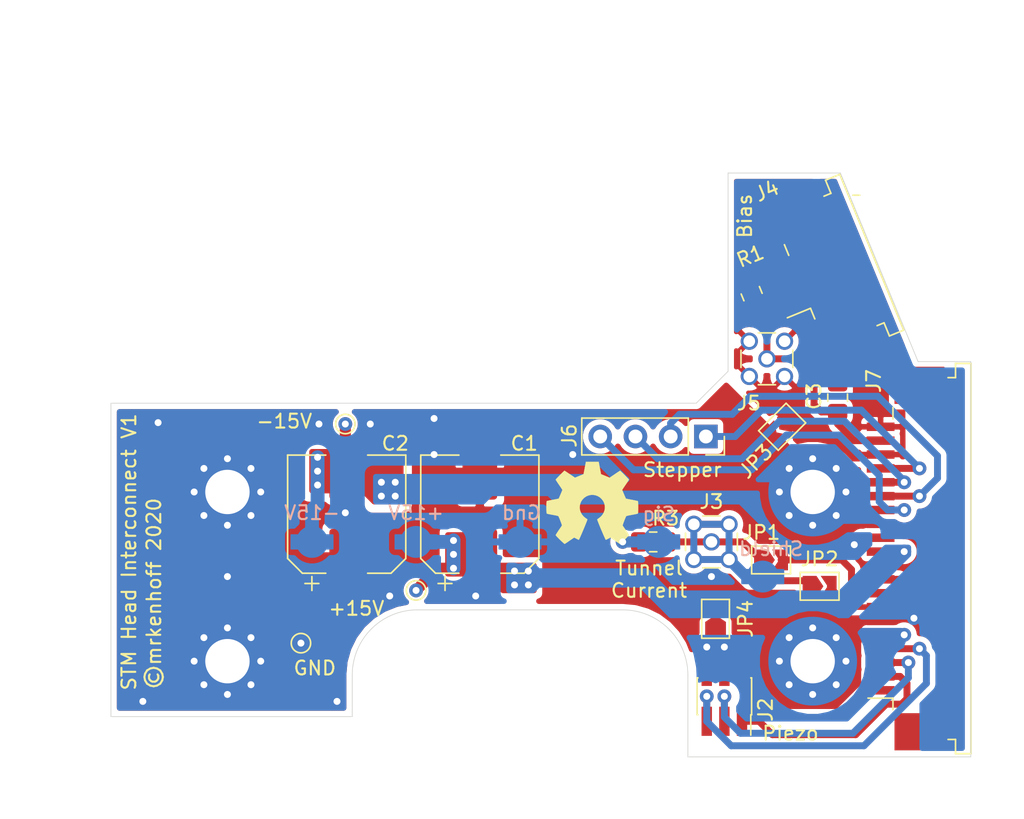
<source format=kicad_pcb>
(kicad_pcb (version 20171130) (host pcbnew 5.1.10)

  (general
    (thickness 1.6)
    (drawings 39)
    (tracks 167)
    (zones 0)
    (modules 28)
    (nets 22)
  )

  (page A4)
  (layers
    (0 F.Cu signal)
    (31 B.Cu signal)
    (32 B.Adhes user)
    (33 F.Adhes user)
    (34 B.Paste user)
    (35 F.Paste user)
    (36 B.SilkS user)
    (37 F.SilkS user)
    (38 B.Mask user)
    (39 F.Mask user)
    (40 Dwgs.User user)
    (41 Cmts.User user)
    (42 Eco1.User user)
    (43 Eco2.User user)
    (44 Edge.Cuts user)
    (45 Margin user)
    (46 B.CrtYd user)
    (47 F.CrtYd user)
    (48 B.Fab user)
    (49 F.Fab user)
  )

  (setup
    (last_trace_width 0.25)
    (user_trace_width 0.4)
    (user_trace_width 0.5)
    (user_trace_width 0.8)
    (user_trace_width 1)
    (trace_clearance 0.2)
    (zone_clearance 0.4)
    (zone_45_only no)
    (trace_min 0.2)
    (via_size 0.8)
    (via_drill 0.4)
    (via_min_size 0.4)
    (via_min_drill 0.3)
    (user_via 1 0.5)
    (user_via 1.4 0.6)
    (uvia_size 0.3)
    (uvia_drill 0.1)
    (uvias_allowed no)
    (uvia_min_size 0.2)
    (uvia_min_drill 0.1)
    (edge_width 0.05)
    (segment_width 0.2)
    (pcb_text_width 0.3)
    (pcb_text_size 1.5 1.5)
    (mod_edge_width 0.12)
    (mod_text_size 1 1)
    (mod_text_width 0.15)
    (pad_size 4 2.5)
    (pad_drill 0)
    (pad_to_mask_clearance 0.051)
    (solder_mask_min_width 0.25)
    (aux_axis_origin 0 0)
    (grid_origin 147.5 107.5)
    (visible_elements FFFDFF7F)
    (pcbplotparams
      (layerselection 0x010f0_ffffffff)
      (usegerberextensions false)
      (usegerberattributes false)
      (usegerberadvancedattributes false)
      (creategerberjobfile false)
      (excludeedgelayer true)
      (linewidth 0.100000)
      (plotframeref false)
      (viasonmask false)
      (mode 1)
      (useauxorigin false)
      (hpglpennumber 1)
      (hpglpenspeed 20)
      (hpglpendiameter 15.000000)
      (psnegative false)
      (psa4output false)
      (plotreference true)
      (plotvalue true)
      (plotinvisibletext false)
      (padsonsilk false)
      (subtractmaskfromsilk false)
      (outputformat 1)
      (mirror false)
      (drillshape 0)
      (scaleselection 1)
      (outputdirectory "gerber"))
  )

  (net 0 "")
  (net 1 /tunnel_signal)
  (net 2 /tunnel_gnd)
  (net 3 "Net-(J3-Pad1)")
  (net 4 "Net-(J4-PadMP)")
  (net 5 /tunnel_gnd_ffc)
  (net 6 /tunnel_signal_ffc)
  (net 7 /analog_gnd)
  (net 8 /analog_-15V)
  (net 9 /analog_+15V)
  (net 10 /piezo_gnd)
  (net 11 /piezo_y-)
  (net 12 /piezo_y+)
  (net 13 /piezo_x-)
  (net 14 /piezo_x+)
  (net 15 /bias_gnd)
  (net 16 /bias)
  (net 17 "Net-(J7-PadMP)")
  (net 18 /Stepper_B-)
  (net 19 /Stepper_B+)
  (net 20 /Stepper_A+)
  (net 21 /Stepper_A-)

  (net_class Default "This is the default net class."
    (clearance 0.2)
    (trace_width 0.25)
    (via_dia 0.8)
    (via_drill 0.4)
    (uvia_dia 0.3)
    (uvia_drill 0.1)
    (add_net /Stepper_A+)
    (add_net /Stepper_A-)
    (add_net /Stepper_B+)
    (add_net /Stepper_B-)
    (add_net /analog_+15V)
    (add_net /analog_-15V)
    (add_net /analog_gnd)
    (add_net /bias)
    (add_net /bias_gnd)
    (add_net /piezo_gnd)
    (add_net /piezo_x+)
    (add_net /piezo_x-)
    (add_net /piezo_y+)
    (add_net /piezo_y-)
    (add_net /tunnel_gnd)
    (add_net /tunnel_gnd_ffc)
    (add_net /tunnel_signal)
    (add_net /tunnel_signal_ffc)
    (add_net "Net-(J3-Pad1)")
    (add_net "Net-(J4-PadMP)")
    (add_net "Net-(J7-PadMP)")
  )

  (module Resistor_SMD:R_0805_2012Metric_Pad1.15x1.40mm_HandSolder (layer F.Cu) (tedit 5B36C52B) (tstamp 5F10D1E2)
    (at 164.2 87.1 112.3)
    (descr "Resistor SMD 0805 (2012 Metric), square (rectangular) end terminal, IPC_7351 nominal with elongated pad for handsoldering. (Body size source: https://docs.google.com/spreadsheets/d/1BsfQQcO9C6DZCsRaXUlFlo91Tg2WpOkGARC1WS5S8t0/edit?usp=sharing), generated with kicad-footprint-generator")
    (tags "resistor handsolder")
    (path /5F1B34B3)
    (attr smd)
    (fp_text reference R1 (at 2.536012 0.932011 202.3) (layer F.SilkS)
      (effects (font (size 1 1) (thickness 0.15)))
    )
    (fp_text value opt (at 0 1.65 112.3) (layer F.Fab)
      (effects (font (size 1 1) (thickness 0.15)))
    )
    (fp_line (start -1 0.6) (end -1 -0.6) (layer F.Fab) (width 0.1))
    (fp_line (start -1 -0.6) (end 1 -0.6) (layer F.Fab) (width 0.1))
    (fp_line (start 1 -0.6) (end 1 0.6) (layer F.Fab) (width 0.1))
    (fp_line (start 1 0.6) (end -1 0.6) (layer F.Fab) (width 0.1))
    (fp_line (start -0.261252 -0.71) (end 0.261252 -0.71) (layer F.SilkS) (width 0.12))
    (fp_line (start -0.261252 0.71) (end 0.261252 0.71) (layer F.SilkS) (width 0.12))
    (fp_line (start -1.85 0.95) (end -1.85 -0.95) (layer F.CrtYd) (width 0.05))
    (fp_line (start -1.85 -0.95) (end 1.85 -0.95) (layer F.CrtYd) (width 0.05))
    (fp_line (start 1.85 -0.95) (end 1.85 0.95) (layer F.CrtYd) (width 0.05))
    (fp_line (start 1.85 0.95) (end -1.85 0.95) (layer F.CrtYd) (width 0.05))
    (fp_text user %R (at 0 0 112.3) (layer F.Fab)
      (effects (font (size 0.5 0.5) (thickness 0.08)))
    )
    (pad 2 smd roundrect (at 1.025 0 112.3) (size 1.15 1.4) (layers F.Cu F.Paste F.Mask) (roundrect_rratio 0.217391)
      (net 15 /bias_gnd))
    (pad 1 smd roundrect (at -1.025 0 112.3) (size 1.15 1.4) (layers F.Cu F.Paste F.Mask) (roundrect_rratio 0.217391)
      (net 16 /bias))
    (model ${KISYS3DMOD}/Resistor_SMD.3dshapes/R_0805_2012Metric.wrl
      (at (xyz 0 0 0))
      (scale (xyz 1 1 1))
      (rotate (xyz 0 0 0))
    )
  )

  (module Capacitor_SMD:C_0805_2012Metric_Pad1.15x1.40mm_HandSolder (layer F.Cu) (tedit 5B36C52B) (tstamp 5F10DBA2)
    (at 170.4 94.6 90)
    (descr "Capacitor SMD 0805 (2012 Metric), square (rectangular) end terminal, IPC_7351 nominal with elongated pad for handsoldering. (Body size source: https://docs.google.com/spreadsheets/d/1BsfQQcO9C6DZCsRaXUlFlo91Tg2WpOkGARC1WS5S8t0/edit?usp=sharing), generated with kicad-footprint-generator")
    (tags "capacitor handsolder")
    (path /5F1041C2)
    (attr smd)
    (fp_text reference C3 (at 0.1 -1.7 90) (layer F.SilkS)
      (effects (font (size 1 1) (thickness 0.15)))
    )
    (fp_text value opt (at 0 1.65 90) (layer F.Fab)
      (effects (font (size 1 1) (thickness 0.15)))
    )
    (fp_line (start -1 0.6) (end -1 -0.6) (layer F.Fab) (width 0.1))
    (fp_line (start -1 -0.6) (end 1 -0.6) (layer F.Fab) (width 0.1))
    (fp_line (start 1 -0.6) (end 1 0.6) (layer F.Fab) (width 0.1))
    (fp_line (start 1 0.6) (end -1 0.6) (layer F.Fab) (width 0.1))
    (fp_line (start -0.261252 -0.71) (end 0.261252 -0.71) (layer F.SilkS) (width 0.12))
    (fp_line (start -0.261252 0.71) (end 0.261252 0.71) (layer F.SilkS) (width 0.12))
    (fp_line (start -1.85 0.95) (end -1.85 -0.95) (layer F.CrtYd) (width 0.05))
    (fp_line (start -1.85 -0.95) (end 1.85 -0.95) (layer F.CrtYd) (width 0.05))
    (fp_line (start 1.85 -0.95) (end 1.85 0.95) (layer F.CrtYd) (width 0.05))
    (fp_line (start 1.85 0.95) (end -1.85 0.95) (layer F.CrtYd) (width 0.05))
    (fp_text user %R (at 0 0 180) (layer F.Fab)
      (effects (font (size 0.5 0.5) (thickness 0.08)))
    )
    (pad 2 smd roundrect (at 1.025 0 90) (size 1.15 1.4) (layers F.Cu F.Paste F.Mask) (roundrect_rratio 0.217391)
      (net 15 /bias_gnd))
    (pad 1 smd roundrect (at -1.025 0 90) (size 1.15 1.4) (layers F.Cu F.Paste F.Mask) (roundrect_rratio 0.217391)
      (net 16 /bias))
    (model ${KISYS3DMOD}/Capacitor_SMD.3dshapes/C_0805_2012Metric.wrl
      (at (xyz 0 0 0))
      (scale (xyz 1 1 1))
      (rotate (xyz 0 0 0))
    )
  )

  (module Connector_FFC-FPC:TE_84953-4_1x04-1MP_P1.0mm_Horizontal (layer F.Cu) (tedit 5AEE14E3) (tstamp 5F0F9B43)
    (at 168.5 85.9 112.3)
    (descr "TE FPC connector, 04 top-side contacts, 1.0mm pitch, 1.0mm height, SMT, http://www.te.com/commerce/DocumentDelivery/DDEController?Action=srchrtrv&DocNm=84953&DocType=Customer+Drawing&DocLang=English&DocFormat=pdf&PartCntxt=84953-4")
    (tags "te fpc 84953")
    (path /5F112DA2)
    (attr smd)
    (fp_text reference J4 (at 6.95056 -0.608043 22.3) (layer F.SilkS)
      (effects (font (size 1 1) (thickness 0.15)))
    )
    (fp_text value Conn_01x04_MountingPin (at 0 7.7 112.3) (layer F.Fab)
      (effects (font (size 1 1) (thickness 0.15)))
    )
    (fp_line (start 6.46 -3.3) (end -6.46 -3.3) (layer F.CrtYd) (width 0.05))
    (fp_line (start 6.46 7) (end 6.46 -3.3) (layer F.CrtYd) (width 0.05))
    (fp_line (start -6.46 7) (end 6.46 7) (layer F.CrtYd) (width 0.05))
    (fp_line (start -6.46 -3.3) (end -6.46 7) (layer F.CrtYd) (width 0.05))
    (fp_line (start 2.065 -0.91) (end 2.89 -0.91) (layer F.SilkS) (width 0.12))
    (fp_line (start -2.065 -0.91) (end -2.065 -2.71) (layer F.SilkS) (width 0.12))
    (fp_line (start -2.89 -0.91) (end -2.065 -0.91) (layer F.SilkS) (width 0.12))
    (fp_line (start -5.045 3.6) (end -5.045 3.06) (layer F.SilkS) (width 0.12))
    (fp_line (start -6.07 3.6) (end -5.045 3.6) (layer F.SilkS) (width 0.12))
    (fp_line (start -6.07 4.71) (end -6.07 3.6) (layer F.SilkS) (width 0.12))
    (fp_line (start 6.07 4.71) (end -6.07 4.71) (layer F.SilkS) (width 0.12))
    (fp_line (start 6.07 3.6) (end 6.07 4.71) (layer F.SilkS) (width 0.12))
    (fp_line (start 5.045 3.6) (end 6.07 3.6) (layer F.SilkS) (width 0.12))
    (fp_line (start 5.045 3.06) (end 5.045 3.6) (layer F.SilkS) (width 0.12))
    (fp_line (start -4.935 5.61) (end -4.935 4.6) (layer F.Fab) (width 0.1))
    (fp_line (start -5.96 5.61) (end -4.935 5.61) (layer F.Fab) (width 0.1))
    (fp_line (start -5.96 6.5) (end -5.96 5.61) (layer F.Fab) (width 0.1))
    (fp_line (start 5.96 6.5) (end -5.96 6.5) (layer F.Fab) (width 0.1))
    (fp_line (start 5.96 5.61) (end 5.96 6.5) (layer F.Fab) (width 0.1))
    (fp_line (start 4.935 5.61) (end 5.96 5.61) (layer F.Fab) (width 0.1))
    (fp_line (start 4.935 4.6) (end 4.935 5.61) (layer F.Fab) (width 0.1))
    (fp_line (start -1.5 0.2) (end -1 -0.8) (layer F.Fab) (width 0.1))
    (fp_line (start -2 -0.8) (end -1.5 0.2) (layer F.Fab) (width 0.1))
    (fp_line (start -4.935 3.71) (end -4.935 -0.8) (layer F.Fab) (width 0.1))
    (fp_line (start -5.96 3.71) (end -4.935 3.71) (layer F.Fab) (width 0.1))
    (fp_line (start -5.96 4.6) (end -5.96 3.71) (layer F.Fab) (width 0.1))
    (fp_line (start 5.96 4.6) (end -5.96 4.6) (layer F.Fab) (width 0.1))
    (fp_line (start 5.96 3.71) (end 5.96 4.6) (layer F.Fab) (width 0.1))
    (fp_line (start 4.935 3.71) (end 5.96 3.71) (layer F.Fab) (width 0.1))
    (fp_line (start 4.935 -0.8) (end 4.935 3.71) (layer F.Fab) (width 0.1))
    (fp_line (start -4.935 -0.8) (end 4.935 -0.8) (layer F.Fab) (width 0.1))
    (fp_text user %R (at 0 1.9 112.3) (layer F.Fab)
      (effects (font (size 1 1) (thickness 0.15)))
    )
    (pad MP smd rect (at 4.49 1 112.3) (size 2.68 3.6) (layers F.Cu F.Paste F.Mask)
      (net 4 "Net-(J4-PadMP)"))
    (pad MP smd rect (at -4.49 1 112.3) (size 2.68 3.6) (layers F.Cu F.Paste F.Mask)
      (net 4 "Net-(J4-PadMP)"))
    (pad 4 smd rect (at 1.5 -1.8 112.3) (size 0.61 2) (layers F.Cu F.Paste F.Mask)
      (net 15 /bias_gnd))
    (pad 3 smd rect (at 0.5 -1.8 112.3) (size 0.61 2) (layers F.Cu F.Paste F.Mask)
      (net 15 /bias_gnd))
    (pad 2 smd rect (at -0.5 -1.8 112.3) (size 0.61 2) (layers F.Cu F.Paste F.Mask)
      (net 16 /bias))
    (pad 1 smd rect (at -1.5 -1.8 112.3) (size 0.61 2) (layers F.Cu F.Paste F.Mask)
      (net 15 /bias_gnd))
    (model ${KISYS3DMOD}/Connector_FFC-FPC.3dshapes/TE_84953-4_1x04-1MP_P1.0mm_Horizontal.wrl
      (at (xyz 0 0 0))
      (scale (xyz 1 1 1))
      (rotate (xyz 0 0 0))
    )
  )

  (module Connector_FFC-FPC:TE_2-84953-0_1x20-1MP_P1.0mm_Horizontal (layer F.Cu) (tedit 5AEE14E3) (tstamp 5F0F5347)
    (at 175.3 106.2 90)
    (descr "TE FPC connector, 20 top-side contacts, 1.0mm pitch, 1.0mm height, SMT, http://www.te.com/commerce/DocumentDelivery/DDEController?Action=srchrtrv&DocNm=84953&DocType=Customer+Drawing&DocLang=English&DocFormat=pdf&PartCntxt=84953-4")
    (tags "te fpc 84953")
    (path /5F0F9639)
    (attr smd)
    (fp_text reference J7 (at 12.8 -2.3 270) (layer F.SilkS)
      (effects (font (size 1 1) (thickness 0.15)))
    )
    (fp_text value Conn_01x20_MountingPin (at 0 7.7 90) (layer F.Fab)
      (effects (font (size 1 1) (thickness 0.15)))
    )
    (fp_line (start 14.46 -3.3) (end -14.46 -3.3) (layer F.CrtYd) (width 0.05))
    (fp_line (start 14.46 7) (end 14.46 -3.3) (layer F.CrtYd) (width 0.05))
    (fp_line (start -14.46 7) (end 14.46 7) (layer F.CrtYd) (width 0.05))
    (fp_line (start -14.46 -3.3) (end -14.46 7) (layer F.CrtYd) (width 0.05))
    (fp_line (start 10.065 -0.91) (end 10.89 -0.91) (layer F.SilkS) (width 0.12))
    (fp_line (start -10.065 -0.91) (end -10.065 -2.71) (layer F.SilkS) (width 0.12))
    (fp_line (start -10.89 -0.91) (end -10.065 -0.91) (layer F.SilkS) (width 0.12))
    (fp_line (start -13.045 3.6) (end -13.045 3.06) (layer F.SilkS) (width 0.12))
    (fp_line (start -14.07 3.6) (end -13.045 3.6) (layer F.SilkS) (width 0.12))
    (fp_line (start -14.07 4.71) (end -14.07 3.6) (layer F.SilkS) (width 0.12))
    (fp_line (start 14.07 4.71) (end -14.07 4.71) (layer F.SilkS) (width 0.12))
    (fp_line (start 14.07 3.6) (end 14.07 4.71) (layer F.SilkS) (width 0.12))
    (fp_line (start 13.045 3.6) (end 14.07 3.6) (layer F.SilkS) (width 0.12))
    (fp_line (start 13.045 3.06) (end 13.045 3.6) (layer F.SilkS) (width 0.12))
    (fp_line (start -12.935 5.61) (end -12.935 4.6) (layer F.Fab) (width 0.1))
    (fp_line (start -13.96 5.61) (end -12.935 5.61) (layer F.Fab) (width 0.1))
    (fp_line (start -13.96 6.5) (end -13.96 5.61) (layer F.Fab) (width 0.1))
    (fp_line (start 13.96 6.5) (end -13.96 6.5) (layer F.Fab) (width 0.1))
    (fp_line (start 13.96 5.61) (end 13.96 6.5) (layer F.Fab) (width 0.1))
    (fp_line (start 12.935 5.61) (end 13.96 5.61) (layer F.Fab) (width 0.1))
    (fp_line (start 12.935 4.6) (end 12.935 5.61) (layer F.Fab) (width 0.1))
    (fp_line (start -9.5 0.2) (end -9 -0.8) (layer F.Fab) (width 0.1))
    (fp_line (start -10 -0.8) (end -9.5 0.2) (layer F.Fab) (width 0.1))
    (fp_line (start -12.935 3.71) (end -12.935 -0.8) (layer F.Fab) (width 0.1))
    (fp_line (start -13.96 3.71) (end -12.935 3.71) (layer F.Fab) (width 0.1))
    (fp_line (start -13.96 4.6) (end -13.96 3.71) (layer F.Fab) (width 0.1))
    (fp_line (start 13.96 4.6) (end -13.96 4.6) (layer F.Fab) (width 0.1))
    (fp_line (start 13.96 3.71) (end 13.96 4.6) (layer F.Fab) (width 0.1))
    (fp_line (start 12.935 3.71) (end 13.96 3.71) (layer F.Fab) (width 0.1))
    (fp_line (start 12.935 -0.8) (end 12.935 3.71) (layer F.Fab) (width 0.1))
    (fp_line (start -12.935 -0.8) (end 12.935 -0.8) (layer F.Fab) (width 0.1))
    (fp_text user %R (at 0 1.9 90) (layer F.Fab)
      (effects (font (size 1 1) (thickness 0.15)))
    )
    (pad MP smd rect (at 12.49 1 90) (size 2.68 3.6) (layers F.Cu F.Paste F.Mask)
      (net 17 "Net-(J7-PadMP)"))
    (pad MP smd rect (at -12.49 1 90) (size 2.68 3.6) (layers F.Cu F.Paste F.Mask)
      (net 17 "Net-(J7-PadMP)"))
    (pad 20 smd rect (at 9.5 -1.8 90) (size 0.61 2) (layers F.Cu F.Paste F.Mask)
      (net 15 /bias_gnd))
    (pad 19 smd rect (at 8.5 -1.8 90) (size 0.61 2) (layers F.Cu F.Paste F.Mask)
      (net 16 /bias))
    (pad 18 smd rect (at 7.5 -1.8 90) (size 0.61 2) (layers F.Cu F.Paste F.Mask)
      (net 15 /bias_gnd))
    (pad 17 smd rect (at 6.5 -1.8 90) (size 0.61 2) (layers F.Cu F.Paste F.Mask)
      (net 19 /Stepper_B+))
    (pad 16 smd rect (at 5.5 -1.8 90) (size 0.61 2) (layers F.Cu F.Paste F.Mask)
      (net 21 /Stepper_A-))
    (pad 15 smd rect (at 4.5 -1.8 90) (size 0.61 2) (layers F.Cu F.Paste F.Mask)
      (net 18 /Stepper_B-))
    (pad 14 smd rect (at 3.5 -1.8 90) (size 0.61 2) (layers F.Cu F.Paste F.Mask)
      (net 20 /Stepper_A+))
    (pad 13 smd rect (at 2.5 -1.8 90) (size 0.61 2) (layers F.Cu F.Paste F.Mask)
      (net 7 /analog_gnd))
    (pad 12 smd rect (at 1.5 -1.8 90) (size 0.61 2) (layers F.Cu F.Paste F.Mask)
      (net 8 /analog_-15V))
    (pad 11 smd rect (at 0.5 -1.8 90) (size 0.61 2) (layers F.Cu F.Paste F.Mask)
      (net 9 /analog_+15V))
    (pad 10 smd rect (at -0.5 -1.8 90) (size 0.61 2) (layers F.Cu F.Paste F.Mask)
      (net 7 /analog_gnd))
    (pad 9 smd rect (at -1.5 -1.8 90) (size 0.61 2) (layers F.Cu F.Paste F.Mask)
      (net 5 /tunnel_gnd_ffc))
    (pad 8 smd rect (at -2.5 -1.8 90) (size 0.61 2) (layers F.Cu F.Paste F.Mask)
      (net 6 /tunnel_signal_ffc))
    (pad 7 smd rect (at -3.5 -1.8 90) (size 0.61 2) (layers F.Cu F.Paste F.Mask)
      (net 5 /tunnel_gnd_ffc))
    (pad 6 smd rect (at -4.5 -1.8 90) (size 0.61 2) (layers F.Cu F.Paste F.Mask)
      (net 7 /analog_gnd))
    (pad 5 smd rect (at -5.5 -1.8 90) (size 0.61 2) (layers F.Cu F.Paste F.Mask)
      (net 10 /piezo_gnd))
    (pad 4 smd rect (at -6.5 -1.8 90) (size 0.61 2) (layers F.Cu F.Paste F.Mask)
      (net 11 /piezo_y-))
    (pad 3 smd rect (at -7.5 -1.8 90) (size 0.61 2) (layers F.Cu F.Paste F.Mask)
      (net 12 /piezo_y+))
    (pad 2 smd rect (at -8.5 -1.8 90) (size 0.61 2) (layers F.Cu F.Paste F.Mask)
      (net 13 /piezo_x-))
    (pad 1 smd rect (at -9.5 -1.8 90) (size 0.61 2) (layers F.Cu F.Paste F.Mask)
      (net 14 /piezo_x+))
    (model ${KISYS3DMOD}/Connector_FFC-FPC.3dshapes/TE_2-84953-0_1x20-1MP_P1.0mm_Horizontal.wrl
      (at (xyz 0 0 0))
      (scale (xyz 1 1 1))
      (rotate (xyz 0 0 0))
    )
  )

  (module Symbol:OSHW-Symbol_6.7x6mm_SilkScreen (layer F.Cu) (tedit 0) (tstamp 5F10E4C7)
    (at 152.7 102.2)
    (descr "Open Source Hardware Symbol")
    (tags "Logo Symbol OSHW")
    (path /5F2785DF)
    (attr virtual)
    (fp_text reference LOGO1 (at 0 0) (layer F.SilkS) hide
      (effects (font (size 1 1) (thickness 0.15)))
    )
    (fp_text value Logo_Open_Hardware_Small (at 0.75 0) (layer F.Fab) hide
      (effects (font (size 1 1) (thickness 0.15)))
    )
    (fp_poly (pts (xy 0.555814 -2.531069) (xy 0.639635 -2.086445) (xy 0.94892 -1.958947) (xy 1.258206 -1.831449)
      (xy 1.629246 -2.083754) (xy 1.733157 -2.154004) (xy 1.827087 -2.216728) (xy 1.906652 -2.269062)
      (xy 1.96747 -2.308143) (xy 2.005157 -2.331107) (xy 2.015421 -2.336058) (xy 2.03391 -2.323324)
      (xy 2.07342 -2.288118) (xy 2.129522 -2.234938) (xy 2.197787 -2.168282) (xy 2.273786 -2.092646)
      (xy 2.353092 -2.012528) (xy 2.431275 -1.932426) (xy 2.503907 -1.856836) (xy 2.566559 -1.790255)
      (xy 2.614803 -1.737182) (xy 2.64421 -1.702113) (xy 2.651241 -1.690377) (xy 2.641123 -1.66874)
      (xy 2.612759 -1.621338) (xy 2.569129 -1.552807) (xy 2.513218 -1.467785) (xy 2.448006 -1.370907)
      (xy 2.410219 -1.31565) (xy 2.341343 -1.214752) (xy 2.28014 -1.123701) (xy 2.229578 -1.04703)
      (xy 2.192628 -0.989272) (xy 2.172258 -0.954957) (xy 2.169197 -0.947746) (xy 2.176136 -0.927252)
      (xy 2.195051 -0.879487) (xy 2.223087 -0.811168) (xy 2.257391 -0.729011) (xy 2.295109 -0.63973)
      (xy 2.333387 -0.550042) (xy 2.36937 -0.466662) (xy 2.400206 -0.396306) (xy 2.423039 -0.34569)
      (xy 2.435017 -0.321529) (xy 2.435724 -0.320578) (xy 2.454531 -0.315964) (xy 2.504618 -0.305672)
      (xy 2.580793 -0.290713) (xy 2.677865 -0.272099) (xy 2.790643 -0.250841) (xy 2.856442 -0.238582)
      (xy 2.97695 -0.215638) (xy 3.085797 -0.193805) (xy 3.177476 -0.174278) (xy 3.246481 -0.158252)
      (xy 3.287304 -0.146921) (xy 3.295511 -0.143326) (xy 3.303548 -0.118994) (xy 3.310033 -0.064041)
      (xy 3.31497 0.015108) (xy 3.318364 0.112026) (xy 3.320218 0.220287) (xy 3.320538 0.333465)
      (xy 3.319327 0.445135) (xy 3.31659 0.548868) (xy 3.312331 0.638241) (xy 3.306555 0.706826)
      (xy 3.299267 0.748197) (xy 3.294895 0.75681) (xy 3.268764 0.767133) (xy 3.213393 0.781892)
      (xy 3.136107 0.799352) (xy 3.04423 0.81778) (xy 3.012158 0.823741) (xy 2.857524 0.852066)
      (xy 2.735375 0.874876) (xy 2.641673 0.89308) (xy 2.572384 0.907583) (xy 2.523471 0.919292)
      (xy 2.490897 0.929115) (xy 2.470628 0.937956) (xy 2.458626 0.946724) (xy 2.456947 0.948457)
      (xy 2.440184 0.976371) (xy 2.414614 1.030695) (xy 2.382788 1.104777) (xy 2.34726 1.191965)
      (xy 2.310583 1.285608) (xy 2.275311 1.379052) (xy 2.243996 1.465647) (xy 2.219193 1.53874)
      (xy 2.203454 1.591678) (xy 2.199332 1.617811) (xy 2.199676 1.618726) (xy 2.213641 1.640086)
      (xy 2.245322 1.687084) (xy 2.291391 1.754827) (xy 2.348518 1.838423) (xy 2.413373 1.932982)
      (xy 2.431843 1.959854) (xy 2.497699 2.057275) (xy 2.55565 2.146163) (xy 2.602538 2.221412)
      (xy 2.635207 2.27792) (xy 2.6505 2.310581) (xy 2.651241 2.314593) (xy 2.638392 2.335684)
      (xy 2.602888 2.377464) (xy 2.549293 2.435445) (xy 2.482171 2.505135) (xy 2.406087 2.582045)
      (xy 2.325604 2.661683) (xy 2.245287 2.739561) (xy 2.169699 2.811186) (xy 2.103405 2.87207)
      (xy 2.050969 2.917721) (xy 2.016955 2.94365) (xy 2.007545 2.947883) (xy 1.985643 2.937912)
      (xy 1.9408 2.91102) (xy 1.880321 2.871736) (xy 1.833789 2.840117) (xy 1.749475 2.782098)
      (xy 1.649626 2.713784) (xy 1.549473 2.645579) (xy 1.495627 2.609075) (xy 1.313371 2.4858)
      (xy 1.160381 2.56852) (xy 1.090682 2.604759) (xy 1.031414 2.632926) (xy 0.991311 2.648991)
      (xy 0.981103 2.651226) (xy 0.968829 2.634722) (xy 0.944613 2.588082) (xy 0.910263 2.515609)
      (xy 0.867588 2.421606) (xy 0.818394 2.310374) (xy 0.76449 2.186215) (xy 0.707684 2.053432)
      (xy 0.649782 1.916327) (xy 0.592593 1.779202) (xy 0.537924 1.646358) (xy 0.487584 1.522098)
      (xy 0.44338 1.410725) (xy 0.407119 1.316539) (xy 0.380609 1.243844) (xy 0.365658 1.196941)
      (xy 0.363254 1.180833) (xy 0.382311 1.160286) (xy 0.424036 1.126933) (xy 0.479706 1.087702)
      (xy 0.484378 1.084599) (xy 0.628264 0.969423) (xy 0.744283 0.835053) (xy 0.83143 0.685784)
      (xy 0.888699 0.525913) (xy 0.915086 0.359737) (xy 0.909585 0.191552) (xy 0.87119 0.025655)
      (xy 0.798895 -0.133658) (xy 0.777626 -0.168513) (xy 0.666996 -0.309263) (xy 0.536302 -0.422286)
      (xy 0.390064 -0.506997) (xy 0.232808 -0.562806) (xy 0.069057 -0.589126) (xy -0.096667 -0.58537)
      (xy -0.259838 -0.55095) (xy -0.415935 -0.485277) (xy -0.560433 -0.387765) (xy -0.605131 -0.348187)
      (xy -0.718888 -0.224297) (xy -0.801782 -0.093876) (xy -0.858644 0.052315) (xy -0.890313 0.197088)
      (xy -0.898131 0.35986) (xy -0.872062 0.52344) (xy -0.814755 0.682298) (xy -0.728856 0.830906)
      (xy -0.617014 0.963735) (xy -0.481877 1.075256) (xy -0.464117 1.087011) (xy -0.40785 1.125508)
      (xy -0.365077 1.158863) (xy -0.344628 1.18016) (xy -0.344331 1.180833) (xy -0.348721 1.203871)
      (xy -0.366124 1.256157) (xy -0.394732 1.33339) (xy -0.432735 1.431268) (xy -0.478326 1.545491)
      (xy -0.529697 1.671758) (xy -0.585038 1.805767) (xy -0.642542 1.943218) (xy -0.700399 2.079808)
      (xy -0.756802 2.211237) (xy -0.809942 2.333205) (xy -0.85801 2.441409) (xy -0.899199 2.531549)
      (xy -0.931699 2.599323) (xy -0.953703 2.64043) (xy -0.962564 2.651226) (xy -0.98964 2.642819)
      (xy -1.040303 2.620272) (xy -1.105817 2.587613) (xy -1.141841 2.56852) (xy -1.294832 2.4858)
      (xy -1.477088 2.609075) (xy -1.570125 2.672228) (xy -1.671985 2.741727) (xy -1.767438 2.807165)
      (xy -1.81525 2.840117) (xy -1.882495 2.885273) (xy -1.939436 2.921057) (xy -1.978646 2.942938)
      (xy -1.991381 2.947563) (xy -2.009917 2.935085) (xy -2.050941 2.900252) (xy -2.110475 2.846678)
      (xy -2.184542 2.777983) (xy -2.269165 2.697781) (xy -2.322685 2.646286) (xy -2.416319 2.554286)
      (xy -2.497241 2.471999) (xy -2.562177 2.402945) (xy -2.607858 2.350644) (xy -2.631011 2.318616)
      (xy -2.633232 2.312116) (xy -2.622924 2.287394) (xy -2.594439 2.237405) (xy -2.550937 2.167212)
      (xy -2.495577 2.081875) (xy -2.43152 1.986456) (xy -2.413303 1.959854) (xy -2.346927 1.863167)
      (xy -2.287378 1.776117) (xy -2.237984 1.703595) (xy -2.202075 1.650493) (xy -2.182981 1.621703)
      (xy -2.181136 1.618726) (xy -2.183895 1.595782) (xy -2.198538 1.545336) (xy -2.222513 1.474041)
      (xy -2.253266 1.388547) (xy -2.288244 1.295507) (xy -2.324893 1.201574) (xy -2.360661 1.113399)
      (xy -2.392994 1.037634) (xy -2.419338 0.980931) (xy -2.437142 0.949943) (xy -2.438407 0.948457)
      (xy -2.449294 0.939601) (xy -2.467682 0.930843) (xy -2.497606 0.921277) (xy -2.543103 0.909996)
      (xy -2.608209 0.896093) (xy -2.696961 0.878663) (xy -2.813393 0.856798) (xy -2.961542 0.829591)
      (xy -2.993618 0.823741) (xy -3.088686 0.805374) (xy -3.171565 0.787405) (xy -3.23493 0.771569)
      (xy -3.271458 0.7596) (xy -3.276356 0.75681) (xy -3.284427 0.732072) (xy -3.290987 0.67679)
      (xy -3.296033 0.597389) (xy -3.299559 0.500296) (xy -3.301561 0.391938) (xy -3.302036 0.27874)
      (xy -3.300977 0.167128) (xy -3.298382 0.063529) (xy -3.294246 -0.025632) (xy -3.288563 -0.093928)
      (xy -3.281331 -0.134934) (xy -3.276971 -0.143326) (xy -3.252698 -0.151792) (xy -3.197426 -0.165565)
      (xy -3.116662 -0.18345) (xy -3.015912 -0.204252) (xy -2.900683 -0.226777) (xy -2.837902 -0.238582)
      (xy -2.718787 -0.260849) (xy -2.612565 -0.281021) (xy -2.524427 -0.298085) (xy -2.459566 -0.311031)
      (xy -2.423174 -0.318845) (xy -2.417184 -0.320578) (xy -2.407061 -0.34011) (xy -2.385662 -0.387157)
      (xy -2.355839 -0.454997) (xy -2.320445 -0.536909) (xy -2.282332 -0.626172) (xy -2.244353 -0.716065)
      (xy -2.20936 -0.799865) (xy -2.180206 -0.870853) (xy -2.159743 -0.922306) (xy -2.150823 -0.947503)
      (xy -2.150657 -0.948604) (xy -2.160769 -0.968481) (xy -2.189117 -1.014223) (xy -2.232723 -1.081283)
      (xy -2.288606 -1.165116) (xy -2.353787 -1.261174) (xy -2.391679 -1.31635) (xy -2.460725 -1.417519)
      (xy -2.52205 -1.50937) (xy -2.572663 -1.587256) (xy -2.609571 -1.646531) (xy -2.629782 -1.682549)
      (xy -2.632701 -1.690623) (xy -2.620153 -1.709416) (xy -2.585463 -1.749543) (xy -2.533063 -1.806507)
      (xy -2.467384 -1.875815) (xy -2.392856 -1.952969) (xy -2.313913 -2.033475) (xy -2.234983 -2.112837)
      (xy -2.1605 -2.18656) (xy -2.094894 -2.250148) (xy -2.042596 -2.299106) (xy -2.008039 -2.328939)
      (xy -1.996478 -2.336058) (xy -1.977654 -2.326047) (xy -1.932631 -2.297922) (xy -1.865787 -2.254546)
      (xy -1.781499 -2.198782) (xy -1.684144 -2.133494) (xy -1.610707 -2.083754) (xy -1.239667 -1.831449)
      (xy -0.621095 -2.086445) (xy -0.537275 -2.531069) (xy -0.453454 -2.975693) (xy 0.471994 -2.975693)
      (xy 0.555814 -2.531069)) (layer F.SilkS) (width 0.01))
  )

  (module Jumper:SolderJumper-2_P1.3mm_Open_TrianglePad1.0x1.5mm (layer F.Cu) (tedit 5A64794F) (tstamp 5F105B7C)
    (at 161.597 110.548 90)
    (descr "SMD Solder Jumper, 1x1.5mm Triangular Pads, 0.3mm gap, open")
    (tags "solder jumper open")
    (path /5F243480)
    (attr virtual)
    (fp_text reference JP4 (at 0 2.159 90) (layer F.SilkS)
      (effects (font (size 1 1) (thickness 0.15)))
    )
    (fp_text value Jumper (at 0 1.9 90) (layer F.Fab)
      (effects (font (size 1 1) (thickness 0.15)))
    )
    (fp_line (start -1.4 1) (end -1.4 -1) (layer F.SilkS) (width 0.12))
    (fp_line (start 1.4 1) (end -1.4 1) (layer F.SilkS) (width 0.12))
    (fp_line (start 1.4 -1) (end 1.4 1) (layer F.SilkS) (width 0.12))
    (fp_line (start -1.4 -1) (end 1.4 -1) (layer F.SilkS) (width 0.12))
    (fp_line (start -1.65 -1.25) (end 1.65 -1.25) (layer F.CrtYd) (width 0.05))
    (fp_line (start -1.65 -1.25) (end -1.65 1.25) (layer F.CrtYd) (width 0.05))
    (fp_line (start 1.65 1.25) (end 1.65 -1.25) (layer F.CrtYd) (width 0.05))
    (fp_line (start 1.65 1.25) (end -1.65 1.25) (layer F.CrtYd) (width 0.05))
    (pad 1 smd custom (at -0.725 0 90) (size 0.3 0.3) (layers F.Cu F.Mask)
      (net 10 /piezo_gnd) (zone_connect 2)
      (options (clearance outline) (anchor rect))
      (primitives
        (gr_poly (pts
           (xy -0.5 -0.75) (xy 0.5 -0.75) (xy 1 0) (xy 0.5 0.75) (xy -0.5 0.75)
) (width 0))
      ))
    (pad 2 smd custom (at 0.725 0 90) (size 0.3 0.3) (layers F.Cu F.Mask)
      (net 7 /analog_gnd) (zone_connect 2)
      (options (clearance outline) (anchor rect))
      (primitives
        (gr_poly (pts
           (xy -0.65 -0.75) (xy 0.5 -0.75) (xy 0.5 0.75) (xy -0.65 0.75) (xy -0.15 0)
) (width 0))
      ))
  )

  (module Jumper:SolderJumper-2_P1.3mm_Open_TrianglePad1.0x1.5mm (layer F.Cu) (tedit 5A64794F) (tstamp 5F105468)
    (at 166.4 96.7 225)
    (descr "SMD Solder Jumper, 1x1.5mm Triangular Pads, 0.3mm gap, open")
    (tags "solder jumper open")
    (path /5F23A6A8)
    (attr virtual)
    (fp_text reference JP3 (at 3.11127 -0.424264 45) (layer F.SilkS)
      (effects (font (size 1 1) (thickness 0.15)))
    )
    (fp_text value Jumper (at 0 1.9 45) (layer F.Fab)
      (effects (font (size 1 1) (thickness 0.15)))
    )
    (fp_line (start -1.4 1) (end -1.4 -1) (layer F.SilkS) (width 0.12))
    (fp_line (start 1.4 1) (end -1.4 1) (layer F.SilkS) (width 0.12))
    (fp_line (start 1.4 -1) (end 1.4 1) (layer F.SilkS) (width 0.12))
    (fp_line (start -1.4 -1) (end 1.4 -1) (layer F.SilkS) (width 0.12))
    (fp_line (start -1.65 -1.25) (end 1.65 -1.25) (layer F.CrtYd) (width 0.05))
    (fp_line (start -1.65 -1.25) (end -1.65 1.25) (layer F.CrtYd) (width 0.05))
    (fp_line (start 1.65 1.25) (end 1.65 -1.25) (layer F.CrtYd) (width 0.05))
    (fp_line (start 1.65 1.25) (end -1.65 1.25) (layer F.CrtYd) (width 0.05))
    (pad 1 smd custom (at -0.725 0 225) (size 0.3 0.3) (layers F.Cu F.Mask)
      (net 15 /bias_gnd) (zone_connect 2)
      (options (clearance outline) (anchor rect))
      (primitives
        (gr_poly (pts
           (xy -0.5 -0.75) (xy 0.5 -0.75) (xy 1 0) (xy 0.5 0.75) (xy -0.5 0.75)
) (width 0))
      ))
    (pad 2 smd custom (at 0.725 0 225) (size 0.3 0.3) (layers F.Cu F.Mask)
      (net 7 /analog_gnd) (zone_connect 2)
      (options (clearance outline) (anchor rect))
      (primitives
        (gr_poly (pts
           (xy -0.65 -0.75) (xy 0.5 -0.75) (xy 0.5 0.75) (xy -0.65 0.75) (xy -0.15 0)
) (width 0))
      ))
  )

  (module Connector_PinSocket_2.54mm:PinSocket_1x04_P2.54mm_Vertical (layer F.Cu) (tedit 5A19A429) (tstamp 5F10208A)
    (at 160.9 97.4 270)
    (descr "Through hole straight socket strip, 1x04, 2.54mm pitch, single row (from Kicad 4.0.7), script generated")
    (tags "Through hole socket strip THT 1x04 2.54mm single row")
    (path /5F1FFAFC)
    (fp_text reference J6 (at -0.06 9.844 90) (layer F.SilkS)
      (effects (font (size 1 1) (thickness 0.15)))
    )
    (fp_text value Conn_01x04 (at 0 10.39 90) (layer F.Fab)
      (effects (font (size 1 1) (thickness 0.15)))
    )
    (fp_line (start -1.27 -1.27) (end 0.635 -1.27) (layer F.Fab) (width 0.1))
    (fp_line (start 0.635 -1.27) (end 1.27 -0.635) (layer F.Fab) (width 0.1))
    (fp_line (start 1.27 -0.635) (end 1.27 8.89) (layer F.Fab) (width 0.1))
    (fp_line (start 1.27 8.89) (end -1.27 8.89) (layer F.Fab) (width 0.1))
    (fp_line (start -1.27 8.89) (end -1.27 -1.27) (layer F.Fab) (width 0.1))
    (fp_line (start -1.33 1.27) (end 1.33 1.27) (layer F.SilkS) (width 0.12))
    (fp_line (start -1.33 1.27) (end -1.33 8.95) (layer F.SilkS) (width 0.12))
    (fp_line (start -1.33 8.95) (end 1.33 8.95) (layer F.SilkS) (width 0.12))
    (fp_line (start 1.33 1.27) (end 1.33 8.95) (layer F.SilkS) (width 0.12))
    (fp_line (start 1.33 -1.33) (end 1.33 0) (layer F.SilkS) (width 0.12))
    (fp_line (start 0 -1.33) (end 1.33 -1.33) (layer F.SilkS) (width 0.12))
    (fp_line (start -1.8 -1.8) (end 1.75 -1.8) (layer F.CrtYd) (width 0.05))
    (fp_line (start 1.75 -1.8) (end 1.75 9.4) (layer F.CrtYd) (width 0.05))
    (fp_line (start 1.75 9.4) (end -1.8 9.4) (layer F.CrtYd) (width 0.05))
    (fp_line (start -1.8 9.4) (end -1.8 -1.8) (layer F.CrtYd) (width 0.05))
    (fp_text user %R (at 0 3.81) (layer F.Fab)
      (effects (font (size 1 1) (thickness 0.15)))
    )
    (pad 4 thru_hole oval (at 0 7.62 270) (size 1.7 1.7) (drill 1) (layers *.Cu *.Mask)
      (net 20 /Stepper_A+))
    (pad 3 thru_hole oval (at 0 5.08 270) (size 1.7 1.7) (drill 1) (layers *.Cu *.Mask)
      (net 21 /Stepper_A-))
    (pad 2 thru_hole oval (at 0 2.54 270) (size 1.7 1.7) (drill 1) (layers *.Cu *.Mask)
      (net 18 /Stepper_B-))
    (pad 1 thru_hole rect (at 0 0 270) (size 1.7 1.7) (drill 1) (layers *.Cu *.Mask)
      (net 19 /Stepper_B+))
    (model ${KISYS3DMOD}/Connector_PinSocket_2.54mm.3dshapes/PinSocket_1x04_P2.54mm_Vertical.wrl
      (at (xyz 0 0 0))
      (scale (xyz 1 1 1))
      (rotate (xyz 0 0 0))
    )
  )

  (module Connector_PinSocket_1.27mm:PinSocket_2x03_P1.27mm_Vertical_SMD (layer F.Cu) (tedit 5A19A425) (tstamp 5F0FE41A)
    (at 162.232 116.136 270)
    (descr "surface-mounted straight socket strip, 2x03, 1.27mm pitch, double cols (from Kicad 4.0.7!), script generated")
    (tags "Surface mounted socket strip SMD 2x03 1.27mm double row")
    (path /5D4337D5)
    (attr smd)
    (fp_text reference J2 (at 0.964 -2.968 90) (layer F.SilkS)
      (effects (font (size 1 1) (thickness 0.15)))
    )
    (fp_text value Conn_02x03_Odd_Even (at 0 3.405 90) (layer F.Fab)
      (effects (font (size 1 1) (thickness 0.15)))
    )
    (fp_line (start -1.33 -1.965) (end 1.33 -1.965) (layer F.SilkS) (width 0.12))
    (fp_line (start 1.33 -1.965) (end 1.33 -1.905) (layer F.SilkS) (width 0.12))
    (fp_line (start 1.33 1.905) (end 1.33 1.965) (layer F.SilkS) (width 0.12))
    (fp_line (start -1.33 1.965) (end 1.33 1.965) (layer F.SilkS) (width 0.12))
    (fp_line (start -1.33 -1.965) (end -1.33 -1.905) (layer F.SilkS) (width 0.12))
    (fp_line (start -1.33 1.905) (end -1.33 1.965) (layer F.SilkS) (width 0.12))
    (fp_line (start 1.33 -1.905) (end 2.79 -1.905) (layer F.SilkS) (width 0.12))
    (fp_line (start -1.27 -1.905) (end 0.635 -1.905) (layer F.Fab) (width 0.1))
    (fp_line (start 0.635 -1.905) (end 1.27 -1.27) (layer F.Fab) (width 0.1))
    (fp_line (start 1.27 -1.27) (end 1.27 1.905) (layer F.Fab) (width 0.1))
    (fp_line (start 1.27 1.905) (end -1.27 1.905) (layer F.Fab) (width 0.1))
    (fp_line (start -1.27 1.905) (end -1.27 -1.905) (layer F.Fab) (width 0.1))
    (fp_line (start -2.555 -1.47) (end -1.27 -1.47) (layer F.Fab) (width 0.1))
    (fp_line (start -1.27 -1.07) (end -2.555 -1.07) (layer F.Fab) (width 0.1))
    (fp_line (start -2.555 -1.07) (end -2.555 -1.47) (layer F.Fab) (width 0.1))
    (fp_line (start 1.27 -1.47) (end 2.555 -1.47) (layer F.Fab) (width 0.1))
    (fp_line (start 2.555 -1.47) (end 2.555 -1.07) (layer F.Fab) (width 0.1))
    (fp_line (start 2.555 -1.07) (end 1.27 -1.07) (layer F.Fab) (width 0.1))
    (fp_line (start -2.555 -0.2) (end -1.27 -0.2) (layer F.Fab) (width 0.1))
    (fp_line (start -1.27 0.2) (end -2.555 0.2) (layer F.Fab) (width 0.1))
    (fp_line (start -2.555 0.2) (end -2.555 -0.2) (layer F.Fab) (width 0.1))
    (fp_line (start 1.27 -0.2) (end 2.555 -0.2) (layer F.Fab) (width 0.1))
    (fp_line (start 2.555 -0.2) (end 2.555 0.2) (layer F.Fab) (width 0.1))
    (fp_line (start 2.555 0.2) (end 1.27 0.2) (layer F.Fab) (width 0.1))
    (fp_line (start -2.555 1.07) (end -1.27 1.07) (layer F.Fab) (width 0.1))
    (fp_line (start -1.27 1.47) (end -2.555 1.47) (layer F.Fab) (width 0.1))
    (fp_line (start -2.555 1.47) (end -2.555 1.07) (layer F.Fab) (width 0.1))
    (fp_line (start 1.27 1.07) (end 2.555 1.07) (layer F.Fab) (width 0.1))
    (fp_line (start 2.555 1.07) (end 2.555 1.47) (layer F.Fab) (width 0.1))
    (fp_line (start 2.555 1.47) (end 1.27 1.47) (layer F.Fab) (width 0.1))
    (fp_line (start -3.35 -2.45) (end 3.35 -2.45) (layer F.CrtYd) (width 0.05))
    (fp_line (start 3.35 -2.45) (end 3.35 2.4) (layer F.CrtYd) (width 0.05))
    (fp_line (start 3.35 2.4) (end -3.35 2.4) (layer F.CrtYd) (width 0.05))
    (fp_line (start -3.35 2.4) (end -3.35 -2.45) (layer F.CrtYd) (width 0.05))
    (fp_text user %R (at 0 0) (layer F.Fab)
      (effects (font (size 1 1) (thickness 0.15)))
    )
    (pad 6 smd rect (at -1.8 1.27 270) (size 2.1 0.75) (layers F.Cu F.Paste F.Mask)
      (net 10 /piezo_gnd))
    (pad 5 smd rect (at 1.8 1.27 270) (size 2.1 0.75) (layers F.Cu F.Paste F.Mask)
      (net 11 /piezo_y-))
    (pad 4 smd rect (at -1.8 0 270) (size 2.1 0.75) (layers F.Cu F.Paste F.Mask)
      (net 10 /piezo_gnd))
    (pad 3 smd rect (at 1.8 0 270) (size 2.1 0.75) (layers F.Cu F.Paste F.Mask)
      (net 12 /piezo_y+))
    (pad 2 smd rect (at -1.8 -1.27 270) (size 2.1 0.75) (layers F.Cu F.Paste F.Mask)
      (net 14 /piezo_x+))
    (pad 1 smd rect (at 1.8 -1.27 270) (size 2.1 0.75) (layers F.Cu F.Paste F.Mask)
      (net 13 /piezo_x-))
    (model ${KISYS3DMOD}/Connector_PinSocket_1.27mm.3dshapes/PinSocket_2x03_P1.27mm_Vertical_SMD.wrl
      (at (xyz 0 0 0))
      (scale (xyz 1 1 1))
      (rotate (xyz 0 0 0))
    )
  )

  (module TestPoint:TestPoint_THTPad_D1.0mm_Drill0.5mm (layer F.Cu) (tedit 5A0F774F) (tstamp 5F107297)
    (at 134.9 96.5)
    (descr "THT pad as test Point, diameter 1.0mm, hole diameter 0.5mm")
    (tags "test point THT pad")
    (path /5F137495)
    (attr virtual)
    (fp_text reference TP8 (at 3.5 0) (layer F.SilkS) hide
      (effects (font (size 1 1) (thickness 0.15)))
    )
    (fp_text value TestPoint (at 0 1.55) (layer F.Fab)
      (effects (font (size 1 1) (thickness 0.15)))
    )
    (fp_circle (center 0 0) (end 1 0) (layer F.CrtYd) (width 0.05))
    (fp_circle (center 0 0) (end 0 0.7) (layer F.SilkS) (width 0.12))
    (fp_text user %R (at 0 -1.45) (layer F.Fab)
      (effects (font (size 1 1) (thickness 0.15)))
    )
    (pad 1 thru_hole circle (at 0 0) (size 1 1) (drill 0.5) (layers *.Cu *.Mask)
      (net 8 /analog_-15V))
  )

  (module TestPoint:TestPoint_THTPad_D1.0mm_Drill0.5mm (layer F.Cu) (tedit 5A0F774F) (tstamp 5F0FB2AB)
    (at 131.7 112.3)
    (descr "THT pad as test Point, diameter 1.0mm, hole diameter 0.5mm")
    (tags "test point THT pad")
    (path /5F137096)
    (attr virtual)
    (fp_text reference TP7 (at 0 -1.448) (layer F.SilkS) hide
      (effects (font (size 1 1) (thickness 0.15)))
    )
    (fp_text value TestPoint (at 0 1.55) (layer F.Fab)
      (effects (font (size 1 1) (thickness 0.15)))
    )
    (fp_circle (center 0 0) (end 1 0) (layer F.CrtYd) (width 0.05))
    (fp_circle (center 0 0) (end 0 0.7) (layer F.SilkS) (width 0.12))
    (fp_text user %R (at 0 -1.45) (layer F.Fab)
      (effects (font (size 1 1) (thickness 0.15)))
    )
    (pad 1 thru_hole circle (at 0 0) (size 1 1) (drill 0.5) (layers *.Cu *.Mask)
      (net 7 /analog_gnd))
  )

  (module TestPoint:TestPoint_THTPad_D1.0mm_Drill0.5mm (layer F.Cu) (tedit 5A0F774F) (tstamp 5F0FABCC)
    (at 140 108.5)
    (descr "THT pad as test Point, diameter 1.0mm, hole diameter 0.5mm")
    (tags "test point THT pad")
    (path /5F134C49)
    (attr virtual)
    (fp_text reference TP6 (at 0 -1.448) (layer F.SilkS) hide
      (effects (font (size 1 1) (thickness 0.15)))
    )
    (fp_text value TestPoint (at 0 1.55) (layer F.Fab)
      (effects (font (size 1 1) (thickness 0.15)))
    )
    (fp_circle (center 0 0) (end 1 0) (layer F.CrtYd) (width 0.05))
    (fp_circle (center 0 0) (end 0 0.7) (layer F.SilkS) (width 0.12))
    (fp_text user %R (at 0 -1.45) (layer F.Fab)
      (effects (font (size 1 1) (thickness 0.15)))
    )
    (pad 1 thru_hole circle (at 0 0) (size 1 1) (drill 0.5) (layers *.Cu *.Mask)
      (net 9 /analog_+15V))
  )

  (module Connector_Coaxial:MMCX_Molex_73415-1471_Vertical (layer F.Cu) (tedit 5B4273E9) (tstamp 5F0F6B48)
    (at 165.3 91.8)
    (descr http://www.molex.com/pdm_docs/sd/734151471_sd.pdf)
    (tags "Molex MMCX Coaxial Connector 50 ohms Female Jack Vertical THT")
    (path /5F12B036)
    (fp_text reference J5 (at -1.3 3.2 180) (layer F.SilkS)
      (effects (font (size 1 1) (thickness 0.15)))
    )
    (fp_text value Conn_Coaxial (at 0 3.2) (layer F.Fab)
      (effects (font (size 1 1) (thickness 0.15)))
    )
    (fp_line (start -2.39 2.39) (end 2.39 2.39) (layer F.CrtYd) (width 0.05))
    (fp_line (start -2.39 -2.39) (end 2.39 -2.39) (layer F.CrtYd) (width 0.05))
    (fp_line (start 2.39 2.39) (end 2.39 -2.39) (layer F.CrtYd) (width 0.05))
    (fp_line (start -1.755 -1.755) (end -1.755 1.755) (layer F.Fab) (width 0.1))
    (fp_line (start 1.755 -1.755) (end 1.755 1.755) (layer F.Fab) (width 0.1))
    (fp_line (start -1.755 -1.755) (end 1.755 -1.755) (layer F.Fab) (width 0.1))
    (fp_line (start -1.755 1.755) (end 1.755 1.755) (layer F.Fab) (width 0.1))
    (fp_line (start 1.87 0.62) (end 1.87 -0.62) (layer F.SilkS) (width 0.12))
    (fp_line (start -2.39 2.39) (end -2.39 -2.39) (layer F.CrtYd) (width 0.05))
    (fp_line (start -1.87 0.62) (end -1.87 -0.62) (layer F.SilkS) (width 0.12))
    (fp_line (start 0.62 -1.87) (end -0.62 -1.87) (layer F.SilkS) (width 0.12))
    (fp_line (start 0.62 1.87) (end -0.62 1.87) (layer F.SilkS) (width 0.12))
    (fp_text user %R (at 0 0) (layer F.Fab)
      (effects (font (size 0.8 0.8) (thickness 0.12)))
    )
    (pad 2 thru_hole circle (at -1.27 1.27) (size 1.24 1.24) (drill 0.84) (layers *.Cu *.Mask)
      (net 15 /bias_gnd))
    (pad 2 thru_hole circle (at 1.27 -1.27) (size 1.24 1.24) (drill 0.84) (layers *.Cu *.Mask)
      (net 15 /bias_gnd))
    (pad 2 thru_hole circle (at 1.27 1.27) (size 1.24 1.24) (drill 0.84) (layers *.Cu *.Mask)
      (net 15 /bias_gnd))
    (pad 2 thru_hole circle (at -1.27 -1.27) (size 1.24 1.24) (drill 0.84) (layers *.Cu *.Mask)
      (net 15 /bias_gnd))
    (pad 1 thru_hole circle (at 0 0) (size 1.24 1.24) (drill 0.84) (layers *.Cu *.Mask)
      (net 16 /bias))
    (model ${KISYS3DMOD}/Connector_Coaxial.3dshapes/MMCX_Molex_73415-1471_Vertical.wrl
      (at (xyz 0 0 0))
      (scale (xyz 1 1 1))
      (rotate (xyz 0 0 0))
    )
  )

  (module Jumper:SolderJumper-2_P1.3mm_Open_TrianglePad1.0x1.5mm (layer F.Cu) (tedit 5A64794F) (tstamp 5F0F93B2)
    (at 169.1 108.2)
    (descr "SMD Solder Jumper, 1x1.5mm Triangular Pads, 0.3mm gap, open")
    (tags "solder jumper open")
    (path /5F118F15)
    (attr virtual)
    (fp_text reference JP2 (at 0 -1.97) (layer F.SilkS)
      (effects (font (size 1 1) (thickness 0.15)))
    )
    (fp_text value Jumper (at 0 1.9) (layer F.Fab)
      (effects (font (size 1 1) (thickness 0.15)))
    )
    (fp_line (start -1.4 1) (end -1.4 -1) (layer F.SilkS) (width 0.12))
    (fp_line (start 1.4 1) (end -1.4 1) (layer F.SilkS) (width 0.12))
    (fp_line (start 1.4 -1) (end 1.4 1) (layer F.SilkS) (width 0.12))
    (fp_line (start -1.4 -1) (end 1.4 -1) (layer F.SilkS) (width 0.12))
    (fp_line (start -1.65 -1.25) (end 1.65 -1.25) (layer F.CrtYd) (width 0.05))
    (fp_line (start -1.65 -1.25) (end -1.65 1.25) (layer F.CrtYd) (width 0.05))
    (fp_line (start 1.65 1.25) (end 1.65 -1.25) (layer F.CrtYd) (width 0.05))
    (fp_line (start 1.65 1.25) (end -1.65 1.25) (layer F.CrtYd) (width 0.05))
    (pad 1 smd custom (at -0.725 0) (size 0.3 0.3) (layers F.Cu F.Mask)
      (net 2 /tunnel_gnd) (zone_connect 2)
      (options (clearance outline) (anchor rect))
      (primitives
        (gr_poly (pts
           (xy -0.5 -0.75) (xy 0.5 -0.75) (xy 1 0) (xy 0.5 0.75) (xy -0.5 0.75)
) (width 0))
      ))
    (pad 2 smd custom (at 0.725 0) (size 0.3 0.3) (layers F.Cu F.Mask)
      (net 5 /tunnel_gnd_ffc) (zone_connect 2)
      (options (clearance outline) (anchor rect))
      (primitives
        (gr_poly (pts
           (xy -0.65 -0.75) (xy 0.5 -0.75) (xy 0.5 0.75) (xy -0.65 0.75) (xy -0.15 0)
) (width 0))
      ))
  )

  (module Jumper:SolderJumper-2_P1.3mm_Open_TrianglePad1.0x1.5mm (layer F.Cu) (tedit 5A64794F) (tstamp 5F100378)
    (at 165.6 106.3)
    (descr "SMD Solder Jumper, 1x1.5mm Triangular Pads, 0.3mm gap, open")
    (tags "solder jumper open")
    (path /5F114569)
    (attr virtual)
    (fp_text reference JP1 (at -0.701 -1.975) (layer F.SilkS)
      (effects (font (size 1 1) (thickness 0.15)))
    )
    (fp_text value Jumper (at 0 1.9) (layer F.Fab)
      (effects (font (size 1 1) (thickness 0.15)))
    )
    (fp_line (start -1.4 1) (end -1.4 -1) (layer F.SilkS) (width 0.12))
    (fp_line (start 1.4 1) (end -1.4 1) (layer F.SilkS) (width 0.12))
    (fp_line (start 1.4 -1) (end 1.4 1) (layer F.SilkS) (width 0.12))
    (fp_line (start -1.4 -1) (end 1.4 -1) (layer F.SilkS) (width 0.12))
    (fp_line (start -1.65 -1.25) (end 1.65 -1.25) (layer F.CrtYd) (width 0.05))
    (fp_line (start -1.65 -1.25) (end -1.65 1.25) (layer F.CrtYd) (width 0.05))
    (fp_line (start 1.65 1.25) (end 1.65 -1.25) (layer F.CrtYd) (width 0.05))
    (fp_line (start 1.65 1.25) (end -1.65 1.25) (layer F.CrtYd) (width 0.05))
    (pad 1 smd custom (at -0.725 0) (size 0.3 0.3) (layers F.Cu F.Mask)
      (net 3 "Net-(J3-Pad1)") (zone_connect 2)
      (options (clearance outline) (anchor rect))
      (primitives
        (gr_poly (pts
           (xy -0.5 -0.75) (xy 0.5 -0.75) (xy 1 0) (xy 0.5 0.75) (xy -0.5 0.75)
) (width 0))
      ))
    (pad 2 smd custom (at 0.725 0) (size 0.3 0.3) (layers F.Cu F.Mask)
      (net 6 /tunnel_signal_ffc) (zone_connect 2)
      (options (clearance outline) (anchor rect))
      (primitives
        (gr_poly (pts
           (xy -0.65 -0.75) (xy 0.5 -0.75) (xy 0.5 0.75) (xy -0.65 0.75) (xy -0.15 0)
) (width 0))
      ))
  )

  (module Connector_Coaxial:MMCX_Molex_73415-1471_Vertical (layer F.Cu) (tedit 5B4273E9) (tstamp 5F0F9396)
    (at 161.3 105)
    (descr http://www.molex.com/pdm_docs/sd/734151471_sd.pdf)
    (tags "Molex MMCX Coaxial Connector 50 ohms Female Jack Vertical THT")
    (path /5F123871)
    (fp_text reference J3 (at 0 -2.9) (layer F.SilkS)
      (effects (font (size 1 1) (thickness 0.15)))
    )
    (fp_text value Conn_Coaxial (at 0 3.2) (layer F.Fab)
      (effects (font (size 1 1) (thickness 0.15)))
    )
    (fp_line (start -2.39 2.39) (end 2.39 2.39) (layer F.CrtYd) (width 0.05))
    (fp_line (start -2.39 -2.39) (end 2.39 -2.39) (layer F.CrtYd) (width 0.05))
    (fp_line (start 2.39 2.39) (end 2.39 -2.39) (layer F.CrtYd) (width 0.05))
    (fp_line (start -1.755 -1.755) (end -1.755 1.755) (layer F.Fab) (width 0.1))
    (fp_line (start 1.755 -1.755) (end 1.755 1.755) (layer F.Fab) (width 0.1))
    (fp_line (start -1.755 -1.755) (end 1.755 -1.755) (layer F.Fab) (width 0.1))
    (fp_line (start -1.755 1.755) (end 1.755 1.755) (layer F.Fab) (width 0.1))
    (fp_line (start 1.87 0.62) (end 1.87 -0.62) (layer F.SilkS) (width 0.12))
    (fp_line (start -2.39 2.39) (end -2.39 -2.39) (layer F.CrtYd) (width 0.05))
    (fp_line (start -1.87 0.62) (end -1.87 -0.62) (layer F.SilkS) (width 0.12))
    (fp_line (start 0.62 -1.87) (end -0.62 -1.87) (layer F.SilkS) (width 0.12))
    (fp_line (start 0.62 1.87) (end -0.62 1.87) (layer F.SilkS) (width 0.12))
    (fp_text user %R (at 0 0) (layer F.Fab)
      (effects (font (size 0.8 0.8) (thickness 0.12)))
    )
    (pad 2 thru_hole circle (at -1.27 1.27) (size 1.24 1.24) (drill 0.84) (layers *.Cu *.Mask)
      (net 2 /tunnel_gnd))
    (pad 2 thru_hole circle (at 1.27 -1.27) (size 1.24 1.24) (drill 0.84) (layers *.Cu *.Mask)
      (net 2 /tunnel_gnd))
    (pad 2 thru_hole circle (at 1.27 1.27) (size 1.24 1.24) (drill 0.84) (layers *.Cu *.Mask)
      (net 2 /tunnel_gnd))
    (pad 2 thru_hole circle (at -1.27 -1.27) (size 1.24 1.24) (drill 0.84) (layers *.Cu *.Mask)
      (net 2 /tunnel_gnd))
    (pad 1 thru_hole circle (at 0 0) (size 1.24 1.24) (drill 0.84) (layers *.Cu *.Mask)
      (net 3 "Net-(J3-Pad1)"))
    (model ${KISYS3DMOD}/Connector_Coaxial.3dshapes/MMCX_Molex_73415-1471_Vertical.wrl
      (at (xyz 0 0 0))
      (scale (xyz 1 1 1))
      (rotate (xyz 0 0 0))
    )
  )

  (module MountingHole:MountingHole_3.2mm_M3_Pad_Via locked (layer F.Cu) (tedit 56DDBCCA) (tstamp 5F0F66C6)
    (at 168.6 113.6)
    (descr "Mounting Hole 3.2mm, M3")
    (tags "mounting hole 3.2mm m3")
    (path /5F108471)
    (attr virtual)
    (fp_text reference H4 (at 0 -4.2) (layer F.SilkS) hide
      (effects (font (size 1 1) (thickness 0.15)))
    )
    (fp_text value MountingHole_Pad (at 0 4.2) (layer F.Fab)
      (effects (font (size 1 1) (thickness 0.15)))
    )
    (fp_circle (center 0 0) (end 3.2 0) (layer Cmts.User) (width 0.15))
    (fp_circle (center 0 0) (end 3.45 0) (layer F.CrtYd) (width 0.05))
    (fp_text user %R (at 0.3 0) (layer F.Fab)
      (effects (font (size 1 1) (thickness 0.15)))
    )
    (pad 1 thru_hole circle (at 1.697056 -1.697056) (size 0.8 0.8) (drill 0.5) (layers *.Cu *.Mask)
      (net 7 /analog_gnd))
    (pad 1 thru_hole circle (at 0 -2.4) (size 0.8 0.8) (drill 0.5) (layers *.Cu *.Mask)
      (net 7 /analog_gnd))
    (pad 1 thru_hole circle (at -1.697056 -1.697056) (size 0.8 0.8) (drill 0.5) (layers *.Cu *.Mask)
      (net 7 /analog_gnd))
    (pad 1 thru_hole circle (at -2.4 0) (size 0.8 0.8) (drill 0.5) (layers *.Cu *.Mask)
      (net 7 /analog_gnd))
    (pad 1 thru_hole circle (at -1.697056 1.697056) (size 0.8 0.8) (drill 0.5) (layers *.Cu *.Mask)
      (net 7 /analog_gnd))
    (pad 1 thru_hole circle (at 0 2.4) (size 0.8 0.8) (drill 0.5) (layers *.Cu *.Mask)
      (net 7 /analog_gnd))
    (pad 1 thru_hole circle (at 1.697056 1.697056) (size 0.8 0.8) (drill 0.5) (layers *.Cu *.Mask)
      (net 7 /analog_gnd))
    (pad 1 thru_hole circle (at 2.4 0) (size 0.8 0.8) (drill 0.5) (layers *.Cu *.Mask)
      (net 7 /analog_gnd))
    (pad 1 thru_hole circle (at 0 0) (size 6.4 6.4) (drill 3.2) (layers *.Cu *.Mask)
      (net 7 /analog_gnd))
  )

  (module MountingHole:MountingHole_3.2mm_M3_Pad_Via locked (layer F.Cu) (tedit 56DDBCCA) (tstamp 5F0F66B6)
    (at 168.6 101.4)
    (descr "Mounting Hole 3.2mm, M3")
    (tags "mounting hole 3.2mm m3")
    (path /5F108268)
    (attr virtual)
    (fp_text reference H3 (at 0 -4.2) (layer F.SilkS) hide
      (effects (font (size 1 1) (thickness 0.15)))
    )
    (fp_text value MountingHole_Pad (at 0 4.2) (layer F.Fab)
      (effects (font (size 1 1) (thickness 0.15)))
    )
    (fp_circle (center 0 0) (end 3.2 0) (layer Cmts.User) (width 0.15))
    (fp_circle (center 0 0) (end 3.45 0) (layer F.CrtYd) (width 0.05))
    (fp_text user %R (at 0.3 0) (layer F.Fab)
      (effects (font (size 1 1) (thickness 0.15)))
    )
    (pad 1 thru_hole circle (at 1.697056 -1.697056) (size 0.8 0.8) (drill 0.5) (layers *.Cu *.Mask)
      (net 7 /analog_gnd))
    (pad 1 thru_hole circle (at 0 -2.4) (size 0.8 0.8) (drill 0.5) (layers *.Cu *.Mask)
      (net 7 /analog_gnd))
    (pad 1 thru_hole circle (at -1.697056 -1.697056) (size 0.8 0.8) (drill 0.5) (layers *.Cu *.Mask)
      (net 7 /analog_gnd))
    (pad 1 thru_hole circle (at -2.4 0) (size 0.8 0.8) (drill 0.5) (layers *.Cu *.Mask)
      (net 7 /analog_gnd))
    (pad 1 thru_hole circle (at -1.697056 1.697056) (size 0.8 0.8) (drill 0.5) (layers *.Cu *.Mask)
      (net 7 /analog_gnd))
    (pad 1 thru_hole circle (at 0 2.4) (size 0.8 0.8) (drill 0.5) (layers *.Cu *.Mask)
      (net 7 /analog_gnd))
    (pad 1 thru_hole circle (at 1.697056 1.697056) (size 0.8 0.8) (drill 0.5) (layers *.Cu *.Mask)
      (net 7 /analog_gnd))
    (pad 1 thru_hole circle (at 2.4 0) (size 0.8 0.8) (drill 0.5) (layers *.Cu *.Mask)
      (net 7 /analog_gnd))
    (pad 1 thru_hole circle (at 0 0) (size 6.4 6.4) (drill 3.2) (layers *.Cu *.Mask)
      (net 7 /analog_gnd))
  )

  (module MountingHole:MountingHole_3.2mm_M3_Pad_Via locked (layer F.Cu) (tedit 56DDBCCA) (tstamp 5F0F66A6)
    (at 126.4 113.6)
    (descr "Mounting Hole 3.2mm, M3")
    (tags "mounting hole 3.2mm m3")
    (path /5F107E48)
    (attr virtual)
    (fp_text reference H2 (at 0 -4.2) (layer F.SilkS) hide
      (effects (font (size 1 1) (thickness 0.15)))
    )
    (fp_text value MountingHole_Pad (at 0 4.2) (layer F.Fab)
      (effects (font (size 1 1) (thickness 0.15)))
    )
    (fp_circle (center 0 0) (end 3.2 0) (layer Cmts.User) (width 0.15))
    (fp_circle (center 0 0) (end 3.45 0) (layer F.CrtYd) (width 0.05))
    (fp_text user %R (at 0.3 0) (layer F.Fab)
      (effects (font (size 1 1) (thickness 0.15)))
    )
    (pad 1 thru_hole circle (at 1.697056 -1.697056) (size 0.8 0.8) (drill 0.5) (layers *.Cu *.Mask)
      (net 7 /analog_gnd))
    (pad 1 thru_hole circle (at 0 -2.4) (size 0.8 0.8) (drill 0.5) (layers *.Cu *.Mask)
      (net 7 /analog_gnd))
    (pad 1 thru_hole circle (at -1.697056 -1.697056) (size 0.8 0.8) (drill 0.5) (layers *.Cu *.Mask)
      (net 7 /analog_gnd))
    (pad 1 thru_hole circle (at -2.4 0) (size 0.8 0.8) (drill 0.5) (layers *.Cu *.Mask)
      (net 7 /analog_gnd))
    (pad 1 thru_hole circle (at -1.697056 1.697056) (size 0.8 0.8) (drill 0.5) (layers *.Cu *.Mask)
      (net 7 /analog_gnd))
    (pad 1 thru_hole circle (at 0 2.4) (size 0.8 0.8) (drill 0.5) (layers *.Cu *.Mask)
      (net 7 /analog_gnd))
    (pad 1 thru_hole circle (at 1.697056 1.697056) (size 0.8 0.8) (drill 0.5) (layers *.Cu *.Mask)
      (net 7 /analog_gnd))
    (pad 1 thru_hole circle (at 2.4 0) (size 0.8 0.8) (drill 0.5) (layers *.Cu *.Mask)
      (net 7 /analog_gnd))
    (pad 1 thru_hole circle (at 0 0) (size 6.4 6.4) (drill 3.2) (layers *.Cu *.Mask)
      (net 7 /analog_gnd))
  )

  (module MountingHole:MountingHole_3.2mm_M3_Pad_Via locked (layer F.Cu) (tedit 56DDBCCA) (tstamp 5F0F6696)
    (at 126.4 101.4)
    (descr "Mounting Hole 3.2mm, M3")
    (tags "mounting hole 3.2mm m3")
    (path /5F1073F8)
    (attr virtual)
    (fp_text reference H1 (at 0 -4.2) (layer F.SilkS) hide
      (effects (font (size 1 1) (thickness 0.15)))
    )
    (fp_text value MountingHole_Pad (at 0 4.2) (layer F.Fab)
      (effects (font (size 1 1) (thickness 0.15)))
    )
    (fp_circle (center 0 0) (end 3.2 0) (layer Cmts.User) (width 0.15))
    (fp_circle (center 0 0) (end 3.45 0) (layer F.CrtYd) (width 0.05))
    (fp_text user %R (at 0.3 0) (layer F.Fab)
      (effects (font (size 1 1) (thickness 0.15)))
    )
    (pad 1 thru_hole circle (at 1.697056 -1.697056) (size 0.8 0.8) (drill 0.5) (layers *.Cu *.Mask)
      (net 7 /analog_gnd))
    (pad 1 thru_hole circle (at 0 -2.4) (size 0.8 0.8) (drill 0.5) (layers *.Cu *.Mask)
      (net 7 /analog_gnd))
    (pad 1 thru_hole circle (at -1.697056 -1.697056) (size 0.8 0.8) (drill 0.5) (layers *.Cu *.Mask)
      (net 7 /analog_gnd))
    (pad 1 thru_hole circle (at -2.4 0) (size 0.8 0.8) (drill 0.5) (layers *.Cu *.Mask)
      (net 7 /analog_gnd))
    (pad 1 thru_hole circle (at -1.697056 1.697056) (size 0.8 0.8) (drill 0.5) (layers *.Cu *.Mask)
      (net 7 /analog_gnd))
    (pad 1 thru_hole circle (at 0 2.4) (size 0.8 0.8) (drill 0.5) (layers *.Cu *.Mask)
      (net 7 /analog_gnd))
    (pad 1 thru_hole circle (at 1.697056 1.697056) (size 0.8 0.8) (drill 0.5) (layers *.Cu *.Mask)
      (net 7 /analog_gnd))
    (pad 1 thru_hole circle (at 2.4 0) (size 0.8 0.8) (drill 0.5) (layers *.Cu *.Mask)
      (net 7 /analog_gnd))
    (pad 1 thru_hole circle (at 0 0) (size 6.4 6.4) (drill 3.2) (layers *.Cu *.Mask)
      (net 7 /analog_gnd))
  )

  (module Resistor_SMD:R_0805_2012Metric_Pad1.15x1.40mm_HandSolder (layer F.Cu) (tedit 5B36C52B) (tstamp 5F0FFF3A)
    (at 157.1 105 180)
    (descr "Resistor SMD 0805 (2012 Metric), square (rectangular) end terminal, IPC_7351 nominal with elongated pad for handsoldering. (Body size source: https://docs.google.com/spreadsheets/d/1BsfQQcO9C6DZCsRaXUlFlo91Tg2WpOkGARC1WS5S8t0/edit?usp=sharing), generated with kicad-footprint-generator")
    (tags "resistor handsolder")
    (path /5D47E28E)
    (attr smd)
    (fp_text reference R3 (at -0.9 1.7) (layer F.SilkS)
      (effects (font (size 1 1) (thickness 0.15)))
    )
    (fp_text value 49R9 (at 0 1.65) (layer F.Fab)
      (effects (font (size 1 1) (thickness 0.15)))
    )
    (fp_line (start -1 0.6) (end -1 -0.6) (layer F.Fab) (width 0.1))
    (fp_line (start -1 -0.6) (end 1 -0.6) (layer F.Fab) (width 0.1))
    (fp_line (start 1 -0.6) (end 1 0.6) (layer F.Fab) (width 0.1))
    (fp_line (start 1 0.6) (end -1 0.6) (layer F.Fab) (width 0.1))
    (fp_line (start -0.261252 -0.71) (end 0.261252 -0.71) (layer F.SilkS) (width 0.12))
    (fp_line (start -0.261252 0.71) (end 0.261252 0.71) (layer F.SilkS) (width 0.12))
    (fp_line (start -1.85 0.95) (end -1.85 -0.95) (layer F.CrtYd) (width 0.05))
    (fp_line (start -1.85 -0.95) (end 1.85 -0.95) (layer F.CrtYd) (width 0.05))
    (fp_line (start 1.85 -0.95) (end 1.85 0.95) (layer F.CrtYd) (width 0.05))
    (fp_line (start 1.85 0.95) (end -1.85 0.95) (layer F.CrtYd) (width 0.05))
    (fp_text user %R (at 0 0) (layer F.Fab)
      (effects (font (size 0.5 0.5) (thickness 0.08)))
    )
    (pad 2 smd roundrect (at 1.025 0 180) (size 1.15 1.4) (layers F.Cu F.Paste F.Mask) (roundrect_rratio 0.217391)
      (net 1 /tunnel_signal))
    (pad 1 smd roundrect (at -1.025 0 180) (size 1.15 1.4) (layers F.Cu F.Paste F.Mask) (roundrect_rratio 0.217391)
      (net 3 "Net-(J3-Pad1)"))
    (model ${KISYS3DMOD}/Resistor_SMD.3dshapes/R_0805_2012Metric.wrl
      (at (xyz 0 0 0))
      (scale (xyz 1 1 1))
      (rotate (xyz 0 0 0))
    )
  )

  (module Capacitor_SMD:CP_Elec_8x5.4 (layer F.Cu) (tedit 5F0F1EED) (tstamp 5D439847)
    (at 135 103 90)
    (descr "SMD capacitor, aluminum electrolytic, Nichicon, 8.0x5.4mm")
    (tags "capacitor electrolytic")
    (path /5D47620B)
    (attr smd)
    (fp_text reference C2 (at 5.1 3.5 180) (layer F.SilkS)
      (effects (font (size 1 1) (thickness 0.15)))
    )
    (fp_text value "220u 35V" (at 0 5.2 90) (layer F.Fab)
      (effects (font (size 1 1) (thickness 0.15)))
    )
    (fp_circle (center 0 0) (end 4 0) (layer F.Fab) (width 0.1))
    (fp_line (start 4.15 -4.15) (end 4.15 4.15) (layer F.Fab) (width 0.1))
    (fp_line (start -3.15 -4.15) (end 4.15 -4.15) (layer F.Fab) (width 0.1))
    (fp_line (start -3.15 4.15) (end 4.15 4.15) (layer F.Fab) (width 0.1))
    (fp_line (start -4.15 -3.15) (end -4.15 3.15) (layer F.Fab) (width 0.1))
    (fp_line (start -4.15 -3.15) (end -3.15 -4.15) (layer F.Fab) (width 0.1))
    (fp_line (start -4.15 3.15) (end -3.15 4.15) (layer F.Fab) (width 0.1))
    (fp_line (start -3.562278 -1.5) (end -2.762278 -1.5) (layer F.Fab) (width 0.1))
    (fp_line (start -3.162278 -1.9) (end -3.162278 -1.1) (layer F.Fab) (width 0.1))
    (fp_line (start 4.26 4.26) (end 4.26 1.51) (layer F.SilkS) (width 0.12))
    (fp_line (start 4.26 -4.26) (end 4.26 -1.51) (layer F.SilkS) (width 0.12))
    (fp_line (start -3.195563 -4.26) (end 4.26 -4.26) (layer F.SilkS) (width 0.12))
    (fp_line (start -3.195563 4.26) (end 4.26 4.26) (layer F.SilkS) (width 0.12))
    (fp_line (start -4.26 3.195563) (end -4.26 1.51) (layer F.SilkS) (width 0.12))
    (fp_line (start -4.26 -3.195563) (end -4.26 -1.51) (layer F.SilkS) (width 0.12))
    (fp_line (start -4.26 -3.195563) (end -3.195563 -4.26) (layer F.SilkS) (width 0.12))
    (fp_line (start -4.26 3.195563) (end -3.195563 4.26) (layer F.SilkS) (width 0.12))
    (fp_line (start -5.5 -2.51) (end -4.5 -2.51) (layer F.SilkS) (width 0.12))
    (fp_line (start -5 -3.01) (end -5 -2.01) (layer F.SilkS) (width 0.12))
    (fp_line (start 4.4 -4.4) (end 4.4 -1.5) (layer F.CrtYd) (width 0.05))
    (fp_line (start 4.4 -1.5) (end 5.3 -1.5) (layer F.CrtYd) (width 0.05))
    (fp_line (start 5.3 -1.5) (end 5.3 1.5) (layer F.CrtYd) (width 0.05))
    (fp_line (start 5.3 1.5) (end 4.4 1.5) (layer F.CrtYd) (width 0.05))
    (fp_line (start 4.4 1.5) (end 4.4 4.4) (layer F.CrtYd) (width 0.05))
    (fp_line (start -3.25 4.4) (end 4.4 4.4) (layer F.CrtYd) (width 0.05))
    (fp_line (start -3.25 -4.4) (end 4.4 -4.4) (layer F.CrtYd) (width 0.05))
    (fp_line (start -4.4 3.25) (end -3.25 4.4) (layer F.CrtYd) (width 0.05))
    (fp_line (start -4.4 -3.25) (end -3.25 -4.4) (layer F.CrtYd) (width 0.05))
    (fp_line (start -4.4 -3.25) (end -4.4 -1.5) (layer F.CrtYd) (width 0.05))
    (fp_line (start -4.4 1.5) (end -4.4 3.25) (layer F.CrtYd) (width 0.05))
    (fp_line (start -4.4 -1.5) (end -5.3 -1.5) (layer F.CrtYd) (width 0.05))
    (fp_line (start -5.3 -1.5) (end -5.3 1.5) (layer F.CrtYd) (width 0.05))
    (fp_line (start -5.3 1.5) (end -4.4 1.5) (layer F.CrtYd) (width 0.05))
    (fp_text user %R (at 0 0 90) (layer F.Fab)
      (effects (font (size 1 1) (thickness 0.15)))
    )
    (pad 2 smd roundrect (at 3.05 0 90) (size 4 2.5) (layers F.Cu F.Paste F.Mask) (roundrect_rratio 0.1)
      (net 8 /analog_-15V))
    (pad 1 smd roundrect (at -3.05 0 90) (size 4 2.5) (layers F.Cu F.Paste F.Mask) (roundrect_rratio 0.1)
      (net 7 /analog_gnd) (zone_connect 1) (thermal_width 0.6) (thermal_gap 0.5))
    (model ${KISYS3DMOD}/Capacitor_SMD.3dshapes/CP_Elec_8x5.4.wrl
      (at (xyz 0 0 0))
      (scale (xyz 1 1 1))
      (rotate (xyz 0 0 0))
    )
  )

  (module Capacitor_SMD:CP_Elec_8x5.4 (layer F.Cu) (tedit 5F0F1EE0) (tstamp 5F102B8C)
    (at 144.6 103 90)
    (descr "SMD capacitor, aluminum electrolytic, Nichicon, 8.0x5.4mm")
    (tags "capacitor electrolytic")
    (path /5D441557)
    (attr smd)
    (fp_text reference C1 (at 5.1 3.2 180) (layer F.SilkS)
      (effects (font (size 1 1) (thickness 0.15)))
    )
    (fp_text value "220u 35V" (at 0 5.2 90) (layer F.Fab)
      (effects (font (size 1 1) (thickness 0.15)))
    )
    (fp_circle (center 0 0) (end 4 0) (layer F.Fab) (width 0.1))
    (fp_line (start 4.15 -4.15) (end 4.15 4.15) (layer F.Fab) (width 0.1))
    (fp_line (start -3.15 -4.15) (end 4.15 -4.15) (layer F.Fab) (width 0.1))
    (fp_line (start -3.15 4.15) (end 4.15 4.15) (layer F.Fab) (width 0.1))
    (fp_line (start -4.15 -3.15) (end -4.15 3.15) (layer F.Fab) (width 0.1))
    (fp_line (start -4.15 -3.15) (end -3.15 -4.15) (layer F.Fab) (width 0.1))
    (fp_line (start -4.15 3.15) (end -3.15 4.15) (layer F.Fab) (width 0.1))
    (fp_line (start -3.562278 -1.5) (end -2.762278 -1.5) (layer F.Fab) (width 0.1))
    (fp_line (start -3.162278 -1.9) (end -3.162278 -1.1) (layer F.Fab) (width 0.1))
    (fp_line (start 4.26 4.26) (end 4.26 1.51) (layer F.SilkS) (width 0.12))
    (fp_line (start 4.26 -4.26) (end 4.26 -1.51) (layer F.SilkS) (width 0.12))
    (fp_line (start -3.195563 -4.26) (end 4.26 -4.26) (layer F.SilkS) (width 0.12))
    (fp_line (start -3.195563 4.26) (end 4.26 4.26) (layer F.SilkS) (width 0.12))
    (fp_line (start -4.26 3.195563) (end -4.26 1.51) (layer F.SilkS) (width 0.12))
    (fp_line (start -4.26 -3.195563) (end -4.26 -1.51) (layer F.SilkS) (width 0.12))
    (fp_line (start -4.26 -3.195563) (end -3.195563 -4.26) (layer F.SilkS) (width 0.12))
    (fp_line (start -4.26 3.195563) (end -3.195563 4.26) (layer F.SilkS) (width 0.12))
    (fp_line (start -5.5 -2.51) (end -4.5 -2.51) (layer F.SilkS) (width 0.12))
    (fp_line (start -5 -3.01) (end -5 -2.01) (layer F.SilkS) (width 0.12))
    (fp_line (start 4.4 -4.4) (end 4.4 -1.5) (layer F.CrtYd) (width 0.05))
    (fp_line (start 4.4 -1.5) (end 5.3 -1.5) (layer F.CrtYd) (width 0.05))
    (fp_line (start 5.3 -1.5) (end 5.3 1.5) (layer F.CrtYd) (width 0.05))
    (fp_line (start 5.3 1.5) (end 4.4 1.5) (layer F.CrtYd) (width 0.05))
    (fp_line (start 4.4 1.5) (end 4.4 4.4) (layer F.CrtYd) (width 0.05))
    (fp_line (start -3.25 4.4) (end 4.4 4.4) (layer F.CrtYd) (width 0.05))
    (fp_line (start -3.25 -4.4) (end 4.4 -4.4) (layer F.CrtYd) (width 0.05))
    (fp_line (start -4.4 3.25) (end -3.25 4.4) (layer F.CrtYd) (width 0.05))
    (fp_line (start -4.4 -3.25) (end -3.25 -4.4) (layer F.CrtYd) (width 0.05))
    (fp_line (start -4.4 -3.25) (end -4.4 -1.5) (layer F.CrtYd) (width 0.05))
    (fp_line (start -4.4 1.5) (end -4.4 3.25) (layer F.CrtYd) (width 0.05))
    (fp_line (start -4.4 -1.5) (end -5.3 -1.5) (layer F.CrtYd) (width 0.05))
    (fp_line (start -5.3 -1.5) (end -5.3 1.5) (layer F.CrtYd) (width 0.05))
    (fp_line (start -5.3 1.5) (end -4.4 1.5) (layer F.CrtYd) (width 0.05))
    (fp_text user %R (at 0 0 90) (layer F.Fab)
      (effects (font (size 1 1) (thickness 0.15)))
    )
    (pad 2 smd roundrect (at 3.05 0 90) (size 4 2.5) (layers F.Cu F.Paste F.Mask) (roundrect_rratio 0.1)
      (net 7 /analog_gnd) (zone_connect 1) (thermal_width 0.6) (thermal_gap 0.5))
    (pad 1 smd roundrect (at -3.05 0 90) (size 4 2.5) (layers F.Cu F.Paste F.Mask) (roundrect_rratio 0.1)
      (net 9 /analog_+15V))
    (model ${KISYS3DMOD}/Capacitor_SMD.3dshapes/CP_Elec_8x5.4.wrl
      (at (xyz 0 0 0))
      (scale (xyz 1 1 1))
      (rotate (xyz 0 0 0))
    )
  )

  (module Custom:0905-0-15-20-75-14-11-0 locked (layer B.Cu) (tedit 5D421EB0) (tstamp 5D424B21)
    (at 165 107.5)
    (path /5D42E125)
    (attr smd)
    (fp_text reference TP5 (at 0 -1.905) (layer B.SilkS) hide
      (effects (font (size 1 1) (thickness 0.15)) (justify mirror))
    )
    (fp_text value 0905-0-15-20-75-14-11-0 (at 0 0.5) (layer B.Fab) hide
      (effects (font (size 1 1) (thickness 0.15)) (justify mirror))
    )
    (fp_poly (pts (xy -1.5 0.5) (xy 1.5 0.5) (xy 1.5 -0.5) (xy -1.5 -0.5)) (layer B.Cu) (width 0.1))
    (fp_poly (pts (xy -1.5 0.5) (xy -1.5 -0.5) (xy 1.5 -0.5) (xy 1.5 0.5)) (layer B.Mask) (width 0.2))
    (pad 1 smd circle (at 0 0) (size 2.3 2.3) (layers B.Cu B.Paste B.Mask)
      (net 2 /tunnel_gnd))
    (model ${KIPRJMOD}/0905-0-15-20-75-14-11-0.wrl
      (at (xyz 0 0 0))
      (scale (xyz 0.393701 0.393701 0.393701))
      (rotate (xyz 0 0 0))
    )
    (model ${KIPRJMOD}/0905-0-15-20-75-14-11-0.step
      (at (xyz 0 0 0))
      (scale (xyz 1 1 1))
      (rotate (xyz 0 0 0))
    )
  )

  (module Custom:0905-0-15-20-75-14-11-0 locked (layer B.Cu) (tedit 5D421EB0) (tstamp 5D424B1C)
    (at 157.5 105)
    (path /5D42DD4F)
    (attr smd)
    (fp_text reference TP4 (at 0 -1.905) (layer B.SilkS) hide
      (effects (font (size 1 1) (thickness 0.15)) (justify mirror))
    )
    (fp_text value 0905-0-15-20-75-14-11-0 (at 0 0.5) (layer B.Fab) hide
      (effects (font (size 1 1) (thickness 0.15)) (justify mirror))
    )
    (fp_poly (pts (xy -1.5 0.5) (xy 1.5 0.5) (xy 1.5 -0.5) (xy -1.5 -0.5)) (layer B.Cu) (width 0.1))
    (fp_poly (pts (xy -1.5 0.5) (xy -1.5 -0.5) (xy 1.5 -0.5) (xy 1.5 0.5)) (layer B.Mask) (width 0.2))
    (pad 1 smd circle (at 0 0) (size 2.3 2.3) (layers B.Cu B.Paste B.Mask)
      (net 1 /tunnel_signal))
    (model ${KIPRJMOD}/0905-0-15-20-75-14-11-0.wrl
      (at (xyz 0 0 0))
      (scale (xyz 0.393701 0.393701 0.393701))
      (rotate (xyz 0 0 0))
    )
    (model ${KIPRJMOD}/0905-0-15-20-75-14-11-0.step
      (at (xyz 0 0 0))
      (scale (xyz 1 1 1))
      (rotate (xyz 0 0 0))
    )
  )

  (module Custom:0905-0-15-20-75-14-11-0 locked (layer B.Cu) (tedit 5D421EB0) (tstamp 5D424B17)
    (at 147.5 105)
    (path /5D42D08C)
    (zone_connect 1)
    (attr smd)
    (fp_text reference TP3 (at 0 -1.905) (layer B.SilkS) hide
      (effects (font (size 1 1) (thickness 0.15)) (justify mirror))
    )
    (fp_text value 0905-0-15-20-75-14-11-0 (at 0 0.5) (layer B.Fab) hide
      (effects (font (size 1 1) (thickness 0.15)) (justify mirror))
    )
    (fp_poly (pts (xy -1.5 0.5) (xy 1.5 0.5) (xy 1.5 -0.5) (xy -1.5 -0.5)) (layer B.Cu) (width 0.1))
    (fp_poly (pts (xy -1.5 0.5) (xy -1.5 -0.5) (xy 1.5 -0.5) (xy 1.5 0.5)) (layer B.Mask) (width 0.2))
    (pad 1 smd circle (at 0 0) (size 2.3 2.3) (layers B.Cu B.Paste B.Mask)
      (net 7 /analog_gnd) (zone_connect 1))
    (model ${KIPRJMOD}/0905-0-15-20-75-14-11-0.wrl
      (at (xyz 0 0 0))
      (scale (xyz 0.393701 0.393701 0.393701))
      (rotate (xyz 0 0 0))
    )
    (model ${KIPRJMOD}/0905-0-15-20-75-14-11-0.step
      (at (xyz 0 0 0))
      (scale (xyz 1 1 1))
      (rotate (xyz 0 0 0))
    )
  )

  (module Custom:0905-0-15-20-75-14-11-0 locked (layer B.Cu) (tedit 5D421EB0) (tstamp 5D424B12)
    (at 140 105)
    (path /5D42E3A1)
    (attr smd)
    (fp_text reference TP2 (at 0 -1.905) (layer B.SilkS) hide
      (effects (font (size 1 1) (thickness 0.15)) (justify mirror))
    )
    (fp_text value 0905-0-15-20-75-14-11-0 (at 0 0.5) (layer B.Fab) hide
      (effects (font (size 1 1) (thickness 0.15)) (justify mirror))
    )
    (fp_poly (pts (xy -1.5 0.5) (xy 1.5 0.5) (xy 1.5 -0.5) (xy -1.5 -0.5)) (layer B.Cu) (width 0.1))
    (fp_poly (pts (xy -1.5 0.5) (xy -1.5 -0.5) (xy 1.5 -0.5) (xy 1.5 0.5)) (layer B.Mask) (width 0.2))
    (pad 1 smd circle (at 0 0) (size 2.3 2.3) (layers B.Cu B.Paste B.Mask)
      (net 9 /analog_+15V))
    (model ${KIPRJMOD}/0905-0-15-20-75-14-11-0.wrl
      (at (xyz 0 0 0))
      (scale (xyz 0.393701 0.393701 0.393701))
      (rotate (xyz 0 0 0))
    )
    (model ${KIPRJMOD}/0905-0-15-20-75-14-11-0.step
      (at (xyz 0 0 0))
      (scale (xyz 1 1 1))
      (rotate (xyz 0 0 0))
    )
  )

  (module Custom:0905-0-15-20-75-14-11-0 locked (layer B.Cu) (tedit 5D421EB0) (tstamp 5D424B0D)
    (at 132.5 105)
    (path /5D42E928)
    (attr smd)
    (fp_text reference TP1 (at 0 -1.905) (layer B.SilkS) hide
      (effects (font (size 1 1) (thickness 0.15)) (justify mirror))
    )
    (fp_text value 0905-0-15-20-75-14-11-0 (at 0 0.5) (layer B.Fab) hide
      (effects (font (size 1 1) (thickness 0.15)) (justify mirror))
    )
    (fp_poly (pts (xy -1.5 0.5) (xy 1.5 0.5) (xy 1.5 -0.5) (xy -1.5 -0.5)) (layer B.Cu) (width 0.1))
    (fp_poly (pts (xy -1.5 0.5) (xy -1.5 -0.5) (xy 1.5 -0.5) (xy 1.5 0.5)) (layer B.Mask) (width 0.2))
    (pad 1 smd circle (at 0 0) (size 2.3 2.3) (layers B.Cu B.Paste B.Mask)
      (net 8 /analog_-15V))
    (model ${KIPRJMOD}/0905-0-15-20-75-14-11-0.wrl
      (at (xyz 0 0 0))
      (scale (xyz 0.393701 0.393701 0.393701))
      (rotate (xyz 0 0 0))
    )
    (model ${KIPRJMOD}/0905-0-15-20-75-14-11-0.step
      (at (xyz 0 0 0))
      (scale (xyz 1 1 1))
      (rotate (xyz 0 0 0))
    )
  )

  (gr_text Shield (at 165.6 105.5) (layer B.SilkS) (tstamp 5F0F8B83)
    (effects (font (size 1 1) (thickness 0.15)) (justify mirror))
  )
  (gr_text Sig (at 157.5 103) (layer B.SilkS) (tstamp 5F0F88A5)
    (effects (font (size 1 1) (thickness 0.15)) (justify mirror))
  )
  (gr_text Gnd (at 147.6 102.9) (layer B.SilkS)
    (effects (font (size 1 1) (thickness 0.15)) (justify mirror))
  )
  (gr_text +15V (at 140 102.9) (layer B.SilkS)
    (effects (font (size 1 1) (thickness 0.15)) (justify mirror))
  )
  (gr_text -15V (at 132.5 102.9) (layer B.SilkS)
    (effects (font (size 1 1) (thickness 0.15)) (justify mirror))
  )
  (gr_line (start 176.2 92) (end 170.6 78.4) (layer Edge.Cuts) (width 0.05) (tstamp 5F0F6153))
  (gr_line (start 180 92) (end 176.2 92) (layer Edge.Cuts) (width 0.05))
  (gr_text "©mrkenhoff 2020" (at 121.1 115.7 90) (layer F.SilkS) (tstamp 5F10741B)
    (effects (font (size 1 1) (thickness 0.15)) (justify left))
  )
  (gr_text "STM Head Interconnect V1" (at 119.3 115.8 90) (layer F.SilkS)
    (effects (font (size 1 1) (thickness 0.15)) (justify left))
  )
  (gr_text -15V (at 130.5 96.3) (layer F.SilkS) (tstamp 5F1073C1)
    (effects (font (size 1 1) (thickness 0.15)))
  )
  (gr_text +15V (at 135.7 109.8) (layer F.SilkS) (tstamp 5F1073BB)
    (effects (font (size 1 1) (thickness 0.15)))
  )
  (gr_text GND (at 132.7 114.1) (layer F.SilkS)
    (effects (font (size 1 1) (thickness 0.15)))
  )
  (gr_text Bias (at 163.7 81.5 90) (layer F.SilkS) (tstamp 5F102E15)
    (effects (font (size 1 1) (thickness 0.15)))
  )
  (gr_text Stepper (at 159.2 99.8) (layer F.SilkS) (tstamp 5F102D26)
    (effects (font (size 1 1) (thickness 0.15)))
  )
  (gr_text "Tunnel\nCurrent" (at 156.8 107.7) (layer F.SilkS)
    (effects (font (size 1 1) (thickness 0.15)))
  )
  (gr_line (start 162.5 78.4) (end 170.6 78.4) (layer Edge.Cuts) (width 0.05))
  (gr_text Piezo (at 167 118.8) (layer F.SilkS)
    (effects (font (size 1 1) (thickness 0.15)))
  )
  (gr_line (start 159.5 66) (end 161.5 68) (layer Dwgs.User) (width 0.15) (tstamp 5F0F5530))
  (gr_line (start 133.5 92) (end 135.5 94) (layer Dwgs.User) (width 0.15) (tstamp 5F0F552D))
  (gr_line (start 135.5 66) (end 133.5 68) (layer Dwgs.User) (width 0.15))
  (gr_line (start 161.5 92) (end 159.5 94) (layer Dwgs.User) (width 0.15))
  (gr_line (start 135.5 66) (end 159.5 66) (layer Dwgs.User) (width 0.15) (tstamp 5F0F54FE))
  (gr_line (start 133.5 92) (end 133.5 68) (layer Dwgs.User) (width 0.15))
  (gr_line (start 159.5 94) (end 135.5 94) (layer Dwgs.User) (width 0.15))
  (gr_line (start 161.5 68) (end 161.5 92) (layer Dwgs.User) (width 0.15))
  (gr_circle (center 147.5 80) (end 158.5 80) (layer Dwgs.User) (width 0.15))
  (gr_arc (start 140.1 114.6) (end 140.1 109.9) (angle -90) (layer Edge.Cuts) (width 0.05) (tstamp 5F0F54E3))
  (gr_arc (start 154.9 114.6) (end 159.6 114.6) (angle -90) (layer Edge.Cuts) (width 0.05))
  (gr_line (start 135.4 117.6) (end 118 117.6) (layer Edge.Cuts) (width 0.05) (tstamp 5F0F52D7))
  (gr_line (start 180 120.5) (end 159.6 120.5) (layer Edge.Cuts) (width 0.05))
  (gr_line (start 140.1 109.9) (end 154.9 109.9) (layer Edge.Cuts) (width 0.05))
  (gr_line (start 159.6 120.5) (end 159.6 114.6) (layer Edge.Cuts) (width 0.05))
  (gr_line (start 135.4 117.6) (end 135.4 114.6) (layer Edge.Cuts) (width 0.05))
  (gr_line (start 171.5 80) (end 172 80) (layer F.SilkS) (width 0.12))
  (gr_line (start 162.5 78.4) (end 162.5 92.7) (layer Edge.Cuts) (width 0.05) (tstamp 5D43AE33))
  (gr_line (start 160.2 95) (end 162.5 92.7) (layer Edge.Cuts) (width 0.05) (tstamp 5D43AE17))
  (gr_line (start 180 92) (end 180 120.5) (layer Edge.Cuts) (width 0.05) (tstamp 5D426E69))
  (gr_line (start 118 95) (end 160.2 95) (layer Edge.Cuts) (width 0.05))
  (gr_line (start 118 117.6) (end 118 95) (layer Edge.Cuts) (width 0.05))

  (via (at 154.9 105) (size 1) (drill 0.5) (layers F.Cu B.Cu) (net 1))
  (segment (start 156.075 105) (end 154.9 105) (width 0.8) (layer F.Cu) (net 1))
  (segment (start 157.5 105) (end 154.9 105) (width 0.8) (layer B.Cu) (net 1))
  (segment (start 163.8 107.5) (end 162.57 106.27) (width 0.8) (layer B.Cu) (net 2))
  (segment (start 165 107.5) (end 163.8 107.5) (width 0.8) (layer B.Cu) (net 2))
  (segment (start 164.1 107.8) (end 162.57 106.27) (width 0.5) (layer F.Cu) (net 2))
  (segment (start 167.975 107.8) (end 164.1 107.8) (width 0.5) (layer F.Cu) (net 2))
  (segment (start 168.375 108.2) (end 167.975 107.8) (width 0.5) (layer F.Cu) (net 2))
  (segment (start 162.57 103.73) (end 162.57 106.27) (width 0.5) (layer B.Cu) (net 2))
  (segment (start 160.03 106.27) (end 160.03 103.73) (width 0.5) (layer B.Cu) (net 2))
  (segment (start 162.57 106.27) (end 160.03 106.27) (width 0.5) (layer B.Cu) (net 2))
  (segment (start 162.57 103.73) (end 160.03 103.73) (width 0.5) (layer B.Cu) (net 2))
  (segment (start 162.57 106.27) (end 160.03 106.27) (width 0.5) (layer F.Cu) (net 2))
  (segment (start 160.03 103.73) (end 162.57 103.73) (width 0.5) (layer F.Cu) (net 2))
  (segment (start 158.125 105) (end 161.3 105) (width 0.5) (layer F.Cu) (net 3))
  (segment (start 163.575 105) (end 164.875 106.3) (width 0.5) (layer F.Cu) (net 3))
  (segment (start 161.3 105) (end 163.575 105) (width 0.5) (layer F.Cu) (net 3))
  (segment (start 174.8 107.7) (end 173.5 107.7) (width 0.5) (layer F.Cu) (net 5))
  (segment (start 175.2 108.1) (end 174.8 107.7) (width 0.5) (layer F.Cu) (net 5))
  (segment (start 175.2 109.3) (end 175.2 108.1) (width 0.5) (layer F.Cu) (net 5))
  (segment (start 174.8 109.7) (end 175.2 109.3) (width 0.5) (layer F.Cu) (net 5))
  (segment (start 173.5 109.7) (end 174.8 109.7) (width 0.5) (layer F.Cu) (net 5))
  (segment (start 171.325 109.7) (end 169.825 108.2) (width 0.4) (layer F.Cu) (net 5))
  (segment (start 173.5 109.7) (end 171.325 109.7) (width 0.4) (layer F.Cu) (net 5))
  (segment (start 173.5 108.7) (end 172 108.7) (width 0.5) (layer F.Cu) (net 6))
  (segment (start 172 108.7) (end 171.4 108.1) (width 0.5) (layer F.Cu) (net 6))
  (segment (start 171.4 108.1) (end 171.4 107) (width 0.5) (layer F.Cu) (net 6))
  (segment (start 171.4 107) (end 170.7 106.3) (width 0.5) (layer F.Cu) (net 6))
  (segment (start 170.7 106.3) (end 166.325 106.3) (width 0.5) (layer F.Cu) (net 6))
  (segment (start 161.597 109.823) (end 161.597 108.803) (width 0.4) (layer F.Cu) (net 7))
  (segment (start 147.5 105) (end 149.8 105) (width 0.5) (layer B.Cu) (net 7))
  (segment (start 147.5 105) (end 145.4 105) (width 0.5) (layer B.Cu) (net 7))
  (segment (start 147.5 105) (end 147.5 102.9) (width 0.5) (layer B.Cu) (net 7))
  (via (at 175.9 110.5) (size 1) (drill 0.5) (layers F.Cu B.Cu) (net 7))
  (via (at 161.3 107.5) (size 1) (drill 0.5) (layers F.Cu B.Cu) (net 7))
  (via (at 151.3 98.7) (size 1) (drill 0.5) (layers F.Cu B.Cu) (net 7))
  (via (at 141.3 98.7) (size 1) (drill 0.5) (layers F.Cu B.Cu) (net 7))
  (via (at 144.3 108.9) (size 1) (drill 0.5) (layers F.Cu B.Cu) (net 7))
  (via (at 138.1 108.9) (size 1) (drill 0.5) (layers F.Cu B.Cu) (net 7))
  (via (at 134.9 102.9) (size 1) (drill 0.5) (layers F.Cu B.Cu) (net 7))
  (via (at 134.3 116.5) (size 1) (drill 0.5) (layers F.Cu B.Cu) (net 7))
  (via (at 120.3 116.5) (size 1) (drill 0.5) (layers F.Cu B.Cu) (net 7))
  (via (at 121.4 96.4) (size 1) (drill 0.5) (layers F.Cu B.Cu) (net 7))
  (via (at 126.4 107.5) (size 1) (drill 0.5) (layers F.Cu B.Cu) (net 7))
  (via (at 141.3 96.1) (size 1) (drill 0.5) (layers F.Cu B.Cu) (net 7))
  (via (at 136.7 96.5) (size 1) (drill 0.5) (layers F.Cu B.Cu) (net 7))
  (via (at 133 96.5) (size 1) (drill 0.5) (layers F.Cu B.Cu) (net 7))
  (via (at 137.5 101.7) (size 1) (drill 0.5) (layers F.Cu B.Cu) (net 8))
  (via (at 138.5 100.7) (size 1) (drill 0.5) (layers F.Cu B.Cu) (net 8))
  (via (at 138.5 101.7) (size 1) (drill 0.5) (layers F.Cu B.Cu) (net 8))
  (via (at 137.5 100.7) (size 1) (drill 0.5) (layers F.Cu B.Cu) (net 8))
  (via (at 132.9 100.9) (size 1) (drill 0.5) (layers F.Cu B.Cu) (net 8))
  (via (at 132.9 99.9) (size 1) (drill 0.5) (layers F.Cu B.Cu) (net 8))
  (via (at 132.9 98.9) (size 1) (drill 0.5) (layers F.Cu B.Cu) (net 8))
  (segment (start 132.5 105) (end 132.5 102.7) (width 1) (layer B.Cu) (net 8))
  (segment (start 132.9 102.3) (end 132.9 100.9) (width 1) (layer B.Cu) (net 8))
  (segment (start 132.5 102.7) (end 132.9 102.3) (width 1) (layer B.Cu) (net 8))
  (segment (start 132.9 99.9) (end 132.9 100.9) (width 1) (layer B.Cu) (net 8))
  (segment (start 132.9 98.9) (end 132.9 99.9) (width 1) (layer B.Cu) (net 8))
  (segment (start 134.9 99.85) (end 135 99.95) (width 0.8) (layer F.Cu) (net 8))
  (segment (start 134.9 96.5) (end 134.9 99.85) (width 0.8) (layer F.Cu) (net 8))
  (segment (start 172.1 104.7) (end 171.6 105.2) (width 0.5) (layer F.Cu) (net 8))
  (via (at 171.6 105.2) (size 1) (drill 0.5) (layers F.Cu B.Cu) (net 8))
  (segment (start 173.5 104.7) (end 172.1 104.7) (width 0.5) (layer F.Cu) (net 8))
  (via (at 147.1 107.1) (size 1) (drill 0.5) (layers F.Cu B.Cu) (net 9))
  (via (at 147.1 108.1) (size 1) (drill 0.5) (layers F.Cu B.Cu) (net 9))
  (via (at 148.1 107.1) (size 1) (drill 0.5) (layers F.Cu B.Cu) (net 9))
  (via (at 148.1 108.1) (size 1) (drill 0.5) (layers F.Cu B.Cu) (net 9))
  (via (at 142.7 104.9) (size 1) (drill 0.5) (layers F.Cu B.Cu) (net 9))
  (via (at 142.7 105.9) (size 1) (drill 0.5) (layers F.Cu B.Cu) (net 9))
  (via (at 142.7 106.9) (size 1) (drill 0.5) (layers F.Cu B.Cu) (net 9))
  (segment (start 142.7 104.9) (end 142.7 105.9) (width 1) (layer B.Cu) (net 9))
  (segment (start 142.7 105.9) (end 142.7 106.9) (width 1) (layer B.Cu) (net 9))
  (segment (start 142.6 105) (end 142.7 104.9) (width 1) (layer B.Cu) (net 9))
  (segment (start 140 105) (end 142.6 105) (width 1) (layer B.Cu) (net 9))
  (segment (start 141.6 106.9) (end 140 108.5) (width 0.8) (layer F.Cu) (net 9))
  (segment (start 142.7 106.9) (end 141.6 106.9) (width 0.8) (layer F.Cu) (net 9))
  (via (at 175.2 105.7) (size 1) (drill 0.5) (layers F.Cu B.Cu) (net 9))
  (segment (start 173.5 105.7) (end 175.2 105.7) (width 0.5) (layer F.Cu) (net 9))
  (via (at 160.962 112.58) (size 1) (drill 0.5) (layers F.Cu B.Cu) (net 10))
  (segment (start 160.962 114.336) (end 160.962 112.58) (width 0.5) (layer F.Cu) (net 10))
  (via (at 162.232 112.58) (size 1) (drill 0.5) (layers F.Cu B.Cu) (net 10))
  (segment (start 162.232 114.336) (end 162.232 112.58) (width 0.5) (layer F.Cu) (net 10))
  (segment (start 160.962 111.908) (end 161.597 111.273) (width 0.4) (layer F.Cu) (net 10))
  (segment (start 160.962 112.58) (end 160.962 111.908) (width 0.4) (layer F.Cu) (net 10))
  (segment (start 162.232 111.908) (end 161.597 111.273) (width 0.4) (layer F.Cu) (net 10))
  (segment (start 162.232 112.58) (end 162.232 111.908) (width 0.4) (layer F.Cu) (net 10))
  (via (at 175.2 111.7) (size 1) (drill 0.5) (layers F.Cu B.Cu) (net 10))
  (segment (start 175.2 111.7) (end 173.5 111.7) (width 0.5) (layer F.Cu) (net 10))
  (segment (start 173.5 112.7) (end 176.3 112.7) (width 0.5) (layer F.Cu) (net 11))
  (via (at 176.3 112.7) (size 1) (drill 0.5) (layers F.Cu B.Cu) (net 11))
  (via (at 160.962 116.136) (size 1) (drill 0.5) (layers F.Cu B.Cu) (net 11))
  (segment (start 160.962 117.936) (end 160.962 116.136) (width 0.5) (layer F.Cu) (net 11))
  (segment (start 176.8 113.2) (end 176.3 112.7) (width 0.5) (layer B.Cu) (net 11))
  (segment (start 176.8 115.2) (end 176.8 113.2) (width 0.5) (layer B.Cu) (net 11))
  (segment (start 172.3 119.7) (end 176.8 115.2) (width 0.5) (layer B.Cu) (net 11))
  (segment (start 162.726 119.7) (end 172.3 119.7) (width 0.5) (layer B.Cu) (net 11))
  (segment (start 160.962 117.936) (end 162.726 119.7) (width 0.5) (layer B.Cu) (net 11))
  (segment (start 160.962 116.136) (end 160.962 117.936) (width 0.5) (layer B.Cu) (net 11))
  (segment (start 173.5 113.7) (end 175.5 113.7) (width 0.5) (layer F.Cu) (net 12))
  (via (at 175.5 113.7) (size 1) (drill 0.5) (layers F.Cu B.Cu) (net 12))
  (via (at 162.232 116.136) (size 1) (drill 0.5) (layers F.Cu B.Cu) (net 12))
  (segment (start 162.232 117.936) (end 162.232 116.136) (width 0.5) (layer F.Cu) (net 12))
  (segment (start 175.5 114.8) (end 175.5 113.7) (width 0.5) (layer B.Cu) (net 12))
  (segment (start 171.5 118.8) (end 175.5 114.8) (width 0.5) (layer B.Cu) (net 12))
  (segment (start 163.4 118.8) (end 171.5 118.8) (width 0.5) (layer B.Cu) (net 12))
  (segment (start 162.232 117.632) (end 163.4 118.8) (width 0.5) (layer B.Cu) (net 12))
  (segment (start 162.232 116.136) (end 162.232 117.632) (width 0.5) (layer B.Cu) (net 12))
  (segment (start 164.736 117.936) (end 163.502 117.936) (width 0.5) (layer F.Cu) (net 13))
  (segment (start 173.9 116.7) (end 171.7 118.9) (width 0.5) (layer F.Cu) (net 13))
  (segment (start 175 116.7) (end 173.9 116.7) (width 0.5) (layer F.Cu) (net 13))
  (segment (start 175.4 116.3) (end 175 116.7) (width 0.5) (layer F.Cu) (net 13))
  (segment (start 175.4 115.2) (end 175.4 116.3) (width 0.5) (layer F.Cu) (net 13))
  (segment (start 165.7 118.9) (end 164.736 117.936) (width 0.5) (layer F.Cu) (net 13))
  (segment (start 171.7 118.9) (end 165.7 118.9) (width 0.5) (layer F.Cu) (net 13))
  (segment (start 174.9 114.7) (end 175.4 115.2) (width 0.5) (layer F.Cu) (net 13))
  (segment (start 173.5 114.7) (end 174.9 114.7) (width 0.5) (layer F.Cu) (net 13))
  (segment (start 163.502 114.802) (end 163.502 114.336) (width 0.5) (layer F.Cu) (net 14))
  (segment (start 170.6 117.7) (end 166.4 117.7) (width 0.5) (layer F.Cu) (net 14))
  (segment (start 166.4 117.7) (end 163.502 114.802) (width 0.5) (layer F.Cu) (net 14))
  (segment (start 172.6 115.7) (end 170.6 117.7) (width 0.5) (layer F.Cu) (net 14))
  (segment (start 173.5 115.7) (end 172.6 115.7) (width 0.5) (layer F.Cu) (net 14))
  (segment (start 167.024351 87.045626) (end 164.588943 88.04834) (width 0.5) (layer F.Cu) (net 16))
  (segment (start 165.3 91.8) (end 165.3 90) (width 0.5) (layer F.Cu) (net 16))
  (segment (start 165.3 90) (end 164.588943 88.04834) (width 0.5) (layer F.Cu) (net 16))
  (segment (start 170.4 96.5) (end 170.4 95.625) (width 0.5) (layer F.Cu) (net 16))
  (segment (start 171.6 97.7) (end 170.4 96.5) (width 0.5) (layer F.Cu) (net 16))
  (segment (start 173.5 97.7) (end 171.6 97.7) (width 0.5) (layer F.Cu) (net 16))
  (segment (start 167.5 91.8) (end 165.3 91.8) (width 0.5) (layer F.Cu) (net 16))
  (segment (start 168.7 93) (end 167.5 91.8) (width 0.5) (layer F.Cu) (net 16))
  (segment (start 168.7 95.1) (end 168.7 93) (width 0.5) (layer F.Cu) (net 16))
  (segment (start 169.225 95.625) (end 168.7 95.1) (width 0.5) (layer F.Cu) (net 16))
  (segment (start 170.4 95.625) (end 169.225 95.625) (width 0.5) (layer F.Cu) (net 16))
  (via (at 176.3 101.7) (size 1) (drill 0.5) (layers F.Cu B.Cu) (net 18))
  (segment (start 173.5 101.7) (end 176.3 101.7) (width 0.5) (layer F.Cu) (net 18))
  (segment (start 159 95.8) (end 158.36 96.44) (width 0.5) (layer B.Cu) (net 18))
  (segment (start 162.8 95.8) (end 159 95.8) (width 0.5) (layer B.Cu) (net 18))
  (segment (start 164.1 94.5) (end 162.8 95.8) (width 0.5) (layer B.Cu) (net 18))
  (segment (start 173.3 94.5) (end 164.1 94.5) (width 0.5) (layer B.Cu) (net 18))
  (segment (start 177.6 98.8) (end 173.3 94.5) (width 0.5) (layer B.Cu) (net 18))
  (segment (start 177.6 100.4) (end 177.6 98.8) (width 0.5) (layer B.Cu) (net 18))
  (segment (start 158.36 96.44) (end 158.36 97.4) (width 0.5) (layer B.Cu) (net 18))
  (segment (start 176.3 101.7) (end 177.6 100.4) (width 0.5) (layer B.Cu) (net 18))
  (via (at 176.3 99.7) (size 1) (drill 0.5) (layers F.Cu B.Cu) (net 19))
  (segment (start 173.5 99.7) (end 176.3 99.7) (width 0.5) (layer F.Cu) (net 19))
  (segment (start 163 97.4) (end 160.9 97.4) (width 0.5) (layer B.Cu) (net 19))
  (segment (start 164.9 95.5) (end 163 97.4) (width 0.5) (layer B.Cu) (net 19))
  (segment (start 172.1 95.5) (end 164.9 95.5) (width 0.5) (layer B.Cu) (net 19))
  (segment (start 176.3 99.7) (end 172.1 95.5) (width 0.5) (layer B.Cu) (net 19))
  (via (at 175.2 102.7) (size 1) (drill 0.5) (layers F.Cu B.Cu) (net 20))
  (segment (start 173.5 102.7) (end 175.2 102.7) (width 0.5) (layer F.Cu) (net 20))
  (segment (start 164.2 99.8) (end 155.68 99.8) (width 0.5) (layer B.Cu) (net 20))
  (segment (start 166.7 97.3) (end 164.2 99.8) (width 0.5) (layer B.Cu) (net 20))
  (segment (start 170.5 97.3) (end 166.7 97.3) (width 0.5) (layer B.Cu) (net 20))
  (segment (start 173.4 100.2) (end 170.5 97.3) (width 0.5) (layer B.Cu) (net 20))
  (segment (start 173.4 102.1) (end 173.4 100.2) (width 0.5) (layer B.Cu) (net 20))
  (segment (start 174 102.7) (end 173.4 102.1) (width 0.5) (layer B.Cu) (net 20))
  (segment (start 155.68 99.8) (end 153.28 97.4) (width 0.5) (layer B.Cu) (net 20))
  (segment (start 175.2 102.7) (end 174 102.7) (width 0.5) (layer B.Cu) (net 20))
  (via (at 175.2 100.7) (size 1) (drill 0.5) (layers F.Cu B.Cu) (net 21))
  (segment (start 173.5 100.7) (end 175.2 100.7) (width 0.5) (layer F.Cu) (net 21))
  (segment (start 157.42 99) (end 155.82 97.4) (width 0.5) (layer B.Cu) (net 21))
  (segment (start 163.5 99) (end 157.42 99) (width 0.5) (layer B.Cu) (net 21))
  (segment (start 166.2 96.3) (end 163.5 99) (width 0.5) (layer B.Cu) (net 21))
  (segment (start 170.9 96.3) (end 166.2 96.3) (width 0.5) (layer B.Cu) (net 21))
  (segment (start 175.2 100.6) (end 170.9 96.3) (width 0.5) (layer B.Cu) (net 21))
  (segment (start 175.2 100.7) (end 175.2 100.6) (width 0.5) (layer B.Cu) (net 21))

  (zone (net 15) (net_name /bias_gnd) (layer F.Cu) (tstamp 5F10E4ED) (hatch edge 0.508)
    (priority 1)
    (connect_pads (clearance 0.4))
    (min_thickness 0.3)
    (fill yes (arc_segments 32) (thermal_gap 0.4) (thermal_bridge_width 0.4))
    (polygon
      (pts
        (xy 175.3 99.2) (xy 168.7 99.2) (xy 162.3 92.8) (xy 162.3 77.9) (xy 175.2 77.9)
      )
    )
    (filled_polygon
      (pts
        (xy 165.337892 80.298265) (xy 165.242167 80.349002) (xy 165.158179 80.41744) (xy 165.089157 80.500948) (xy 165.037752 80.596317)
        (xy 165.005941 80.699882) (xy 164.994945 80.807663) (xy 165.005188 80.915518) (xy 165.036276 81.019303) (xy 166.053219 83.498865)
        (xy 166.103956 83.59459) (xy 166.172394 83.678578) (xy 166.255902 83.7476) (xy 166.351271 83.799005) (xy 166.454836 83.830816)
        (xy 166.562617 83.841812) (xy 166.670472 83.831569) (xy 166.774257 83.800481) (xy 170.105012 82.434439) (xy 170.200737 82.383702)
        (xy 170.284725 82.315264) (xy 170.353747 82.231756) (xy 170.405152 82.136387) (xy 170.436963 82.032822) (xy 170.447959 81.925041)
        (xy 170.437716 81.817186) (xy 170.406628 81.713401) (xy 169.389685 79.233839) (xy 169.338948 79.138114) (xy 169.27051 79.054126)
        (xy 169.187002 78.985104) (xy 169.168257 78.975) (xy 170.214927 78.975) (xy 175.110868 90.865144) (xy 175.115338 91.817339)
        (xy 174.5 91.817339) (xy 174.392181 91.827958) (xy 174.288506 91.859408) (xy 174.192958 91.910479) (xy 174.10921 91.97921)
        (xy 174.040479 92.062958) (xy 173.989408 92.158506) (xy 173.957958 92.262181) (xy 173.947339 92.37) (xy 173.947339 95.05)
        (xy 173.957958 95.157819) (xy 173.989408 95.261494) (xy 174.040479 95.357042) (xy 174.10921 95.44079) (xy 174.192958 95.509521)
        (xy 174.288506 95.560592) (xy 174.392181 95.592042) (xy 174.5 95.602661) (xy 175.133109 95.602661) (xy 175.14859 98.9)
        (xy 175.050283 98.9) (xy 175.05 98.8875) (xy 174.9125 98.75) (xy 173.55 98.75) (xy 173.55 98.77)
        (xy 173.45 98.77) (xy 173.45 98.75) (xy 172.0875 98.75) (xy 171.95 98.8875) (xy 171.947339 99.005)
        (xy 171.951771 99.05) (xy 171.539867 99.05) (xy 171.512815 99.009514) (xy 170.990486 98.487185) (xy 170.376291 98.076793)
        (xy 169.693835 97.79411) (xy 168.969343 97.65) (xy 168.230657 97.65) (xy 167.506229 97.794097) (xy 167.321397 97.609265)
        (xy 167.336496 97.590886) (xy 167.387668 97.495391) (xy 167.419226 97.391749) (xy 167.429958 97.283941) (xy 167.419451 97.176111)
        (xy 167.38811 97.072403) (xy 167.337139 96.976802) (xy 167.268496 96.892982) (xy 167.18482 96.824164) (xy 167.089325 96.772992)
        (xy 166.985683 96.741434) (xy 166.463086 96.636914) (xy 166.358566 96.114317) (xy 166.327229 96.011209) (xy 166.276158 95.915661)
        (xy 166.207427 95.831913) (xy 166.123679 95.763182) (xy 166.028131 95.712111) (xy 165.924456 95.680661) (xy 165.816637 95.670042)
        (xy 165.708818 95.680661) (xy 165.605143 95.712111) (xy 165.509595 95.763182) (xy 165.490766 95.778634) (xy 163.949785 94.237653)
        (xy 164.033847 94.245655) (xy 164.263132 94.222315) (xy 164.483458 94.154691) (xy 164.67996 94.049658) (xy 164.727883 93.838594)
        (xy 165.872117 93.838594) (xy 165.92004 94.049658) (xy 166.123651 94.157636) (xy 166.344415 94.223816) (xy 166.573847 94.245655)
        (xy 166.803132 94.222315) (xy 167.023458 94.154691) (xy 167.21996 94.049658) (xy 167.267883 93.838594) (xy 166.57 93.140711)
        (xy 165.872117 93.838594) (xy 164.727883 93.838594) (xy 164.03 93.140711) (xy 164.015858 93.154853) (xy 163.945147 93.084142)
        (xy 163.959289 93.07) (xy 163.261406 92.372117) (xy 163.075 92.414441) (xy 163.075 91.185559) (xy 163.261406 91.227883)
        (xy 163.959289 90.53) (xy 163.261406 89.832117) (xy 163.075 89.874441) (xy 163.075 87.408824) (xy 163.168322 87.459125)
        (xy 163.271887 87.490937) (xy 163.367008 87.50064) (xy 163.30879 87.60865) (xy 163.262588 87.759064) (xy 163.246619 87.9156)
        (xy 163.261495 88.072244) (xy 163.306645 88.222976) (xy 163.553292 88.824364) (xy 163.626981 88.963392) (xy 163.726377 89.085372)
        (xy 163.84766 89.185617) (xy 163.98617 89.260275) (xy 164.136583 89.306476) (xy 164.198173 89.312759) (xy 164.220049 89.372801)
        (xy 164.026153 89.354345) (xy 163.796868 89.377685) (xy 163.576542 89.445309) (xy 163.38004 89.550342) (xy 163.332117 89.761406)
        (xy 164.03 90.459289) (xy 164.044142 90.445147) (xy 164.114853 90.515858) (xy 164.100711 90.53) (xy 164.114853 90.544142)
        (xy 164.044142 90.614853) (xy 164.03 90.600711) (xy 163.332117 91.298594) (xy 163.38004 91.509658) (xy 163.583651 91.617636)
        (xy 163.804415 91.683816) (xy 164.033847 91.705655) (xy 164.13 91.695867) (xy 164.13 91.90423) (xy 164.026153 91.894345)
        (xy 163.796868 91.917685) (xy 163.576542 91.985309) (xy 163.38004 92.090342) (xy 163.332117 92.301406) (xy 164.03 92.999289)
        (xy 164.044142 92.985147) (xy 164.114853 93.055858) (xy 164.100711 93.07) (xy 164.798594 93.767883) (xy 165.009658 93.71996)
        (xy 165.117636 93.516349) (xy 165.183816 93.295585) (xy 165.205655 93.066153) (xy 165.195867 92.97) (xy 165.40423 92.97)
        (xy 165.394345 93.073847) (xy 165.417685 93.303132) (xy 165.485309 93.523458) (xy 165.590342 93.71996) (xy 165.801406 93.767883)
        (xy 166.499289 93.07) (xy 166.485147 93.055858) (xy 166.555858 92.985147) (xy 166.57 92.999289) (xy 166.584142 92.985147)
        (xy 166.654853 93.055858) (xy 166.640711 93.07) (xy 167.338594 93.767883) (xy 167.549658 93.71996) (xy 167.657636 93.516349)
        (xy 167.723816 93.295585) (xy 167.736019 93.167389) (xy 167.900001 93.331372) (xy 167.9 95.060709) (xy 167.89613 95.1)
        (xy 167.9 95.139291) (xy 167.9 95.139292) (xy 167.911576 95.256826) (xy 167.941976 95.357042) (xy 167.957321 95.407627)
        (xy 168.031607 95.546606) (xy 168.077151 95.602101) (xy 168.131578 95.668422) (xy 168.162103 95.693473) (xy 168.631527 96.162897)
        (xy 168.656578 96.193422) (xy 168.730233 96.253869) (xy 168.778393 96.293393) (xy 168.871525 96.343173) (xy 168.917372 96.367679)
        (xy 169.068173 96.413424) (xy 169.185707 96.425) (xy 169.185708 96.425) (xy 169.224999 96.42887) (xy 169.26429 96.425)
        (xy 169.306465 96.425) (xy 169.382433 96.517567) (xy 169.504065 96.617388) (xy 169.618103 96.678343) (xy 169.633419 96.728833)
        (xy 169.657321 96.807627) (xy 169.731607 96.946606) (xy 169.777151 97.002101) (xy 169.831578 97.068422) (xy 169.862103 97.093473)
        (xy 171.006531 98.237902) (xy 171.031578 98.268422) (xy 171.062098 98.293469) (xy 171.153393 98.368393) (xy 171.292372 98.442679)
        (xy 171.443173 98.488424) (xy 171.560707 98.5) (xy 171.560716 98.5) (xy 171.599999 98.503869) (xy 171.639282 98.5)
        (xy 171.949717 98.5) (xy 171.95 98.5125) (xy 172.0875 98.65) (xy 173.45 98.65) (xy 173.45 98.63)
        (xy 173.55 98.63) (xy 173.55 98.65) (xy 174.9125 98.65) (xy 175.05 98.5125) (xy 175.052661 98.395)
        (xy 175.042042 98.287181) (xy 175.015595 98.2) (xy 175.042042 98.112819) (xy 175.052661 98.005) (xy 175.052661 97.395)
        (xy 175.042042 97.287181) (xy 175.015595 97.2) (xy 175.042042 97.112819) (xy 175.052661 97.005) (xy 175.05 96.8875)
        (xy 174.9125 96.75) (xy 173.55 96.75) (xy 173.55 96.77) (xy 173.45 96.77) (xy 173.45 96.75)
        (xy 172.0875 96.75) (xy 171.95 96.8875) (xy 171.949717 96.9) (xy 171.931371 96.9) (xy 171.476783 96.445412)
        (xy 171.517388 96.395935) (xy 171.517887 96.395) (xy 171.947339 96.395) (xy 171.95 96.5125) (xy 172.0875 96.65)
        (xy 173.45 96.65) (xy 173.45 95.9825) (xy 173.55 95.9825) (xy 173.55 96.65) (xy 174.9125 96.65)
        (xy 175.05 96.5125) (xy 175.052661 96.395) (xy 175.042042 96.287181) (xy 175.010592 96.183506) (xy 174.959521 96.087958)
        (xy 174.89079 96.00421) (xy 174.807042 95.935479) (xy 174.711494 95.884408) (xy 174.607819 95.852958) (xy 174.5 95.842339)
        (xy 173.6875 95.845) (xy 173.55 95.9825) (xy 173.45 95.9825) (xy 173.3125 95.845) (xy 172.5 95.842339)
        (xy 172.392181 95.852958) (xy 172.288506 95.884408) (xy 172.192958 95.935479) (xy 172.10921 96.00421) (xy 172.040479 96.087958)
        (xy 171.989408 96.183506) (xy 171.957958 96.287181) (xy 171.947339 96.395) (xy 171.517887 96.395) (xy 171.591562 96.257166)
        (xy 171.637238 96.106592) (xy 171.652661 95.950001) (xy 171.652661 95.299999) (xy 171.637238 95.143408) (xy 171.591562 94.992834)
        (xy 171.517388 94.854065) (xy 171.417567 94.732433) (xy 171.322718 94.654593) (xy 171.407042 94.609521) (xy 171.49079 94.54079)
        (xy 171.559521 94.457042) (xy 171.610592 94.361494) (xy 171.642042 94.257819) (xy 171.652661 94.15) (xy 171.65 93.7625)
        (xy 171.5125 93.625) (xy 170.45 93.625) (xy 170.45 93.645) (xy 170.35 93.645) (xy 170.35 93.625)
        (xy 170.33 93.625) (xy 170.33 93.525) (xy 170.35 93.525) (xy 170.35 92.5875) (xy 170.45 92.5875)
        (xy 170.45 93.525) (xy 171.5125 93.525) (xy 171.65 93.3875) (xy 171.652661 93) (xy 171.642042 92.892181)
        (xy 171.610592 92.788506) (xy 171.559521 92.692958) (xy 171.49079 92.60921) (xy 171.407042 92.540479) (xy 171.311494 92.489408)
        (xy 171.207819 92.457958) (xy 171.1 92.447339) (xy 170.5875 92.45) (xy 170.45 92.5875) (xy 170.35 92.5875)
        (xy 170.2125 92.45) (xy 169.7 92.447339) (xy 169.592181 92.457958) (xy 169.488506 92.489408) (xy 169.392958 92.540479)
        (xy 169.371085 92.55843) (xy 169.368393 92.553393) (xy 169.293469 92.462098) (xy 169.268422 92.431578) (xy 169.237902 92.406531)
        (xy 168.093473 91.262103) (xy 168.068422 91.231578) (xy 167.946606 91.131607) (xy 167.807628 91.057321) (xy 167.656827 91.011576)
        (xy 167.639842 91.009903) (xy 167.657636 90.976349) (xy 167.723816 90.755585) (xy 167.745655 90.526153) (xy 167.722315 90.296868)
        (xy 167.654691 90.076542) (xy 167.549658 89.88004) (xy 167.338594 89.832117) (xy 166.640711 90.53) (xy 166.654853 90.544142)
        (xy 166.584142 90.614853) (xy 166.57 90.600711) (xy 166.555858 90.614853) (xy 166.485147 90.544142) (xy 166.499289 90.53)
        (xy 166.485147 90.515858) (xy 166.555858 90.445147) (xy 166.57 90.459289) (xy 167.267883 89.761406) (xy 167.21996 89.550342)
        (xy 167.016349 89.442364) (xy 166.795585 89.376184) (xy 166.566153 89.354345) (xy 166.336868 89.377685) (xy 166.116542 89.445309)
        (xy 165.976601 89.52011) (xy 165.694913 88.746952) (xy 165.706882 88.73247) (xy 166.04088 88.73247) (xy 166.083004 88.842192)
        (xy 166.133741 88.937917) (xy 166.202179 89.021905) (xy 166.285687 89.090927) (xy 166.381056 89.142332) (xy 166.484621 89.174143)
        (xy 166.592402 89.185139) (xy 166.700257 89.174896) (xy 166.804042 89.143808) (xy 166.871106 89.116046) (xy 168.402461 89.116046)
        (xy 168.412704 89.223901) (xy 168.443792 89.327686) (xy 169.460735 91.807248) (xy 169.511472 91.902973) (xy 169.57991 91.986961)
        (xy 169.663418 92.055983) (xy 169.758787 92.107388) (xy 169.862352 92.139199) (xy 169.970133 92.150195) (xy 170.077988 92.139952)
        (xy 170.181773 92.108864) (xy 173.512528 90.742822) (xy 173.608253 90.692085) (xy 173.692241 90.623647) (xy 173.761263 90.540139)
        (xy 173.812668 90.44477) (xy 173.844479 90.341205) (xy 173.855475 90.233424) (xy 173.845232 90.125569) (xy 173.814144 90.021784)
        (xy 172.797201 87.542222) (xy 172.746464 87.446497) (xy 172.678026 87.362509) (xy 172.594518 87.293487) (xy 172.499149 87.242082)
        (xy 172.395584 87.210271) (xy 172.287803 87.199275) (xy 172.179948 87.209518) (xy 172.076163 87.240606) (xy 168.745408 88.606648)
        (xy 168.649683 88.657385) (xy 168.565695 88.725823) (xy 168.496673 88.809331) (xy 168.445268 88.9047) (xy 168.413457 89.008265)
        (xy 168.402461 89.116046) (xy 166.871106 89.116046) (xy 167.554765 88.833038) (xy 167.629806 88.653647) (xy 167.376519 88.036069)
        (xy 166.115921 88.553078) (xy 166.04088 88.73247) (xy 165.706882 88.73247) (xy 165.794439 88.626539) (xy 165.869096 88.48803)
        (xy 165.900357 88.386258) (xy 166.077975 88.460557) (xy 167.205503 87.998124) (xy 167.46904 87.998124) (xy 167.722327 88.615701)
        (xy 167.901719 88.690742) (xy 168.654461 88.384896) (xy 168.750187 88.334159) (xy 168.834174 88.265721) (xy 168.903197 88.182213)
        (xy 168.954601 88.086844) (xy 168.986413 87.983279) (xy 168.997408 87.875498) (xy 168.987166 87.767643) (xy 168.956078 87.663858)
        (xy 168.90903 87.556156) (xy 168.729639 87.481115) (xy 167.46904 87.998124) (xy 167.205503 87.998124) (xy 167.338574 87.943548)
        (xy 167.330985 87.925044) (xy 167.423506 87.887099) (xy 167.431095 87.905603) (xy 168.691693 87.388594) (xy 168.766734 87.209202)
        (xy 168.72461 87.09948) (xy 168.673873 87.003755) (xy 168.616323 86.933129) (xy 168.60771 86.842433) (xy 168.576622 86.738649)
        (xy 168.345154 86.174271) (xy 168.294417 86.078545) (xy 168.236865 86.007917) (xy 168.228253 85.917223) (xy 168.197165 85.813438)
        (xy 168.150117 85.705736) (xy 167.970726 85.630695) (xy 166.710127 86.147704) (xy 166.717716 86.166208) (xy 166.625195 86.204153)
        (xy 166.617606 86.185649) (xy 165.357008 86.702658) (xy 165.281967 86.88205) (xy 165.28342 86.885834) (xy 165.191716 86.836405)
        (xy 165.074424 86.800377) (xy 165.135337 86.726681) (xy 165.186741 86.631311) (xy 165.207571 86.563499) (xy 165.319062 86.610137)
        (xy 166.579661 86.093128) (xy 166.326374 85.475551) (xy 166.326373 85.475551) (xy 166.23815 85.26044) (xy 164.977552 85.777449)
        (xy 164.960541 85.818115) (xy 164.859326 85.775776) (xy 163.87629 86.178948) (xy 163.883879 86.197452) (xy 163.791358 86.235397)
        (xy 163.783769 86.216893) (xy 163.765265 86.224482) (xy 163.72732 86.131961) (xy 163.745824 86.124372) (xy 163.390084 85.256988)
        (xy 163.299374 85.219043) (xy 163.482605 85.219043) (xy 163.838345 86.086427) (xy 164.82138 85.683255) (xy 164.838391 85.642589)
        (xy 164.939606 85.684928) (xy 166.067134 85.222495) (xy 166.330671 85.222495) (xy 166.583958 85.840072) (xy 166.583959 85.840072)
        (xy 166.672182 86.055183) (xy 167.93278 85.538174) (xy 168.007821 85.358782) (xy 167.965697 85.24906) (xy 167.91496 85.153335)
        (xy 167.857409 85.082708) (xy 167.848797 84.992014) (xy 167.817709 84.888229) (xy 167.770661 84.780527) (xy 167.59127 84.705486)
        (xy 166.330671 85.222495) (xy 166.067134 85.222495) (xy 166.200205 85.167919) (xy 165.946918 84.550342) (xy 165.856205 84.512396)
        (xy 166.039439 84.512396) (xy 166.292726 85.129974) (xy 167.553324 84.612965) (xy 167.628365 84.433573) (xy 167.586241 84.323851)
        (xy 167.535504 84.228126) (xy 167.467066 84.144138) (xy 167.383558 84.075116) (xy 167.288189 84.023711) (xy 167.184624 83.9919)
        (xy 167.076843 83.980904) (xy 166.968988 83.991147) (xy 166.865203 84.022235) (xy 166.11448 84.333005) (xy 166.039439 84.512396)
        (xy 165.856205 84.512396) (xy 165.767526 84.475301) (xy 165.014784 84.781147) (xy 164.919058 84.831884) (xy 164.835071 84.900322)
        (xy 164.766048 84.98383) (xy 164.715993 85.076696) (xy 164.701106 85.048609) (xy 164.632668 84.964622) (xy 164.549161 84.895599)
        (xy 164.453792 84.844195) (xy 164.350227 84.812383) (xy 164.242446 84.801388) (xy 164.134591 84.81163) (xy 164.030806 84.842718)
        (xy 163.557646 85.039651) (xy 163.482605 85.219043) (xy 163.299374 85.219043) (xy 163.210692 85.181947) (xy 163.075 85.236777)
        (xy 163.075 78.975) (xy 168.564346 78.975)
      )
    )
  )
  (zone (net 7) (net_name /analog_gnd) (layer F.Cu) (tstamp 5F10E4EA) (hatch edge 0.508)
    (connect_pads yes (clearance 0.4))
    (min_thickness 0.4)
    (fill yes (arc_segments 32) (thermal_gap 0.508) (thermal_bridge_width 0.508))
    (polygon
      (pts
        (xy 177.5 122.5) (xy 112.5 122.5) (xy 112.5 77.5) (xy 177.5 77.5)
      )
    )
    (filled_polygon
      (pts
        (xy 165.601896 96.950424) (xy 165.61435 97.012693) (xy 165.648294 97.124594) (xy 165.7039 97.228886) (xy 165.778783 97.320326)
        (xy 165.870066 97.3954) (xy 165.974242 97.451223) (xy 166.087307 97.48565) (xy 166.149576 97.498104) (xy 168.275736 99.624264)
        (xy 168.366658 99.698882) (xy 168.47039 99.754328) (xy 168.582946 99.788471) (xy 168.7 99.8) (xy 171.897097 99.8)
        (xy 171.897097 100.005) (xy 171.908682 100.122621) (xy 171.932154 100.2) (xy 171.908682 100.277379) (xy 171.897097 100.395)
        (xy 171.897097 101.005) (xy 171.908682 101.122621) (xy 171.932154 101.2) (xy 171.908682 101.277379) (xy 171.897097 101.395)
        (xy 171.897097 102.005) (xy 171.908682 102.122621) (xy 171.932154 102.2) (xy 171.908682 102.277379) (xy 171.897097 102.395)
        (xy 171.897097 103.005) (xy 171.908682 103.122621) (xy 171.94299 103.235721) (xy 171.998704 103.339955) (xy 172.073683 103.431317)
        (xy 172.165045 103.506296) (xy 172.269279 103.56201) (xy 172.382379 103.596318) (xy 172.5 103.607903) (xy 174.5 103.607903)
        (xy 174.5687 103.601136) (xy 174.678955 103.674807) (xy 174.879142 103.757727) (xy 175.091659 103.8) (xy 175.308341 103.8)
        (xy 175.520858 103.757727) (xy 175.721045 103.674807) (xy 175.901209 103.554425) (xy 176.054425 103.401209) (xy 176.174807 103.221045)
        (xy 176.257727 103.020858) (xy 176.3 102.808341) (xy 176.3 102.8) (xy 176.408341 102.8) (xy 176.620858 102.757727)
        (xy 176.821045 102.674807) (xy 177.001209 102.554425) (xy 177.154425 102.401209) (xy 177.274807 102.221045) (xy 177.3 102.160224)
        (xy 177.3 112.239776) (xy 177.274807 112.178955) (xy 177.154425 111.998791) (xy 177.001209 111.845575) (xy 176.821045 111.725193)
        (xy 176.620858 111.642273) (xy 176.408341 111.6) (xy 176.3 111.6) (xy 176.3 111.591659) (xy 176.257727 111.379142)
        (xy 176.174807 111.178955) (xy 176.054425 110.998791) (xy 175.901209 110.845575) (xy 175.721045 110.725193) (xy 175.520858 110.642273)
        (xy 175.308341 110.6) (xy 175.091659 110.6) (xy 174.879142 110.642273) (xy 174.678955 110.725193) (xy 174.5687 110.798864)
        (xy 174.5 110.792097) (xy 172.5 110.792097) (xy 172.382379 110.803682) (xy 172.269279 110.83799) (xy 172.165045 110.893704)
        (xy 172.073683 110.968683) (xy 171.998704 111.060045) (xy 171.94299 111.164279) (xy 171.908682 111.277379) (xy 171.897097 111.395)
        (xy 171.897097 112.005) (xy 171.908682 112.122621) (xy 171.932154 112.2) (xy 171.908682 112.277379) (xy 171.897097 112.395)
        (xy 171.897097 113.005) (xy 171.908682 113.122621) (xy 171.932154 113.2) (xy 171.908682 113.277379) (xy 171.897097 113.395)
        (xy 171.897097 114.005) (xy 171.908682 114.122621) (xy 171.932154 114.2) (xy 171.908682 114.277379) (xy 171.897097 114.395)
        (xy 171.897097 115.005) (xy 171.908682 115.122621) (xy 171.924186 115.173733) (xy 170.24792 116.85) (xy 166.752081 116.85)
        (xy 164.479903 114.577823) (xy 164.479903 113.286) (xy 164.468318 113.168379) (xy 164.43401 113.055279) (xy 164.378296 112.951045)
        (xy 164.303317 112.859683) (xy 164.211955 112.784704) (xy 164.107721 112.72899) (xy 163.994621 112.694682) (xy 163.877 112.683097)
        (xy 163.332 112.683097) (xy 163.332 112.471659) (xy 163.289727 112.259142) (xy 163.206807 112.058955) (xy 163.086425 111.878791)
        (xy 163.027156 111.819522) (xy 163.020424 111.751173) (xy 162.974679 111.600372) (xy 162.964125 111.580627) (xy 162.949903 111.554019)
        (xy 162.949903 110.773) (xy 162.938195 110.654761) (xy 162.903768 110.541696) (xy 162.847945 110.437521) (xy 162.772871 110.346237)
        (xy 162.68143 110.271354) (xy 161.93143 109.771354) (xy 161.828304 109.716232) (xy 161.715239 109.681805) (xy 161.597631 109.670097)
        (xy 161.479998 109.681559) (xy 161.366862 109.715749) (xy 161.26257 109.771354) (xy 160.51257 110.271354) (xy 160.420683 110.346683)
        (xy 160.345704 110.438045) (xy 160.28999 110.542279) (xy 160.255682 110.655379) (xy 160.244097 110.773) (xy 160.244097 111.55402)
        (xy 160.219321 111.600373) (xy 160.209431 111.632977) (xy 160.173576 111.751173) (xy 160.166844 111.819522) (xy 160.107575 111.878791)
        (xy 159.987193 112.058955) (xy 159.904273 112.259142) (xy 159.862 112.471659) (xy 159.862 112.688341) (xy 159.874686 112.752114)
        (xy 159.668237 112.234647) (xy 159.645981 112.190967) (xy 159.624861 112.146687) (xy 159.616311 112.132736) (xy 159.157341 111.405312)
        (xy 159.127485 111.366402) (xy 159.098661 111.32673) (xy 159.087712 111.31457) (xy 158.503866 110.682968) (xy 158.467408 110.650142)
        (xy 158.431848 110.616396) (xy 158.418866 110.606435) (xy 157.729696 110.091807) (xy 157.687872 110.066177) (xy 157.646752 110.039474)
        (xy 157.632173 110.032045) (xy 156.860759 109.651626) (xy 156.814968 109.634049) (xy 156.769668 109.615285) (xy 156.753979 109.610638)
        (xy 155.926157 109.377167) (xy 155.877924 109.368228) (xy 155.829968 109.358034) (xy 155.813697 109.356324) (xy 155.813695 109.356324)
        (xy 154.959235 109.27781) (xy 154.930704 109.275) (xy 148.861463 109.275) (xy 148.92961 109.254328) (xy 149.033342 109.198882)
        (xy 149.124264 109.124264) (xy 149.198882 109.033342) (xy 149.254328 108.92961) (xy 149.288471 108.817054) (xy 149.3 108.7)
        (xy 149.3 106.5) (xy 149.288471 106.382946) (xy 149.254328 106.27039) (xy 149.198882 106.166658) (xy 149.124264 106.075736)
        (xy 149.033342 106.001118) (xy 148.92961 105.945672) (xy 148.817054 105.911529) (xy 148.7 105.9) (xy 146.452903 105.9)
        (xy 146.452903 104.891659) (xy 153.8 104.891659) (xy 153.8 105.108341) (xy 153.842273 105.320858) (xy 153.925193 105.521045)
        (xy 154.045575 105.701209) (xy 154.198791 105.854425) (xy 154.378955 105.974807) (xy 154.579142 106.057727) (xy 154.791659 106.1)
        (xy 155.008341 106.1) (xy 155.165878 106.068663) (xy 155.276152 106.159163) (xy 155.423608 106.23798) (xy 155.583606 106.286515)
        (xy 155.749999 106.302903) (xy 156.400001 106.302903) (xy 156.566394 106.286515) (xy 156.726392 106.23798) (xy 156.873848 106.159163)
        (xy 157.003094 106.053094) (xy 157.1 105.935013) (xy 157.196906 106.053094) (xy 157.326152 106.159163) (xy 157.473608 106.23798)
        (xy 157.633606 106.286515) (xy 157.799999 106.302903) (xy 158.450001 106.302903) (xy 158.616394 106.286515) (xy 158.776392 106.23798)
        (xy 158.81 106.220016) (xy 158.81 106.39016) (xy 158.856884 106.625861) (xy 158.94885 106.847887) (xy 159.082364 107.047705)
        (xy 159.252295 107.217636) (xy 159.452113 107.35115) (xy 159.674139 107.443116) (xy 159.90984 107.49) (xy 160.15016 107.49)
        (xy 160.385861 107.443116) (xy 160.607887 107.35115) (xy 160.807705 107.217636) (xy 160.905341 107.12) (xy 161.694659 107.12)
        (xy 161.792295 107.217636) (xy 161.992113 107.35115) (xy 162.214139 107.443116) (xy 162.44984 107.49) (xy 162.58792 107.49)
        (xy 163.469438 108.371519) (xy 163.496052 108.403948) (xy 163.625481 108.510168) (xy 163.773145 108.589097) (xy 163.933371 108.6377)
        (xy 164.058251 108.65) (xy 164.058259 108.65) (xy 164.1 108.654111) (xy 164.141741 108.65) (xy 167.272097 108.65)
        (xy 167.272097 108.95) (xy 167.283682 109.067621) (xy 167.31799 109.180721) (xy 167.373704 109.284955) (xy 167.448683 109.376317)
        (xy 167.540045 109.451296) (xy 167.644279 109.50701) (xy 167.757379 109.541318) (xy 167.875 109.552903) (xy 168.875 109.552903)
        (xy 168.993239 109.541195) (xy 169.025046 109.53151) (xy 169.057379 109.541318) (xy 169.175 109.552903) (xy 170.046532 109.552903)
        (xy 170.731531 110.237902) (xy 170.756578 110.268422) (xy 170.787098 110.293469) (xy 170.878393 110.368393) (xy 170.908898 110.384698)
        (xy 171.017372 110.442679) (xy 171.168173 110.488424) (xy 171.285707 110.5) (xy 171.285716 110.5) (xy 171.324999 110.503869)
        (xy 171.364282 110.5) (xy 172.157373 110.5) (xy 172.165045 110.506296) (xy 172.269279 110.56201) (xy 172.382379 110.596318)
        (xy 172.5 110.607903) (xy 174.5 110.607903) (xy 174.617621 110.596318) (xy 174.730721 110.56201) (xy 174.75319 110.55)
        (xy 174.758259 110.55) (xy 174.8 110.554111) (xy 174.841741 110.55) (xy 174.841749 110.55) (xy 174.966629 110.5377)
        (xy 175.126855 110.489097) (xy 175.274519 110.410168) (xy 175.403948 110.303948) (xy 175.430565 110.271515) (xy 175.77152 109.930561)
        (xy 175.803948 109.903948) (xy 175.910168 109.774519) (xy 175.989097 109.626855) (xy 176.0377 109.466629) (xy 176.05 109.341749)
        (xy 176.05 109.341739) (xy 176.054111 109.300001) (xy 176.05 109.258263) (xy 176.05 108.141737) (xy 176.054111 108.099999)
        (xy 176.05 108.058261) (xy 176.05 108.058251) (xy 176.0377 107.933371) (xy 175.989097 107.773145) (xy 175.910168 107.625481)
        (xy 175.803948 107.496052) (xy 175.771519 107.469438) (xy 175.430565 107.128485) (xy 175.403948 107.096052) (xy 175.274519 106.989832)
        (xy 175.126855 106.910903) (xy 174.966629 106.8623) (xy 174.841749 106.85) (xy 174.841741 106.85) (xy 174.8 106.845889)
        (xy 174.758259 106.85) (xy 174.75319 106.85) (xy 174.730721 106.83799) (xy 174.617621 106.803682) (xy 174.5 106.792097)
        (xy 172.5 106.792097) (xy 172.382379 106.803682) (xy 172.269279 106.83799) (xy 172.239712 106.853794) (xy 172.2377 106.833371)
        (xy 172.189097 106.673145) (xy 172.110168 106.525481) (xy 172.080308 106.489097) (xy 172.030561 106.428479) (xy 172.030557 106.428475)
        (xy 172.003948 106.396052) (xy 171.971524 106.369443) (xy 171.869937 106.267856) (xy 171.920858 106.257727) (xy 171.948608 106.246232)
        (xy 171.998704 106.339955) (xy 172.073683 106.431317) (xy 172.165045 106.506296) (xy 172.269279 106.56201) (xy 172.382379 106.596318)
        (xy 172.5 106.607903) (xy 174.5 106.607903) (xy 174.5687 106.601136) (xy 174.678955 106.674807) (xy 174.879142 106.757727)
        (xy 175.091659 106.8) (xy 175.308341 106.8) (xy 175.520858 106.757727) (xy 175.721045 106.674807) (xy 175.901209 106.554425)
        (xy 176.054425 106.401209) (xy 176.174807 106.221045) (xy 176.257727 106.020858) (xy 176.3 105.808341) (xy 176.3 105.591659)
        (xy 176.257727 105.379142) (xy 176.174807 105.178955) (xy 176.054425 104.998791) (xy 175.901209 104.845575) (xy 175.721045 104.725193)
        (xy 175.520858 104.642273) (xy 175.308341 104.6) (xy 175.102903 104.6) (xy 175.102903 104.395) (xy 175.091318 104.277379)
        (xy 175.05701 104.164279) (xy 175.001296 104.060045) (xy 174.926317 103.968683) (xy 174.834955 103.893704) (xy 174.730721 103.83799)
        (xy 174.617621 103.803682) (xy 174.5 103.792097) (xy 172.5 103.792097) (xy 172.382379 103.803682) (xy 172.269279 103.83799)
        (xy 172.24681 103.85) (xy 172.141741 103.85) (xy 172.1 103.845889) (xy 172.058259 103.85) (xy 172.058251 103.85)
        (xy 171.933371 103.8623) (xy 171.773145 103.910903) (xy 171.625481 103.989832) (xy 171.496052 104.096052) (xy 171.492812 104.1)
        (xy 171.491659 104.1) (xy 171.279142 104.142273) (xy 171.078955 104.225193) (xy 170.898791 104.345575) (xy 170.745575 104.498791)
        (xy 170.625193 104.678955) (xy 170.542273 104.879142) (xy 170.5 105.091659) (xy 170.5 105.308341) (xy 170.528178 105.45)
        (xy 167.418054 105.45) (xy 167.416318 105.432379) (xy 167.38201 105.319279) (xy 167.326296 105.215045) (xy 167.251317 105.123683)
        (xy 167.159955 105.048704) (xy 167.055721 104.99299) (xy 166.942621 104.958682) (xy 166.825 104.947097) (xy 165.675 104.947097)
        (xy 165.557998 104.958559) (xy 165.525045 104.968518) (xy 165.492621 104.958682) (xy 165.375 104.947097) (xy 164.724178 104.947097)
        (xy 164.205566 104.428485) (xy 164.178948 104.396052) (xy 164.049519 104.289832) (xy 163.901855 104.210903) (xy 163.741629 104.1623)
        (xy 163.712637 104.159444) (xy 163.743116 104.085861) (xy 163.79 103.85016) (xy 163.79 103.60984) (xy 163.743116 103.374139)
        (xy 163.65115 103.152113) (xy 163.517636 102.952295) (xy 163.347705 102.782364) (xy 163.147887 102.64885) (xy 162.925861 102.556884)
        (xy 162.69016 102.51) (xy 162.44984 102.51) (xy 162.214139 102.556884) (xy 161.992113 102.64885) (xy 161.792295 102.782364)
        (xy 161.694659 102.88) (xy 160.905341 102.88) (xy 160.807705 102.782364) (xy 160.607887 102.64885) (xy 160.385861 102.556884)
        (xy 160.15016 102.51) (xy 159.90984 102.51) (xy 159.674139 102.556884) (xy 159.452113 102.64885) (xy 159.252295 102.782364)
        (xy 159.082364 102.952295) (xy 158.94885 103.152113) (xy 158.856884 103.374139) (xy 158.81 103.60984) (xy 158.81 103.779984)
        (xy 158.776392 103.76202) (xy 158.616394 103.713485) (xy 158.450001 103.697097) (xy 157.799999 103.697097) (xy 157.633606 103.713485)
        (xy 157.473608 103.76202) (xy 157.326152 103.840837) (xy 157.196906 103.946906) (xy 157.1 104.064987) (xy 157.003094 103.946906)
        (xy 156.873848 103.840837) (xy 156.726392 103.76202) (xy 156.566394 103.713485) (xy 156.400001 103.697097) (xy 155.749999 103.697097)
        (xy 155.583606 103.713485) (xy 155.423608 103.76202) (xy 155.276152 103.840837) (xy 155.165878 103.931337) (xy 155.008341 103.9)
        (xy 154.791659 103.9) (xy 154.579142 103.942273) (xy 154.378955 104.025193) (xy 154.198791 104.145575) (xy 154.045575 104.298791)
        (xy 153.925193 104.478955) (xy 153.842273 104.679142) (xy 153.8 104.891659) (xy 146.452903 104.891659) (xy 146.452903 104.3)
        (xy 146.436515 104.133607) (xy 146.38798 103.973608) (xy 146.309163 103.826152) (xy 146.203093 103.696907) (xy 146.073848 103.590837)
        (xy 145.926392 103.51202) (xy 145.766393 103.463485) (xy 145.6 103.447097) (xy 143.6 103.447097) (xy 143.433607 103.463485)
        (xy 143.273608 103.51202) (xy 143.126152 103.590837) (xy 142.996907 103.696907) (xy 142.994369 103.7) (xy 142.1 103.7)
        (xy 141.982946 103.711529) (xy 141.87039 103.745672) (xy 141.766658 103.801118) (xy 141.675736 103.875736) (xy 141.601118 103.966658)
        (xy 141.545672 104.07039) (xy 141.511529 104.182946) (xy 141.5 104.3) (xy 141.5 105.905011) (xy 141.403966 105.91447)
        (xy 141.215465 105.971651) (xy 141.041742 106.064508) (xy 140.889472 106.189472) (xy 140.85816 106.227626) (xy 139.618322 107.467465)
        (xy 139.478955 107.525193) (xy 139.298791 107.645575) (xy 139.145575 107.798791) (xy 139.025193 107.978955) (xy 138.942273 108.179142)
        (xy 138.9 108.391659) (xy 138.9 108.608341) (xy 138.942273 108.820858) (xy 139.025193 109.021045) (xy 139.145575 109.201209)
        (xy 139.295226 109.35086) (xy 138.643197 109.480556) (xy 138.596173 109.494485) (xy 138.548805 109.507177) (xy 138.53353 109.513041)
        (xy 137.734647 109.831763) (xy 137.690967 109.854019) (xy 137.646687 109.875139) (xy 137.632736 109.883689) (xy 136.905312 110.342659)
        (xy 136.866402 110.372515) (xy 136.82673 110.401339) (xy 136.81457 110.412288) (xy 136.182968 110.996134) (xy 136.150142 111.032592)
        (xy 136.116396 111.068152) (xy 136.106435 111.081134) (xy 135.591807 111.770304) (xy 135.566177 111.812128) (xy 135.539474 111.853248)
        (xy 135.532045 111.867827) (xy 135.151626 112.639241) (xy 135.134049 112.685032) (xy 135.115285 112.730332) (xy 135.110638 112.746021)
        (xy 134.877167 113.573843) (xy 134.868228 113.622076) (xy 134.858034 113.670032) (xy 134.856324 113.686305) (xy 134.777796 114.540916)
        (xy 134.775001 114.569296) (xy 134.775 116.975) (xy 118.625 116.975) (xy 118.625 108.05) (xy 133.046613 108.05)
        (xy 133.060128 108.187224) (xy 133.100155 108.319175) (xy 133.165155 108.440781) (xy 133.25263 108.54737) (xy 133.359219 108.634845)
        (xy 133.480825 108.699845) (xy 133.612776 108.739872) (xy 133.75 108.753387) (xy 134.725 108.75) (xy 134.9 108.575)
        (xy 134.9 106.15) (xy 135.1 106.15) (xy 135.1 108.575) (xy 135.275 108.75) (xy 136.25 108.753387)
        (xy 136.387224 108.739872) (xy 136.519175 108.699845) (xy 136.640781 108.634845) (xy 136.74737 108.54737) (xy 136.834845 108.440781)
        (xy 136.899845 108.319175) (xy 136.939872 108.187224) (xy 136.953387 108.05) (xy 136.95 106.325) (xy 136.775 106.15)
        (xy 135.1 106.15) (xy 134.9 106.15) (xy 133.225 106.15) (xy 133.05 106.325) (xy 133.046613 108.05)
        (xy 118.625 108.05) (xy 118.625 104.05) (xy 133.046613 104.05) (xy 133.05 105.775) (xy 133.225 105.95)
        (xy 134.9 105.95) (xy 134.9 103.525) (xy 135.1 103.525) (xy 135.1 105.95) (xy 136.775 105.95)
        (xy 136.95 105.775) (xy 136.953387 104.05) (xy 136.939872 103.912776) (xy 136.899845 103.780825) (xy 136.834845 103.659219)
        (xy 136.74737 103.55263) (xy 136.640781 103.465155) (xy 136.519175 103.400155) (xy 136.387224 103.360128) (xy 136.25 103.346613)
        (xy 135.275 103.35) (xy 135.1 103.525) (xy 134.9 103.525) (xy 134.725 103.35) (xy 133.75 103.346613)
        (xy 133.612776 103.360128) (xy 133.480825 103.400155) (xy 133.359219 103.465155) (xy 133.25263 103.55263) (xy 133.165155 103.659219)
        (xy 133.100155 103.780825) (xy 133.060128 103.912776) (xy 133.046613 104.05) (xy 118.625 104.05) (xy 118.625 95.625)
        (xy 134.229584 95.625) (xy 134.198791 95.645575) (xy 134.045575 95.798791) (xy 133.925193 95.978955) (xy 133.842273 96.179142)
        (xy 133.8 96.391659) (xy 133.8 96.608341) (xy 133.842273 96.820858) (xy 133.9 96.960224) (xy 133.9 97.356946)
        (xy 133.833607 97.363485) (xy 133.673608 97.41202) (xy 133.526152 97.490837) (xy 133.514987 97.5) (xy 132.3 97.5)
        (xy 132.143928 97.515372) (xy 131.993853 97.560896) (xy 131.855544 97.634824) (xy 131.734315 97.734315) (xy 131.634824 97.855544)
        (xy 131.560896 97.993853) (xy 131.515372 98.143928) (xy 131.5 98.3) (xy 131.5 101.5) (xy 131.515372 101.656072)
        (xy 131.560896 101.806147) (xy 131.634824 101.944456) (xy 131.734315 102.065685) (xy 131.855544 102.165176) (xy 131.993853 102.239104)
        (xy 132.143928 102.284628) (xy 132.3 102.3) (xy 133.394369 102.3) (xy 133.396907 102.303093) (xy 133.526152 102.409163)
        (xy 133.673608 102.48798) (xy 133.833607 102.536515) (xy 134 102.552903) (xy 136 102.552903) (xy 136.019602 102.550972)
        (xy 136.334315 102.865685) (xy 136.455544 102.965176) (xy 136.593853 103.039104) (xy 136.743928 103.084628) (xy 136.9 103.1)
        (xy 139.1 103.1) (xy 139.256072 103.084628) (xy 139.406147 103.039104) (xy 139.544456 102.965176) (xy 139.665685 102.865685)
        (xy 139.765176 102.744456) (xy 139.839104 102.606147) (xy 139.884628 102.456072) (xy 139.9 102.3) (xy 139.9 101.95)
        (xy 142.646613 101.95) (xy 142.660128 102.087224) (xy 142.700155 102.219175) (xy 142.765155 102.340781) (xy 142.85263 102.44737)
        (xy 142.959219 102.534845) (xy 143.080825 102.599845) (xy 143.212776 102.639872) (xy 143.35 102.653387) (xy 144.325 102.65)
        (xy 144.5 102.475) (xy 144.5 100.05) (xy 144.7 100.05) (xy 144.7 102.475) (xy 144.875 102.65)
        (xy 145.85 102.653387) (xy 145.987224 102.639872) (xy 146.119175 102.599845) (xy 146.240781 102.534845) (xy 146.34737 102.44737)
        (xy 146.434845 102.340781) (xy 146.499845 102.219175) (xy 146.539872 102.087224) (xy 146.553387 101.95) (xy 146.55 100.225)
        (xy 146.375 100.05) (xy 144.7 100.05) (xy 144.5 100.05) (xy 142.825 100.05) (xy 142.65 100.225)
        (xy 142.646613 101.95) (xy 139.9 101.95) (xy 139.9 98.3) (xy 139.884628 98.143928) (xy 139.839104 97.993853)
        (xy 139.815664 97.95) (xy 142.646613 97.95) (xy 142.65 99.675) (xy 142.825 99.85) (xy 144.5 99.85)
        (xy 144.5 97.425) (xy 144.7 97.425) (xy 144.7 99.85) (xy 146.375 99.85) (xy 146.55 99.675)
        (xy 146.553387 97.95) (xy 146.539872 97.812776) (xy 146.499845 97.680825) (xy 146.434845 97.559219) (xy 146.34737 97.45263)
        (xy 146.240781 97.365155) (xy 146.119175 97.300155) (xy 145.987224 97.260128) (xy 145.957363 97.257187) (xy 151.83 97.257187)
        (xy 151.83 97.542813) (xy 151.885723 97.822949) (xy 151.995027 98.086833) (xy 152.153711 98.324321) (xy 152.355679 98.526289)
        (xy 152.593167 98.684973) (xy 152.857051 98.794277) (xy 153.137187 98.85) (xy 153.422813 98.85) (xy 153.702949 98.794277)
        (xy 153.966833 98.684973) (xy 154.204321 98.526289) (xy 154.406289 98.324321) (xy 154.55 98.109242) (xy 154.693711 98.324321)
        (xy 154.895679 98.526289) (xy 155.133167 98.684973) (xy 155.397051 98.794277) (xy 155.677187 98.85) (xy 155.962813 98.85)
        (xy 156.242949 98.794277) (xy 156.506833 98.684973) (xy 156.744321 98.526289) (xy 156.946289 98.324321) (xy 157.09 98.109242)
        (xy 157.233711 98.324321) (xy 157.435679 98.526289) (xy 157.673167 98.684973) (xy 157.937051 98.794277) (xy 158.217187 98.85)
        (xy 158.502813 98.85) (xy 158.782949 98.794277) (xy 159.046833 98.684973) (xy 159.284321 98.526289) (xy 159.457275 98.353335)
        (xy 159.458682 98.367621) (xy 159.49299 98.480721) (xy 159.548704 98.584955) (xy 159.623683 98.676317) (xy 159.715045 98.751296)
        (xy 159.819279 98.80701) (xy 159.932379 98.841318) (xy 160.05 98.852903) (xy 161.75 98.852903) (xy 161.867621 98.841318)
        (xy 161.980721 98.80701) (xy 162.084955 98.751296) (xy 162.176317 98.676317) (xy 162.251296 98.584955) (xy 162.30701 98.480721)
        (xy 162.341318 98.367621) (xy 162.352903 98.25) (xy 162.352903 96.55) (xy 162.341318 96.432379) (xy 162.30701 96.319279)
        (xy 162.251296 96.215045) (xy 162.176317 96.123683) (xy 162.084955 96.048704) (xy 161.980721 95.99299) (xy 161.867621 95.958682)
        (xy 161.75 95.947097) (xy 160.05 95.947097) (xy 159.932379 95.958682) (xy 159.819279 95.99299) (xy 159.715045 96.048704)
        (xy 159.623683 96.123683) (xy 159.548704 96.215045) (xy 159.49299 96.319279) (xy 159.458682 96.432379) (xy 159.457275 96.446665)
        (xy 159.284321 96.273711) (xy 159.046833 96.115027) (xy 158.782949 96.005723) (xy 158.502813 95.95) (xy 158.217187 95.95)
        (xy 157.937051 96.005723) (xy 157.673167 96.115027) (xy 157.435679 96.273711) (xy 157.233711 96.475679) (xy 157.09 96.690758)
        (xy 156.946289 96.475679) (xy 156.744321 96.273711) (xy 156.506833 96.115027) (xy 156.242949 96.005723) (xy 155.962813 95.95)
        (xy 155.677187 95.95) (xy 155.397051 96.005723) (xy 155.133167 96.115027) (xy 154.895679 96.273711) (xy 154.693711 96.475679)
        (xy 154.55 96.690758) (xy 154.406289 96.475679) (xy 154.204321 96.273711) (xy 153.966833 96.115027) (xy 153.702949 96.005723)
        (xy 153.422813 95.95) (xy 153.137187 95.95) (xy 152.857051 96.005723) (xy 152.593167 96.115027) (xy 152.355679 96.273711)
        (xy 152.153711 96.475679) (xy 151.995027 96.713167) (xy 151.885723 96.977051) (xy 151.83 97.257187) (xy 145.957363 97.257187)
        (xy 145.85 97.246613) (xy 144.875 97.25) (xy 144.7 97.425) (xy 144.5 97.425) (xy 144.325 97.25)
        (xy 143.35 97.246613) (xy 143.212776 97.260128) (xy 143.080825 97.300155) (xy 142.959219 97.365155) (xy 142.85263 97.45263)
        (xy 142.765155 97.559219) (xy 142.700155 97.680825) (xy 142.660128 97.812776) (xy 142.646613 97.95) (xy 139.815664 97.95)
        (xy 139.765176 97.855544) (xy 139.665685 97.734315) (xy 139.544456 97.634824) (xy 139.406147 97.560896) (xy 139.256072 97.515372)
        (xy 139.1 97.5) (xy 136.485013 97.5) (xy 136.473848 97.490837) (xy 136.326392 97.41202) (xy 136.166393 97.363485)
        (xy 136 97.347097) (xy 135.9 97.347097) (xy 135.9 96.960224) (xy 135.957727 96.820858) (xy 136 96.608341)
        (xy 136 96.391659) (xy 135.957727 96.179142) (xy 135.874807 95.978955) (xy 135.754425 95.798791) (xy 135.601209 95.645575)
        (xy 135.570416 95.625) (xy 160.169306 95.625) (xy 160.2 95.628023) (xy 160.230694 95.625) (xy 160.230704 95.625)
        (xy 160.322521 95.615957) (xy 160.440334 95.580219) (xy 160.548911 95.522183) (xy 160.64408 95.44408) (xy 160.663658 95.420224)
        (xy 162.367677 93.716205)
      )
    )
    (filled_polygon
      (pts
        (xy 141.87039 108.054328) (xy 141.982946 108.088471) (xy 142.1 108.1) (xy 142.804014 108.1) (xy 142.81202 108.126392)
        (xy 142.890837 108.273848) (xy 142.996907 108.403093) (xy 143.126152 108.509163) (xy 143.273608 108.58798) (xy 143.433607 108.636515)
        (xy 143.6 108.652903) (xy 145.264388 108.652903) (xy 145.793032 109.140882) (xy 145.866658 109.198882) (xy 145.97039 109.254328)
        (xy 146.038537 109.275) (xy 140.780634 109.275) (xy 140.854425 109.201209) (xy 140.974807 109.021045) (xy 141.032535 108.881678)
        (xy 141.863544 108.050669)
      )
    )
  )
  (zone (net 8) (net_name /analog_-15V) (layer F.Cu) (tstamp 5F10E4E7) (hatch edge 0.508)
    (priority 1)
    (connect_pads yes (clearance 0.6))
    (min_thickness 0.4)
    (fill yes (arc_segments 32) (thermal_gap 0.508) (thermal_bridge_width 0.508))
    (polygon
      (pts
        (xy 139.1 102.3) (xy 136.9 102.3) (xy 136.1 101.5) (xy 132.3 101.5) (xy 132.3 98.3)
        (xy 139.1 98.3)
      )
    )
    (filled_polygon
      (pts
        (xy 138.9 102.1) (xy 136.982842 102.1) (xy 136.241421 101.358579) (xy 136.211114 101.333706) (xy 136.176537 101.315224)
        (xy 136.139018 101.303843) (xy 136.1 101.3) (xy 132.5 101.3) (xy 132.5 98.5) (xy 138.9 98.5)
      )
    )
  )
  (zone (net 9) (net_name /analog_+15V) (layer F.Cu) (tstamp 5F10E4E4) (hatch edge 0.508)
    (priority 1)
    (connect_pads yes (clearance 0.4))
    (min_thickness 0.4)
    (fill yes (arc_segments 32) (thermal_gap 0.508) (thermal_bridge_width 0.508))
    (polygon
      (pts
        (xy 145.1 106.5) (xy 148.7 106.5) (xy 148.7 108.7) (xy 146.2 108.7) (xy 144.9 107.5)
        (xy 142.1 107.5) (xy 142.1 104.3) (xy 145.1 104.3)
      )
    )
    (filled_polygon
      (pts
        (xy 144.9 106.5) (xy 144.903843 106.539018) (xy 144.915224 106.576537) (xy 144.933706 106.611114) (xy 144.958579 106.641421)
        (xy 144.988886 106.666294) (xy 145.023463 106.684776) (xy 145.060982 106.696157) (xy 145.1 106.7) (xy 148.5 106.7)
        (xy 148.5 108.5) (xy 146.278197 108.5) (xy 145.035656 107.353039) (xy 145.004379 107.329398) (xy 144.96909 107.312313)
        (xy 144.931147 107.30244) (xy 144.9 107.3) (xy 142.3 107.3) (xy 142.3 104.5) (xy 144.9 104.5)
      )
    )
  )
  (zone (net 7) (net_name /analog_gnd) (layer B.Cu) (tstamp 5F10E4E1) (hatch edge 0.508)
    (connect_pads yes (clearance 0.4))
    (min_thickness 0.4)
    (fill yes (arc_segments 32) (thermal_gap 0.508) (thermal_bridge_width 0.508))
    (polygon
      (pts
        (xy 180 125) (xy 110 125) (xy 110 75) (xy 180 75)
      )
    )
    (filled_polygon
      (pts
        (xy 175.610635 92.210184) (xy 175.619781 92.240334) (xy 175.648421 92.293916) (xy 175.677087 92.347817) (xy 175.677507 92.348331)
        (xy 175.677817 92.348911) (xy 175.716375 92.395894) (xy 175.754991 92.443149) (xy 175.755501 92.443569) (xy 175.75592 92.44408)
        (xy 175.803005 92.482721) (xy 175.849996 92.521451) (xy 175.850578 92.521764) (xy 175.851089 92.522183) (xy 175.904944 92.550969)
        (xy 175.958452 92.579714) (xy 175.959081 92.579906) (xy 175.959666 92.580219) (xy 176.018356 92.598022) (xy 176.07619 92.615698)
        (xy 176.076841 92.615764) (xy 176.077479 92.615957) (xy 176.138536 92.62197) (xy 176.198686 92.628022) (xy 176.230041 92.625)
        (xy 179.375 92.625) (xy 179.375001 119.875) (xy 176.5 119.875) (xy 176.5 116.702081) (xy 177.371521 115.83056)
        (xy 177.403948 115.803948) (xy 177.510168 115.674519) (xy 177.589097 115.526855) (xy 177.617024 115.434791) (xy 177.6377 115.36663)
        (xy 177.64443 115.2983) (xy 177.65 115.241749) (xy 177.65 115.241742) (xy 177.654111 115.200001) (xy 177.65 115.15826)
        (xy 177.65 113.241741) (xy 177.654111 113.2) (xy 177.65 113.158259) (xy 177.65 113.158251) (xy 177.6377 113.033371)
        (xy 177.589097 112.873145) (xy 177.510168 112.725481) (xy 177.403948 112.596052) (xy 177.4 112.592812) (xy 177.4 112.591659)
        (xy 177.357727 112.379142) (xy 177.274807 112.178955) (xy 177.154425 111.998791) (xy 177.001209 111.845575) (xy 176.821045 111.725193)
        (xy 176.620858 111.642273) (xy 176.5 111.618232) (xy 176.5 111.2) (xy 176.484628 111.043928) (xy 176.439104 110.893853)
        (xy 176.365176 110.755544) (xy 176.265685 110.634315) (xy 176.144456 110.534824) (xy 176.006147 110.460896) (xy 175.856072 110.415372)
        (xy 175.7 110.4) (xy 172.148528 110.4) (xy 176.124264 106.424264) (xy 176.198882 106.333342) (xy 176.254328 106.22961)
        (xy 176.288471 106.117054) (xy 176.3 106) (xy 176.3 105.2) (xy 176.288471 105.082946) (xy 176.254328 104.97039)
        (xy 176.198882 104.866658) (xy 176.124264 104.775736) (xy 176.033342 104.701118) (xy 175.92961 104.645672) (xy 175.817054 104.611529)
        (xy 175.7 104.6) (xy 173.8 104.6) (xy 173.7 104.609849) (xy 173.7 104.3) (xy 173.684628 104.143928)
        (xy 173.639104 103.993853) (xy 173.565176 103.855544) (xy 173.465685 103.734315) (xy 173.344456 103.634824) (xy 173.206147 103.560896)
        (xy 173.056072 103.515372) (xy 172.9 103.5) (xy 168.83137 103.5) (xy 166.065685 100.734315) (xy 165.944456 100.634824)
        (xy 165.806147 100.560896) (xy 165.656072 100.515372) (xy 165.5 100.5) (xy 164.686909 100.5) (xy 164.803948 100.403948)
        (xy 164.830566 100.371514) (xy 167.052081 98.15) (xy 170.14792 98.15) (xy 172.550001 100.552082) (xy 172.55 102.058259)
        (xy 172.545889 102.1) (xy 172.55 102.141741) (xy 172.55 102.141748) (xy 172.558247 102.225481) (xy 172.5623 102.266629)
        (xy 172.581693 102.330561) (xy 172.610903 102.426854) (xy 172.689832 102.574518) (xy 172.796052 102.703948) (xy 172.828485 102.730566)
        (xy 173.369438 103.271519) (xy 173.396052 103.303948) (xy 173.525481 103.410168) (xy 173.659082 103.48158) (xy 173.673145 103.489097)
        (xy 173.83337 103.5377) (xy 173.849013 103.539241) (xy 173.958251 103.55) (xy 173.958258 103.55) (xy 173.999999 103.554111)
        (xy 174.04174 103.55) (xy 174.494366 103.55) (xy 174.498791 103.554425) (xy 174.678955 103.674807) (xy 174.879142 103.757727)
        (xy 175.091659 103.8) (xy 175.308341 103.8) (xy 175.520858 103.757727) (xy 175.721045 103.674807) (xy 175.901209 103.554425)
        (xy 176.054425 103.401209) (xy 176.174807 103.221045) (xy 176.257727 103.020858) (xy 176.3 102.808341) (xy 176.3 102.8)
        (xy 176.408341 102.8) (xy 176.620858 102.757727) (xy 176.821045 102.674807) (xy 177.001209 102.554425) (xy 177.154425 102.401209)
        (xy 177.274807 102.221045) (xy 177.357727 102.020858) (xy 177.4 101.808341) (xy 177.4 101.802081) (xy 178.171526 101.030556)
        (xy 178.203948 101.003948) (xy 178.230557 100.971525) (xy 178.230562 100.97152) (xy 178.310168 100.874519) (xy 178.389097 100.726855)
        (xy 178.4377 100.566629) (xy 178.440549 100.5377) (xy 178.45 100.441749) (xy 178.45 100.441741) (xy 178.454111 100.4)
        (xy 178.45 100.358259) (xy 178.45 98.841737) (xy 178.454111 98.799999) (xy 178.45 98.758261) (xy 178.45 98.758251)
        (xy 178.4377 98.633371) (xy 178.389097 98.473145) (xy 178.310168 98.325481) (xy 178.203948 98.196052) (xy 178.17152 98.169439)
        (xy 173.930566 93.928486) (xy 173.903948 93.896052) (xy 173.774519 93.789832) (xy 173.626855 93.710903) (xy 173.466629 93.6623)
        (xy 173.341749 93.65) (xy 173.341741 93.65) (xy 173.3 93.645889) (xy 173.258259 93.65) (xy 167.649738 93.65)
        (xy 167.65115 93.647887) (xy 167.743116 93.425861) (xy 167.79 93.19016) (xy 167.79 92.94984) (xy 167.743116 92.714139)
        (xy 167.65115 92.492113) (xy 167.517636 92.292295) (xy 167.347705 92.122364) (xy 167.147887 91.98885) (xy 166.925861 91.896884)
        (xy 166.69016 91.85) (xy 166.52 91.85) (xy 166.52 91.75) (xy 166.69016 91.75) (xy 166.925861 91.703116)
        (xy 167.147887 91.61115) (xy 167.347705 91.477636) (xy 167.517636 91.307705) (xy 167.65115 91.107887) (xy 167.743116 90.885861)
        (xy 167.79 90.65016) (xy 167.79 90.40984) (xy 167.743116 90.174139) (xy 167.65115 89.952113) (xy 167.517636 89.752295)
        (xy 167.347705 89.582364) (xy 167.147887 89.44885) (xy 166.925861 89.356884) (xy 166.69016 89.31) (xy 166.44984 89.31)
        (xy 166.214139 89.356884) (xy 165.992113 89.44885) (xy 165.792295 89.582364) (xy 165.622364 89.752295) (xy 165.48885 89.952113)
        (xy 165.396884 90.174139) (xy 165.35 90.40984) (xy 165.35 90.58) (xy 165.25 90.58) (xy 165.25 90.40984)
        (xy 165.203116 90.174139) (xy 165.11115 89.952113) (xy 164.977636 89.752295) (xy 164.807705 89.582364) (xy 164.607887 89.44885)
        (xy 164.385861 89.356884) (xy 164.15016 89.31) (xy 163.90984 89.31) (xy 163.674139 89.356884) (xy 163.452113 89.44885)
        (xy 163.252295 89.582364) (xy 163.125 89.709659) (xy 163.125 79.025) (xy 170.181443 79.025)
      )
    )
    (filled_polygon
      (pts
        (xy 134.198791 95.645575) (xy 134.045575 95.798791) (xy 133.925193 95.978955) (xy 133.842273 96.179142) (xy 133.8 96.391659)
        (xy 133.8 96.608341) (xy 133.842273 96.820858) (xy 133.925193 97.021045) (xy 134.045575 97.201209) (xy 134.198791 97.354425)
        (xy 134.378955 97.474807) (xy 134.579142 97.557727) (xy 134.791659 97.6) (xy 135.008341 97.6) (xy 135.220858 97.557727)
        (xy 135.421045 97.474807) (xy 135.601209 97.354425) (xy 135.754425 97.201209) (xy 135.874807 97.021045) (xy 135.957727 96.820858)
        (xy 136 96.608341) (xy 136 96.391659) (xy 135.957727 96.179142) (xy 135.874807 95.978955) (xy 135.754425 95.798791)
        (xy 135.601209 95.645575) (xy 135.570416 95.625) (xy 157.97292 95.625) (xy 157.788485 95.809434) (xy 157.756052 95.836052)
        (xy 157.649832 95.965482) (xy 157.570904 96.113145) (xy 157.570903 96.113146) (xy 157.566745 96.126855) (xy 157.544191 96.201206)
        (xy 157.435679 96.273711) (xy 157.233711 96.475679) (xy 157.09 96.690758) (xy 156.946289 96.475679) (xy 156.744321 96.273711)
        (xy 156.506833 96.115027) (xy 156.242949 96.005723) (xy 155.962813 95.95) (xy 155.677187 95.95) (xy 155.397051 96.005723)
        (xy 155.133167 96.115027) (xy 154.895679 96.273711) (xy 154.693711 96.475679) (xy 154.55 96.690758) (xy 154.406289 96.475679)
        (xy 154.204321 96.273711) (xy 153.966833 96.115027) (xy 153.702949 96.005723) (xy 153.422813 95.95) (xy 153.137187 95.95)
        (xy 152.857051 96.005723) (xy 152.593167 96.115027) (xy 152.355679 96.273711) (xy 152.153711 96.475679) (xy 151.995027 96.713167)
        (xy 151.885723 96.977051) (xy 151.83 97.257187) (xy 151.83 97.542813) (xy 151.885723 97.822949) (xy 151.995027 98.086833)
        (xy 152.153711 98.324321) (xy 152.355679 98.526289) (xy 152.593167 98.684973) (xy 152.857051 98.794277) (xy 153.137187 98.85)
        (xy 153.422813 98.85) (xy 153.510481 98.832562) (xy 155.049443 100.371525) (xy 155.076052 100.403948) (xy 155.108475 100.430557)
        (xy 155.10848 100.430562) (xy 155.122112 100.441749) (xy 155.193091 100.5) (xy 154.43137 100.5) (xy 153.465685 99.534315)
        (xy 153.344456 99.434824) (xy 153.206147 99.360896) (xy 153.056072 99.315372) (xy 152.9 99.3) (xy 136.9 99.3)
        (xy 136.743928 99.315372) (xy 136.593853 99.360896) (xy 136.455544 99.434824) (xy 136.334315 99.534315) (xy 136.234824 99.655544)
        (xy 136.160896 99.793853) (xy 136.115372 99.943928) (xy 136.1 100.1) (xy 136.1 102.3) (xy 136.115372 102.456072)
        (xy 136.160896 102.606147) (xy 136.234824 102.744456) (xy 136.334315 102.865685) (xy 136.455544 102.965176) (xy 136.593853 103.039104)
        (xy 136.743928 103.084628) (xy 136.9 103.1) (xy 144.9 103.1) (xy 145.056072 103.084628) (xy 145.206147 103.039104)
        (xy 145.344456 102.965176) (xy 145.465685 102.865685) (xy 145.83137 102.5) (xy 149.16863 102.5) (xy 149.534315 102.865685)
        (xy 149.655544 102.965176) (xy 149.793853 103.039104) (xy 149.943928 103.084628) (xy 150.1 103.1) (xy 158.983671 103.1)
        (xy 158.94885 103.152113) (xy 158.856884 103.374139) (xy 158.81 103.60984) (xy 158.81 103.835126) (xy 158.61556 103.640686)
        (xy 158.328936 103.44917) (xy 158.010456 103.317251) (xy 157.67236 103.25) (xy 157.32764 103.25) (xy 156.989544 103.317251)
        (xy 156.671064 103.44917) (xy 156.38444 103.640686) (xy 156.175126 103.85) (xy 156 103.85) (xy 155.939123 103.855969)
        (xy 155.878202 103.861513) (xy 155.876015 103.862157) (xy 155.873748 103.862379) (xy 155.815223 103.880049) (xy 155.756506 103.89733)
        (xy 155.754485 103.898386) (xy 155.752304 103.899045) (xy 155.698284 103.927768) (xy 155.644084 103.956103) (xy 155.642309 103.95753)
        (xy 155.640295 103.958601) (xy 155.59286 103.997288) (xy 155.589487 104) (xy 155.360224 104) (xy 155.220858 103.942273)
        (xy 155.008341 103.9) (xy 154.791659 103.9) (xy 154.579142 103.942273) (xy 154.378955 104.025193) (xy 154.198791 104.145575)
        (xy 154.045575 104.298791) (xy 153.925193 104.478955) (xy 153.842273 104.679142) (xy 153.8 104.891659) (xy 153.8 105.108341)
        (xy 153.842273 105.320858) (xy 153.925193 105.521045) (xy 154.045575 105.701209) (xy 154.198791 105.854425) (xy 154.378955 105.974807)
        (xy 154.579142 106.057727) (xy 154.791659 106.1) (xy 155.008341 106.1) (xy 155.220858 106.057727) (xy 155.360224 106)
        (xy 155.589482 106) (xy 155.632771 106.036324) (xy 155.634773 106.037425) (xy 155.636525 106.038874) (xy 155.690272 106.067935)
        (xy 155.743938 106.097438) (xy 155.746111 106.098127) (xy 155.748115 106.099211) (xy 155.806547 106.117299) (xy 155.864857 106.135796)
        (xy 155.867122 106.13605) (xy 155.869299 106.136724) (xy 155.930105 106.143115) (xy 155.990925 106.149937) (xy 155.995304 106.149967)
        (xy 155.995462 106.149984) (xy 155.99562 106.14997) (xy 156 106.15) (xy 156.175126 106.15) (xy 156.325126 106.3)
        (xy 149.148528 106.3) (xy 148.998528 106.15) (xy 149 106.15) (xy 149.060877 106.144031) (xy 149.121798 106.138487)
        (xy 149.123985 106.137843) (xy 149.126252 106.137621) (xy 149.184777 106.119951) (xy 149.243494 106.10267) (xy 149.245515 106.101614)
        (xy 149.247696 106.100955) (xy 149.301716 106.072232) (xy 149.355916 106.043897) (xy 149.357691 106.04247) (xy 149.359705 106.041399)
        (xy 149.40714 106.002712) (xy 149.454781 105.964407) (xy 149.456245 105.962662) (xy 149.458012 105.961221) (xy 149.496961 105.914139)
        (xy 149.536324 105.867229) (xy 149.537425 105.865227) (xy 149.538874 105.863475) (xy 149.567935 105.809728) (xy 149.597438 105.756062)
        (xy 149.598127 105.753889) (xy 149.599211 105.751885) (xy 149.617299 105.693453) (xy 149.635796 105.635143) (xy 149.63605 105.632878)
        (xy 149.636724 105.630701) (xy 149.643115 105.569895) (xy 149.649937 105.509075) (xy 149.649967 105.504696) (xy 149.649984 105.504538)
        (xy 149.64997 105.50438) (xy 149.65 105.5) (xy 149.65 104.5) (xy 149.644031 104.439123) (xy 149.638487 104.378202)
        (xy 149.637843 104.376015) (xy 149.637621 104.373748) (xy 149.619951 104.315223) (xy 149.60267 104.256506) (xy 149.601614 104.254485)
        (xy 149.600955 104.252304) (xy 149.572232 104.198284) (xy 149.543897 104.144084) (xy 149.54247 104.142309) (xy 149.541399 104.140295)
        (xy 149.502712 104.09286) (xy 149.464407 104.045219) (xy 149.462662 104.043755) (xy 149.461221 104.041988) (xy 149.414139 104.003039)
        (xy 149.367229 103.963676) (xy 149.365227 103.962575) (xy 149.363475 103.961126) (xy 149.309728 103.932065) (xy 149.256062 103.902562)
        (xy 149.253889 103.901873) (xy 149.251885 103.900789) (xy 149.193453 103.882701) (xy 149.135143 103.864204) (xy 149.132878 103.86395)
        (xy 149.130701 103.863276) (xy 149.069895 103.856885) (xy 149.009075 103.850063) (xy 149.004696 103.850033) (xy 149.004538 103.850016)
        (xy 149.00438 103.85003) (xy 149 103.85) (xy 148.751208 103.85) (xy 148.732577 103.843791) (xy 148.726368 103.85)
        (xy 148.573632 103.85) (xy 148.656209 103.767423) (xy 148.553243 103.458465) (xy 148.232266 103.282608) (xy 147.883149 103.172749)
        (xy 147.519308 103.133111) (xy 147.154725 103.165216) (xy 146.803411 103.26783) (xy 146.478866 103.437011) (xy 146.446757 103.458465)
        (xy 146.343791 103.767423) (xy 146.426368 103.85) (xy 146.273632 103.85) (xy 146.267423 103.843791) (xy 146.248792 103.85)
        (xy 146 103.85) (xy 145.939123 103.855969) (xy 145.878202 103.861513) (xy 145.876015 103.862157) (xy 145.873748 103.862379)
        (xy 145.815223 103.880049) (xy 145.756506 103.89733) (xy 145.754485 103.898386) (xy 145.752304 103.899045) (xy 145.698284 103.927768)
        (xy 145.644084 103.956103) (xy 145.642309 103.95753) (xy 145.640295 103.958601) (xy 145.59286 103.997288) (xy 145.545219 104.035593)
        (xy 145.543755 104.037338) (xy 145.541988 104.038779) (xy 145.503039 104.085861) (xy 145.463676 104.132771) (xy 145.462575 104.134773)
        (xy 145.461126 104.136525) (xy 145.432065 104.190272) (xy 145.402562 104.243938) (xy 145.401873 104.246111) (xy 145.400789 104.248115)
        (xy 145.382701 104.306547) (xy 145.364204 104.364857) (xy 145.36395 104.367122) (xy 145.363276 104.369299) (xy 145.356885 104.430105)
        (xy 145.350063 104.490925) (xy 145.350033 104.495304) (xy 145.350016 104.495462) (xy 145.35003 104.49562) (xy 145.35 104.5)
        (xy 145.35 105.5) (xy 145.355969 105.560877) (xy 145.361513 105.621798) (xy 145.362157 105.623985) (xy 145.362379 105.626252)
        (xy 145.380049 105.684777) (xy 145.39733 105.743494) (xy 145.398386 105.745515) (xy 145.399045 105.747696) (xy 145.427768 105.801716)
        (xy 145.456103 105.855916) (xy 145.45753 105.857691) (xy 145.458601 105.859705) (xy 145.497288 105.90714) (xy 145.535593 105.954781)
        (xy 145.537338 105.956245) (xy 145.538779 105.958012) (xy 145.585861 105.996961) (xy 145.632771 106.036324) (xy 145.634773 106.037425)
        (xy 145.636525 106.038874) (xy 145.690272 106.067935) (xy 145.743938 106.097438) (xy 145.746111 106.098127) (xy 145.748115 106.099211)
        (xy 145.806547 106.117299) (xy 145.864857 106.135796) (xy 145.867122 106.13605) (xy 145.869299 106.136724) (xy 145.930105 106.143115)
        (xy 145.990925 106.149937) (xy 145.995304 106.149967) (xy 145.995462 106.149984) (xy 145.99562 106.14997) (xy 146 106.15)
        (xy 146.014789 106.15) (xy 146.001118 106.166658) (xy 145.945672 106.27039) (xy 145.911529 106.382946) (xy 145.9 106.5)
        (xy 145.9 108.7) (xy 145.911529 108.817054) (xy 145.945672 108.92961) (xy 146.001118 109.033342) (xy 146.075736 109.124264)
        (xy 146.166658 109.198882) (xy 146.27039 109.254328) (xy 146.338537 109.275) (xy 140.780634 109.275) (xy 140.854425 109.201209)
        (xy 140.974807 109.021045) (xy 141.057727 108.820858) (xy 141.1 108.608341) (xy 141.1 108.391659) (xy 141.057727 108.179142)
        (xy 140.974807 107.978955) (xy 140.854425 107.798791) (xy 140.701209 107.645575) (xy 140.521045 107.525193) (xy 140.320858 107.442273)
        (xy 140.108341 107.4) (xy 139.891659 107.4) (xy 139.679142 107.442273) (xy 139.478955 107.525193) (xy 139.298791 107.645575)
        (xy 139.145575 107.798791) (xy 139.025193 107.978955) (xy 138.942273 108.179142) (xy 138.9 108.391659) (xy 138.9 108.608341)
        (xy 138.942273 108.820858) (xy 139.025193 109.021045) (xy 139.145575 109.201209) (xy 139.295226 109.35086) (xy 138.643197 109.480556)
        (xy 138.596173 109.494485) (xy 138.548805 109.507177) (xy 138.53353 109.513041) (xy 137.734647 109.831763) (xy 137.690967 109.854019)
        (xy 137.646687 109.875139) (xy 137.632736 109.883689) (xy 136.905312 110.342659) (xy 136.866402 110.372515) (xy 136.82673 110.401339)
        (xy 136.81457 110.412288) (xy 136.182968 110.996134) (xy 136.150142 111.032592) (xy 136.116396 111.068152) (xy 136.106435 111.081134)
        (xy 135.591807 111.770304) (xy 135.566177 111.812128) (xy 135.539474 111.853248) (xy 135.532045 111.867827) (xy 135.151626 112.639241)
        (xy 135.134049 112.685032) (xy 135.115285 112.730332) (xy 135.110638 112.746021) (xy 134.877167 113.573843) (xy 134.868228 113.622076)
        (xy 134.858034 113.670032) (xy 134.856324 113.686305) (xy 134.777796 114.540916) (xy 134.775001 114.569296) (xy 134.775 116.975)
        (xy 118.625 116.975) (xy 118.625 104.5) (xy 130.35 104.5) (xy 130.35 105.5) (xy 130.355969 105.560877)
        (xy 130.361513 105.621798) (xy 130.362157 105.623985) (xy 130.362379 105.626252) (xy 130.380049 105.684777) (xy 130.39733 105.743494)
        (xy 130.398386 105.745515) (xy 130.399045 105.747696) (xy 130.427768 105.801716) (xy 130.456103 105.855916) (xy 130.45753 105.857691)
        (xy 130.458601 105.859705) (xy 130.497288 105.90714) (xy 130.535593 105.954781) (xy 130.537338 105.956245) (xy 130.538779 105.958012)
        (xy 130.585861 105.996961) (xy 130.632771 106.036324) (xy 130.634773 106.037425) (xy 130.636525 106.038874) (xy 130.690272 106.067935)
        (xy 130.743938 106.097438) (xy 130.746111 106.098127) (xy 130.748115 106.099211) (xy 130.806547 106.117299) (xy 130.864857 106.135796)
        (xy 130.867122 106.13605) (xy 130.869299 106.136724) (xy 130.930105 106.143115) (xy 130.990925 106.149937) (xy 130.995304 106.149967)
        (xy 130.995462 106.149984) (xy 130.99562 106.14997) (xy 131 106.15) (xy 131.175126 106.15) (xy 131.38444 106.359314)
        (xy 131.671064 106.55083) (xy 131.989544 106.682749) (xy 132.32764 106.75) (xy 132.67236 106.75) (xy 133.010456 106.682749)
        (xy 133.328936 106.55083) (xy 133.61556 106.359314) (xy 133.824874 106.15) (xy 134 106.15) (xy 134.060877 106.144031)
        (xy 134.121798 106.138487) (xy 134.123985 106.137843) (xy 134.126252 106.137621) (xy 134.184777 106.119951) (xy 134.243494 106.10267)
        (xy 134.245515 106.101614) (xy 134.247696 106.100955) (xy 134.301716 106.072232) (xy 134.355916 106.043897) (xy 134.357691 106.04247)
        (xy 134.359705 106.041399) (xy 134.40714 106.002712) (xy 134.454781 105.964407) (xy 134.456245 105.962662) (xy 134.458012 105.961221)
        (xy 134.496961 105.914139) (xy 134.536324 105.867229) (xy 134.537425 105.865227) (xy 134.538874 105.863475) (xy 134.567935 105.809728)
        (xy 134.597438 105.756062) (xy 134.598127 105.753889) (xy 134.599211 105.751885) (xy 134.617299 105.693453) (xy 134.635796 105.635143)
        (xy 134.63605 105.632878) (xy 134.636724 105.630701) (xy 134.643115 105.569895) (xy 134.649937 105.509075) (xy 134.649967 105.504696)
        (xy 134.649984 105.504538) (xy 134.64997 105.50438) (xy 134.65 105.5) (xy 134.65 104.5) (xy 137.85 104.5)
        (xy 137.85 105.5) (xy 137.855969 105.560877) (xy 137.861513 105.621798) (xy 137.862157 105.623985) (xy 137.862379 105.626252)
        (xy 137.880049 105.684777) (xy 137.89733 105.743494) (xy 137.898386 105.745515) (xy 137.899045 105.747696) (xy 137.927768 105.801716)
        (xy 137.956103 105.855916) (xy 137.95753 105.857691) (xy 137.958601 105.859705) (xy 137.997288 105.90714) (xy 138.035593 105.954781)
        (xy 138.037338 105.956245) (xy 138.038779 105.958012) (xy 138.085861 105.996961) (xy 138.132771 106.036324) (xy 138.134773 106.037425)
        (xy 138.136525 106.038874) (xy 138.190272 106.067935) (xy 138.243938 106.097438) (xy 138.246111 106.098127) (xy 138.248115 106.099211)
        (xy 138.306547 106.117299) (xy 138.364857 106.135796) (xy 138.367122 106.13605) (xy 138.369299 106.136724) (xy 138.430105 106.143115)
        (xy 138.490925 106.149937) (xy 138.495304 106.149967) (xy 138.495462 106.149984) (xy 138.49562 106.14997) (xy 138.5 106.15)
        (xy 138.675126 106.15) (xy 138.88444 106.359314) (xy 139.171064 106.55083) (xy 139.489544 106.682749) (xy 139.82764 106.75)
        (xy 140.17236 106.75) (xy 140.510456 106.682749) (xy 140.828936 106.55083) (xy 141.11556 106.359314) (xy 141.324874 106.15)
        (xy 141.5 106.15) (xy 141.560877 106.144031) (xy 141.6 106.140471) (xy 141.6 107.008341) (xy 141.610594 107.061598)
        (xy 141.615916 107.115638) (xy 141.631679 107.167601) (xy 141.642273 107.220858) (xy 141.663056 107.271033) (xy 141.678817 107.322988)
        (xy 141.704409 107.370867) (xy 141.725193 107.421045) (xy 141.755365 107.4662) (xy 141.780959 107.514084) (xy 141.815406 107.556057)
        (xy 141.845575 107.601209) (xy 141.883972 107.639606) (xy 141.91842 107.681581) (xy 141.960395 107.716029) (xy 141.998791 107.754425)
        (xy 142.043942 107.784594) (xy 142.085917 107.819042) (xy 142.133803 107.844637) (xy 142.178955 107.874807) (xy 142.229129 107.89559)
        (xy 142.277013 107.921184) (xy 142.328971 107.936946) (xy 142.379142 107.957727) (xy 142.432399 107.968321) (xy 142.484363 107.984084)
        (xy 142.538401 107.989406) (xy 142.591659 108) (xy 142.645964 108) (xy 142.7 108.005322) (xy 142.754036 108)
        (xy 142.808341 108) (xy 142.861598 107.989406) (xy 142.915638 107.984084) (xy 142.967604 107.96832) (xy 143.020858 107.957727)
        (xy 143.071026 107.936947) (xy 143.122988 107.921184) (xy 143.170875 107.895588) (xy 143.221045 107.874807) (xy 143.266193 107.84464)
        (xy 143.314084 107.819042) (xy 143.356064 107.78459) (xy 143.401209 107.754425) (xy 143.439601 107.716033) (xy 143.481581 107.681581)
        (xy 143.516033 107.639601) (xy 143.554425 107.601209) (xy 143.58459 107.556064) (xy 143.619042 107.514084) (xy 143.64464 107.466193)
        (xy 143.674807 107.421045) (xy 143.695588 107.370875) (xy 143.721184 107.322988) (xy 143.736947 107.271026) (xy 143.757727 107.220858)
        (xy 143.76832 107.167604) (xy 143.784084 107.115638) (xy 143.789406 107.061598) (xy 143.8 107.008341) (xy 143.8 104.954035)
        (xy 143.805322 104.900001) (xy 143.8 104.845964) (xy 143.8 104.791659) (xy 143.789406 104.738402) (xy 143.784084 104.684362)
        (xy 143.76832 104.632396) (xy 143.757727 104.579142) (xy 143.736947 104.528974) (xy 143.721184 104.477012) (xy 143.695588 104.429125)
        (xy 143.674807 104.378955) (xy 143.64464 104.333807) (xy 143.619042 104.285916) (xy 143.58459 104.243936) (xy 143.554425 104.198791)
        (xy 143.516033 104.160399) (xy 143.481581 104.118419) (xy 143.439601 104.083967) (xy 143.401209 104.045575) (xy 143.356064 104.01541)
        (xy 143.314084 103.980958) (xy 143.266194 103.955361) (xy 143.221045 103.925193) (xy 143.170872 103.904411) (xy 143.122987 103.878816)
        (xy 143.071029 103.863054) (xy 143.020858 103.842273) (xy 142.967601 103.831679) (xy 142.915637 103.815916) (xy 142.861599 103.810594)
        (xy 142.808341 103.8) (xy 142.754036 103.8) (xy 142.7 103.794678) (xy 142.699999 103.794678) (xy 142.680665 103.796582)
        (xy 142.645964 103.8) (xy 142.591659 103.8) (xy 142.538402 103.810594) (xy 142.484362 103.815916) (xy 142.432396 103.83168)
        (xy 142.379142 103.842273) (xy 142.328974 103.863053) (xy 142.277012 103.878816) (xy 142.237379 103.9) (xy 141.749336 103.9)
        (xy 141.693453 103.882701) (xy 141.635143 103.864204) (xy 141.632878 103.86395) (xy 141.630701 103.863276) (xy 141.569895 103.856885)
        (xy 141.509075 103.850063) (xy 141.504696 103.850033) (xy 141.504538 103.850016) (xy 141.50438 103.85003) (xy 141.5 103.85)
        (xy 141.324874 103.85) (xy 141.11556 103.640686) (xy 140.828936 103.44917) (xy 140.510456 103.317251) (xy 140.17236 103.25)
        (xy 139.82764 103.25) (xy 139.489544 103.317251) (xy 139.171064 103.44917) (xy 138.88444 103.640686) (xy 138.675126 103.85)
        (xy 138.5 103.85) (xy 138.439123 103.855969) (xy 138.378202 103.861513) (xy 138.376015 103.862157) (xy 138.373748 103.862379)
        (xy 138.315223 103.880049) (xy 138.256506 103.89733) (xy 138.254485 103.898386) (xy 138.252304 103.899045) (xy 138.198284 103.927768)
        (xy 138.144084 103.956103) (xy 138.142309 103.95753) (xy 138.140295 103.958601) (xy 138.09286 103.997288) (xy 138.045219 104.035593)
        (xy 138.043755 104.037338) (xy 138.041988 104.038779) (xy 138.003039 104.085861) (xy 137.963676 104.132771) (xy 137.962575 104.134773)
        (xy 137.961126 104.136525) (xy 137.932065 104.190272) (xy 137.902562 104.243938) (xy 137.901873 104.246111) (xy 137.900789 104.248115)
        (xy 137.882701 104.306547) (xy 137.864204 104.364857) (xy 137.86395 104.367122) (xy 137.863276 104.369299) (xy 137.856885 104.430105)
        (xy 137.850063 104.490925) (xy 137.850033 104.495304) (xy 137.850016 104.495462) (xy 137.85003 104.49562) (xy 137.85 104.5)
        (xy 134.65 104.5) (xy 134.644031 104.439123) (xy 134.638487 104.378202) (xy 134.637843 104.376015) (xy 134.637621 104.373748)
        (xy 134.619951 104.315223) (xy 134.60267 104.256506) (xy 134.601614 104.254485) (xy 134.600955 104.252304) (xy 134.572232 104.198284)
        (xy 134.543897 104.144084) (xy 134.54247 104.142309) (xy 134.541399 104.140295) (xy 134.502712 104.09286) (xy 134.464407 104.045219)
        (xy 134.462662 104.043755) (xy 134.461221 104.041988) (xy 134.414139 104.003039) (xy 134.367229 103.963676) (xy 134.365227 103.962575)
        (xy 134.363475 103.961126) (xy 134.309728 103.932065) (xy 134.256062 103.902562) (xy 134.253889 103.901873) (xy 134.251885 103.900789)
        (xy 134.193453 103.882701) (xy 134.135143 103.864204) (xy 134.132878 103.86395) (xy 134.130701 103.863276) (xy 134.069895 103.856885)
        (xy 134.009075 103.850063) (xy 134.004696 103.850033) (xy 134.004538 103.850016) (xy 134.00438 103.85003) (xy 134 103.85)
        (xy 133.824874 103.85) (xy 133.61556 103.640686) (xy 133.6 103.630289) (xy 133.6 103.155634) (xy 133.639601 103.116033)
        (xy 133.681581 103.081581) (xy 133.819042 102.914084) (xy 133.921184 102.722988) (xy 133.984084 102.515638) (xy 134 102.354036)
        (xy 134 102.354035) (xy 134.005322 102.300001) (xy 134 102.245967) (xy 134 98.791659) (xy 133.989406 98.738402)
        (xy 133.984084 98.684362) (xy 133.96832 98.632396) (xy 133.957727 98.579142) (xy 133.936947 98.528974) (xy 133.921184 98.477012)
        (xy 133.895588 98.429125) (xy 133.874807 98.378955) (xy 133.84464 98.333807) (xy 133.819042 98.285916) (xy 133.78459 98.243936)
        (xy 133.754425 98.198791) (xy 133.716033 98.160399) (xy 133.681581 98.118419) (xy 133.639601 98.083967) (xy 133.601209 98.045575)
        (xy 133.556064 98.01541) (xy 133.514084 97.980958) (xy 133.466194 97.955361) (xy 133.421045 97.925193) (xy 133.370872 97.904411)
        (xy 133.322987 97.878816) (xy 133.271029 97.863054) (xy 133.220858 97.842273) (xy 133.167601 97.831679) (xy 133.115637 97.815916)
        (xy 133.061599 97.810594) (xy 133.008341 97.8) (xy 132.954036 97.8) (xy 132.9 97.794678) (xy 132.845964 97.8)
        (xy 132.791659 97.8) (xy 132.738402 97.810594) (xy 132.684362 97.815916) (xy 132.632396 97.83168) (xy 132.579142 97.842273)
        (xy 132.528974 97.863053) (xy 132.477012 97.878816) (xy 132.429125 97.904412) (xy 132.378955 97.925193) (xy 132.333807 97.95536)
        (xy 132.285916 97.980958) (xy 132.243936 98.01541) (xy 132.198791 98.045575) (xy 132.160399 98.083967) (xy 132.118419 98.118419)
        (xy 132.083967 98.160399) (xy 132.045575 98.198791) (xy 132.01541 98.243936) (xy 131.980958 98.285916) (xy 131.955361 98.333806)
        (xy 131.925193 98.378955) (xy 131.904411 98.429128) (xy 131.878816 98.477013) (xy 131.863054 98.528971) (xy 131.842273 98.579142)
        (xy 131.831679 98.632399) (xy 131.815916 98.684363) (xy 131.810594 98.738401) (xy 131.8 98.791659) (xy 131.8 101.844366)
        (xy 131.760395 101.883971) (xy 131.71842 101.918419) (xy 131.683974 101.960392) (xy 131.580958 102.085916) (xy 131.478817 102.277012)
        (xy 131.415917 102.484363) (xy 131.394678 102.7) (xy 131.400001 102.754043) (xy 131.400001 103.630289) (xy 131.38444 103.640686)
        (xy 131.175126 103.85) (xy 131 103.85) (xy 130.939123 103.855969) (xy 130.878202 103.861513) (xy 130.876015 103.862157)
        (xy 130.873748 103.862379) (xy 130.815223 103.880049) (xy 130.756506 103.89733) (xy 130.754485 103.898386) (xy 130.752304 103.899045)
        (xy 130.698284 103.927768) (xy 130.644084 103.956103) (xy 130.642309 103.95753) (xy 130.640295 103.958601) (xy 130.59286 103.997288)
        (xy 130.545219 104.035593) (xy 130.543755 104.037338) (xy 130.541988 104.038779) (xy 130.503039 104.085861) (xy 130.463676 104.132771)
        (xy 130.462575 104.134773) (xy 130.461126 104.136525) (xy 130.432065 104.190272) (xy 130.402562 104.243938) (xy 130.401873 104.246111)
        (xy 130.400789 104.248115) (xy 130.382701 104.306547) (xy 130.364204 104.364857) (xy 130.36395 104.367122) (xy 130.363276 104.369299)
        (xy 130.356885 104.430105) (xy 130.350063 104.490925) (xy 130.350033 104.495304) (xy 130.350016 104.495462) (xy 130.35003 104.49562)
        (xy 130.35 104.5) (xy 118.625 104.5) (xy 118.625 95.625) (xy 134.229584 95.625)
      )
    )
    (filled_polygon
      (pts
        (xy 158.81 106.39016) (xy 158.856884 106.625861) (xy 158.94885 106.847887) (xy 159.082364 107.047705) (xy 159.252295 107.217636)
        (xy 159.452113 107.35115) (xy 159.674139 107.443116) (xy 159.90984 107.49) (xy 160.15016 107.49) (xy 160.385861 107.443116)
        (xy 160.607887 107.35115) (xy 160.807705 107.217636) (xy 160.905341 107.12) (xy 161.694659 107.12) (xy 161.792295 107.217636)
        (xy 161.992113 107.35115) (xy 162.214139 107.443116) (xy 162.3574 107.471612) (xy 162.785787 107.9) (xy 158.548528 107.9)
        (xy 157.398528 106.75) (xy 157.67236 106.75) (xy 158.010456 106.682749) (xy 158.328936 106.55083) (xy 158.61556 106.359314)
        (xy 158.81 106.164874)
      )
    )
  )
  (zone (net 9) (net_name /analog_+15V) (layer B.Cu) (tstamp 5F10E4DE) (hatch edge 0.508)
    (priority 2)
    (connect_pads yes (clearance 0.4))
    (min_thickness 0.4)
    (fill yes (arc_segments 32) (thermal_gap 0.508) (thermal_bridge_width 0.508))
    (polygon
      (pts
        (xy 175.7 106) (xy 171.2 110.5) (xy 158.3 110.5) (xy 156.1 108.3) (xy 148.9 108.3)
        (xy 148.5 108.7) (xy 146.5 108.7) (xy 146.5 106.5) (xy 148.5 106.5) (xy 148.9 106.9)
        (xy 156.7 106.9) (xy 158.3 108.5) (xy 170.5 108.5) (xy 173.8 105.2) (xy 175.7 105.2)
      )
    )
    (filled_polygon
      (pts
        (xy 175.5 105.917158) (xy 171.117158 110.3) (xy 170.501021 110.3) (xy 170.399975 110.232483) (xy 169.708419 109.946031)
        (xy 168.974267 109.8) (xy 168.225733 109.8) (xy 167.491581 109.946031) (xy 166.800025 110.232483) (xy 166.698979 110.3)
        (xy 158.382842 110.3) (xy 156.241421 108.158579) (xy 156.211114 108.133706) (xy 156.176537 108.115224) (xy 156.139018 108.103843)
        (xy 156.1 108.1) (xy 148.9 108.1) (xy 148.860982 108.103843) (xy 148.823463 108.115224) (xy 148.788886 108.133706)
        (xy 148.758579 108.158579) (xy 148.417158 108.5) (xy 146.7 108.5) (xy 146.7 106.7) (xy 147.076271 106.7)
        (xy 147.32764 106.75) (xy 147.67236 106.75) (xy 147.923729 106.7) (xy 148.417158 106.7) (xy 148.758579 107.041421)
        (xy 148.788886 107.066294) (xy 148.823463 107.084776) (xy 148.860982 107.096157) (xy 148.9 107.1) (xy 156.617158 107.1)
        (xy 158.158579 108.641421) (xy 158.188886 108.666294) (xy 158.223463 108.684776) (xy 158.260982 108.696157) (xy 158.3 108.7)
        (xy 163.725126 108.7) (xy 163.88444 108.859314) (xy 164.171064 109.05083) (xy 164.489544 109.182749) (xy 164.82764 109.25)
        (xy 165.17236 109.25) (xy 165.510456 109.182749) (xy 165.828936 109.05083) (xy 166.11556 108.859314) (xy 166.274874 108.7)
        (xy 170.5 108.7) (xy 170.539018 108.696157) (xy 170.576537 108.684776) (xy 170.611114 108.666294) (xy 170.641421 108.641421)
        (xy 173.882842 105.4) (xy 175.5 105.4)
      )
    )
  )
  (zone (net 8) (net_name /analog_-15V) (layer B.Cu) (tstamp 5F10E4DB) (hatch edge 0.508)
    (priority 1)
    (connect_pads yes (clearance 0.6))
    (min_thickness 0.4)
    (fill yes (arc_segments 32) (thermal_gap 0.508) (thermal_bridge_width 0.508))
    (polygon
      (pts
        (xy 168.5 104.3) (xy 172.9 104.3) (xy 172.9 105.3) (xy 171.9 106.3) (xy 167.3 106.3)
        (xy 163.3 102.3) (xy 150.1 102.3) (xy 149.5 101.7) (xy 145.5 101.7) (xy 144.9 102.3)
        (xy 136.9 102.3) (xy 136.9 100.1) (xy 152.9 100.1) (xy 154.1 101.3) (xy 165.5 101.3)
      )
    )
    (filled_polygon
      (pts
        (xy 153.958579 101.441421) (xy 153.988886 101.466294) (xy 154.023463 101.484776) (xy 154.060982 101.496157) (xy 154.1 101.5)
        (xy 164.6 101.5) (xy 164.6 101.793966) (xy 164.753718 102.566757) (xy 165.055246 103.29471) (xy 165.492997 103.949851)
        (xy 166.050149 104.507003) (xy 166.70529 104.944754) (xy 167.433243 105.246282) (xy 168.206034 105.4) (xy 168.993966 105.4)
        (xy 169.766757 105.246282) (xy 170.49471 104.944754) (xy 171.149851 104.507003) (xy 171.156854 104.5) (xy 172.7 104.5)
        (xy 172.7 105.16863) (xy 171.76863 106.1) (xy 167.382842 106.1) (xy 163.441421 102.158579) (xy 163.411114 102.133706)
        (xy 163.376537 102.115224) (xy 163.339018 102.103843) (xy 163.3 102.1) (xy 150.182842 102.1) (xy 149.641421 101.558579)
        (xy 149.611114 101.533706) (xy 149.576537 101.515224) (xy 149.539018 101.503843) (xy 149.5 101.5) (xy 145.5 101.5)
        (xy 145.460982 101.503843) (xy 145.423463 101.515224) (xy 145.388886 101.533706) (xy 145.358579 101.558579) (xy 144.817158 102.1)
        (xy 137.1 102.1) (xy 137.1 100.3) (xy 152.817158 100.3)
      )
    )
  )
  (zone (net 10) (net_name /piezo_gnd) (layer B.Cu) (tstamp 5F10E4D8) (hatch edge 0.508)
    (priority 1)
    (connect_pads yes (clearance 0.6))
    (min_thickness 0.4)
    (fill yes (arc_segments 32) (thermal_gap 0.508) (thermal_bridge_width 0.508))
    (polygon
      (pts
        (xy 175.7 121.2) (xy 158.3 121.2) (xy 158.3 111.7) (xy 171.6 111.7) (xy 172.104689 111.2)
        (xy 175.7 111.2)
      )
    )
    (filled_polygon
      (pts
        (xy 175.071298 111.509776) (xy 175.284219 111.652045) (xy 175.4435 111.718022) (xy 175.290224 111.871298) (xy 175.147955 112.084219)
        (xy 175.049958 112.320804) (xy 175.0156 112.493535) (xy 174.884219 112.547955) (xy 174.671298 112.690224) (xy 174.490224 112.871298)
        (xy 174.347955 113.084219) (xy 174.249958 113.320804) (xy 174.2 113.571961) (xy 174.2 113.828039) (xy 174.249958 114.079196)
        (xy 174.347955 114.315781) (xy 174.408573 114.406502) (xy 171.065077 117.75) (xy 163.834924 117.75) (xy 163.282 117.197077)
        (xy 163.282 116.904502) (xy 163.384045 116.751781) (xy 163.482042 116.515196) (xy 163.532 116.264039) (xy 163.532 116.007961)
        (xy 163.482042 115.756804) (xy 163.384045 115.520219) (xy 163.241776 115.307298) (xy 163.060702 115.126224) (xy 162.847781 114.983955)
        (xy 162.611196 114.885958) (xy 162.360039 114.836) (xy 162.103961 114.836) (xy 161.852804 114.885958) (xy 161.616219 114.983955)
        (xy 161.597 114.996797) (xy 161.577781 114.983955) (xy 161.341196 114.885958) (xy 161.090039 114.836) (xy 160.833961 114.836)
        (xy 160.582804 114.885958) (xy 160.425 114.951323) (xy 160.425 114.559479) (xy 160.42288 114.537958) (xy 160.398122 114.065539)
        (xy 160.391151 114.017458) (xy 160.387337 113.969003) (xy 160.383401 113.947767) (xy 160.215601 113.104179) (xy 160.197218 113.042119)
        (xy 160.180461 112.979582) (xy 160.172721 112.959418) (xy 159.853999 112.160535) (xy 159.824605 112.102846) (xy 159.796741 112.044429)
        (xy 159.785457 112.026013) (xy 159.705949 111.9) (xy 164.974594 111.9) (xy 164.753718 112.433243) (xy 164.6 113.206034)
        (xy 164.6 113.993966) (xy 164.753718 114.766757) (xy 165.055246 115.49471) (xy 165.492997 116.149851) (xy 166.050149 116.707003)
        (xy 166.70529 117.144754) (xy 167.433243 117.446282) (xy 168.206034 117.6) (xy 168.993966 117.6) (xy 169.766757 117.446282)
        (xy 170.49471 117.144754) (xy 171.149851 116.707003) (xy 171.707003 116.149851) (xy 172.144754 115.49471) (xy 172.446282 114.766757)
        (xy 172.6 113.993966) (xy 172.6 113.206034) (xy 172.446282 112.433243) (xy 172.144754 111.70529) (xy 172.038836 111.546773)
        (xy 172.186986 111.4) (xy 174.961522 111.4)
      )
    )
  )
)

</source>
